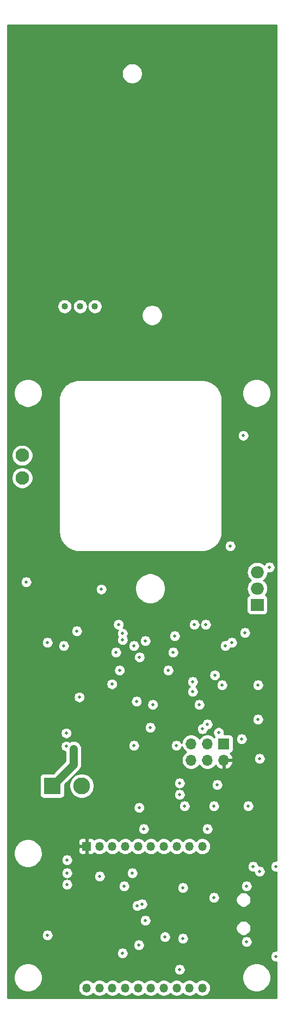
<source format=gbr>
G04 #@! TF.GenerationSoftware,KiCad,Pcbnew,(5.1.7)-1*
G04 #@! TF.CreationDate,2021-11-09T10:37:56-06:00*
G04 #@! TF.ProjectId,cutdown,63757464-6f77-46e2-9e6b-696361645f70,3.1*
G04 #@! TF.SameCoordinates,Original*
G04 #@! TF.FileFunction,Copper,L2,Inr*
G04 #@! TF.FilePolarity,Positive*
%FSLAX46Y46*%
G04 Gerber Fmt 4.6, Leading zero omitted, Abs format (unit mm)*
G04 Created by KiCad (PCBNEW (5.1.7)-1) date 2021-11-09 10:37:56*
%MOMM*%
%LPD*%
G01*
G04 APERTURE LIST*
G04 #@! TA.AperFunction,ComponentPad*
%ADD10R,1.700000X1.700000*%
G04 #@! TD*
G04 #@! TA.AperFunction,ComponentPad*
%ADD11O,1.700000X1.700000*%
G04 #@! TD*
G04 #@! TA.AperFunction,ComponentPad*
%ADD12C,2.100000*%
G04 #@! TD*
G04 #@! TA.AperFunction,ComponentPad*
%ADD13R,2.625000X2.625000*%
G04 #@! TD*
G04 #@! TA.AperFunction,ComponentPad*
%ADD14C,2.625000*%
G04 #@! TD*
G04 #@! TA.AperFunction,ComponentPad*
%ADD15R,1.350000X1.350000*%
G04 #@! TD*
G04 #@! TA.AperFunction,ComponentPad*
%ADD16O,1.350000X1.350000*%
G04 #@! TD*
G04 #@! TA.AperFunction,ComponentPad*
%ADD17R,2.000000X1.905000*%
G04 #@! TD*
G04 #@! TA.AperFunction,ComponentPad*
%ADD18O,2.000000X1.905000*%
G04 #@! TD*
G04 #@! TA.AperFunction,ViaPad*
%ADD19C,0.508000*%
G04 #@! TD*
G04 #@! TA.AperFunction,ViaPad*
%ADD20C,1.016000*%
G04 #@! TD*
G04 #@! TA.AperFunction,Conductor*
%ADD21C,1.270000*%
G04 #@! TD*
G04 #@! TA.AperFunction,Conductor*
%ADD22C,0.254000*%
G04 #@! TD*
G04 #@! TA.AperFunction,Conductor*
%ADD23C,0.100000*%
G04 #@! TD*
G04 APERTURE END LIST*
D10*
X136398000Y-137414000D03*
D11*
X136398000Y-139954000D03*
X133858000Y-137414000D03*
X133858000Y-139954000D03*
X131318000Y-137414000D03*
X131318000Y-139954000D03*
D12*
X105029000Y-96111000D03*
X105029000Y-92611000D03*
D13*
X109700000Y-143944000D03*
D14*
X114300000Y-143944000D03*
D15*
X115062000Y-153338000D03*
D16*
X115062000Y-175338000D03*
X117062000Y-153338000D03*
X117062000Y-175338000D03*
X119062000Y-153338000D03*
X119062000Y-175338000D03*
X121062000Y-153338000D03*
X121062000Y-175338000D03*
X123062000Y-153338000D03*
X123062000Y-175338000D03*
X125062000Y-153338000D03*
X125062000Y-175338000D03*
X127062000Y-153338000D03*
X127062000Y-175338000D03*
X129062000Y-153338000D03*
X129062000Y-175338000D03*
X131062000Y-153338000D03*
X131062000Y-175338000D03*
X133062000Y-153338000D03*
X133062000Y-175338000D03*
D17*
X141605000Y-115824000D03*
D18*
X141605000Y-113284000D03*
X141605000Y-110744000D03*
D19*
X105664000Y-112268000D03*
X136144000Y-128270000D03*
X131572000Y-127762000D03*
X131572000Y-129286000D03*
X141732000Y-128270000D03*
X111887000Y-135763000D03*
X113919000Y-130175000D03*
X139192000Y-136652000D03*
X134874000Y-147066000D03*
X135382000Y-143764000D03*
X129540000Y-145288000D03*
X129540000Y-143510000D03*
X140208000Y-147066000D03*
X130048000Y-167640000D03*
X130048000Y-159766000D03*
X122174000Y-157480000D03*
X123698000Y-162306000D03*
X124206000Y-164846000D03*
X120650000Y-169926000D03*
X112014000Y-155448000D03*
X112014000Y-157480000D03*
X112014000Y-159258000D03*
X124968000Y-134874000D03*
X111887000Y-137795000D03*
X118999000Y-128143000D03*
X139954000Y-159512000D03*
X139954000Y-168148000D03*
X134874000Y-161290000D03*
D20*
X114046000Y-69469000D03*
X116332000Y-69469000D03*
X111633000Y-69469000D03*
D19*
X117348000Y-113411000D03*
X139446000Y-89535000D03*
X125349000Y-131318000D03*
X137414000Y-106680000D03*
X136652000Y-120650000D03*
X126746000Y-131318000D03*
X126746000Y-127000000D03*
X139192000Y-135128000D03*
X134112000Y-144018000D03*
X133604000Y-145288000D03*
X133350000Y-147320000D03*
X140208000Y-148844000D03*
X140208000Y-145288000D03*
X140208000Y-143510000D03*
X125222000Y-156210000D03*
X122174000Y-159004000D03*
X112014000Y-168402000D03*
X112014000Y-162814000D03*
X135001000Y-169037000D03*
X135001000Y-171323000D03*
X116078000Y-159258000D03*
X116078000Y-157480000D03*
X116078000Y-155448000D03*
X120650000Y-168402000D03*
X140208000Y-132334000D03*
X115951000Y-135001000D03*
X115824000Y-119888000D03*
X131572000Y-149733000D03*
X124206000Y-121412000D03*
X139700000Y-120142000D03*
X123952000Y-150622000D03*
X133858000Y-150622000D03*
X123291640Y-123952050D03*
X137668000Y-121666000D03*
X130302000Y-147066000D03*
X123240800Y-147320000D03*
X133096000Y-135109200D03*
X141732000Y-133604000D03*
X143510000Y-109982000D03*
X136652000Y-122174000D03*
X133858000Y-134366000D03*
X129540000Y-172466000D03*
X140970000Y-156464000D03*
X144526000Y-156464000D03*
X144526000Y-170434000D03*
X117094000Y-157988000D03*
X141986000Y-157226000D03*
X141986000Y-139700000D03*
X133604000Y-118872000D03*
X135604000Y-135668000D03*
X131826000Y-118872000D03*
X120015000Y-118872000D03*
X123190000Y-168656000D03*
X120904000Y-159512000D03*
X128778000Y-120650000D03*
X120664132Y-121270868D03*
X122936000Y-162560000D03*
X127241618Y-167398382D03*
X132588000Y-131318000D03*
X122834430Y-130810000D03*
X120192800Y-125984000D03*
X127762000Y-125984000D03*
X119634000Y-123190000D03*
X128524000Y-123190000D03*
X120650000Y-120269000D03*
X108966000Y-121666000D03*
X113538000Y-119888000D03*
X135001000Y-126746000D03*
X122428000Y-137668000D03*
X129032000Y-137668000D03*
X122428000Y-122174000D03*
X111506000Y-122174000D03*
X108966000Y-167132000D03*
D21*
X113004599Y-140639401D02*
X113004599Y-138201401D01*
X109700000Y-143944000D02*
X113004599Y-140639401D01*
D22*
X144628001Y-155577873D02*
X144613559Y-155575000D01*
X144438441Y-155575000D01*
X144266688Y-155609164D01*
X144104901Y-155676179D01*
X143959296Y-155773469D01*
X143835469Y-155897296D01*
X143738179Y-156042901D01*
X143671164Y-156204688D01*
X143637000Y-156376441D01*
X143637000Y-156551559D01*
X143671164Y-156723312D01*
X143738179Y-156885099D01*
X143835469Y-157030704D01*
X143959296Y-157154531D01*
X144104901Y-157251821D01*
X144266688Y-157318836D01*
X144438441Y-157353000D01*
X144613559Y-157353000D01*
X144628001Y-157350127D01*
X144628001Y-169547873D01*
X144613559Y-169545000D01*
X144438441Y-169545000D01*
X144266688Y-169579164D01*
X144104901Y-169646179D01*
X143959296Y-169743469D01*
X143835469Y-169867296D01*
X143738179Y-170012901D01*
X143671164Y-170174688D01*
X143637000Y-170346441D01*
X143637000Y-170521559D01*
X143671164Y-170693312D01*
X143738179Y-170855099D01*
X143835469Y-171000704D01*
X143959296Y-171124531D01*
X144104901Y-171221821D01*
X144266688Y-171288836D01*
X144438441Y-171323000D01*
X144613559Y-171323000D01*
X144628001Y-171320127D01*
X144628001Y-176886000D01*
X102768000Y-176886000D01*
X102768000Y-173515872D01*
X103683000Y-173515872D01*
X103683000Y-173956128D01*
X103768890Y-174387925D01*
X103937369Y-174794669D01*
X104181962Y-175160729D01*
X104493271Y-175472038D01*
X104859331Y-175716631D01*
X105266075Y-175885110D01*
X105697872Y-175971000D01*
X106138128Y-175971000D01*
X106569925Y-175885110D01*
X106976669Y-175716631D01*
X107342729Y-175472038D01*
X107605791Y-175208976D01*
X113752000Y-175208976D01*
X113752000Y-175467024D01*
X113802342Y-175720113D01*
X113901093Y-175958518D01*
X114044456Y-176173077D01*
X114226923Y-176355544D01*
X114441482Y-176498907D01*
X114679887Y-176597658D01*
X114932976Y-176648000D01*
X115191024Y-176648000D01*
X115444113Y-176597658D01*
X115682518Y-176498907D01*
X115897077Y-176355544D01*
X116062000Y-176190621D01*
X116226923Y-176355544D01*
X116441482Y-176498907D01*
X116679887Y-176597658D01*
X116932976Y-176648000D01*
X117191024Y-176648000D01*
X117444113Y-176597658D01*
X117682518Y-176498907D01*
X117897077Y-176355544D01*
X118062000Y-176190621D01*
X118226923Y-176355544D01*
X118441482Y-176498907D01*
X118679887Y-176597658D01*
X118932976Y-176648000D01*
X119191024Y-176648000D01*
X119444113Y-176597658D01*
X119682518Y-176498907D01*
X119897077Y-176355544D01*
X120062000Y-176190621D01*
X120226923Y-176355544D01*
X120441482Y-176498907D01*
X120679887Y-176597658D01*
X120932976Y-176648000D01*
X121191024Y-176648000D01*
X121444113Y-176597658D01*
X121682518Y-176498907D01*
X121897077Y-176355544D01*
X122062000Y-176190621D01*
X122226923Y-176355544D01*
X122441482Y-176498907D01*
X122679887Y-176597658D01*
X122932976Y-176648000D01*
X123191024Y-176648000D01*
X123444113Y-176597658D01*
X123682518Y-176498907D01*
X123897077Y-176355544D01*
X124062000Y-176190621D01*
X124226923Y-176355544D01*
X124441482Y-176498907D01*
X124679887Y-176597658D01*
X124932976Y-176648000D01*
X125191024Y-176648000D01*
X125444113Y-176597658D01*
X125682518Y-176498907D01*
X125897077Y-176355544D01*
X126062000Y-176190621D01*
X126226923Y-176355544D01*
X126441482Y-176498907D01*
X126679887Y-176597658D01*
X126932976Y-176648000D01*
X127191024Y-176648000D01*
X127444113Y-176597658D01*
X127682518Y-176498907D01*
X127897077Y-176355544D01*
X128062000Y-176190621D01*
X128226923Y-176355544D01*
X128441482Y-176498907D01*
X128679887Y-176597658D01*
X128932976Y-176648000D01*
X129191024Y-176648000D01*
X129444113Y-176597658D01*
X129682518Y-176498907D01*
X129897077Y-176355544D01*
X130062000Y-176190621D01*
X130226923Y-176355544D01*
X130441482Y-176498907D01*
X130679887Y-176597658D01*
X130932976Y-176648000D01*
X131191024Y-176648000D01*
X131444113Y-176597658D01*
X131682518Y-176498907D01*
X131897077Y-176355544D01*
X132062000Y-176190621D01*
X132226923Y-176355544D01*
X132441482Y-176498907D01*
X132679887Y-176597658D01*
X132932976Y-176648000D01*
X133191024Y-176648000D01*
X133444113Y-176597658D01*
X133682518Y-176498907D01*
X133897077Y-176355544D01*
X134079544Y-176173077D01*
X134222907Y-175958518D01*
X134321658Y-175720113D01*
X134372000Y-175467024D01*
X134372000Y-175208976D01*
X134321658Y-174955887D01*
X134222907Y-174717482D01*
X134079544Y-174502923D01*
X133897077Y-174320456D01*
X133682518Y-174177093D01*
X133444113Y-174078342D01*
X133191024Y-174028000D01*
X132932976Y-174028000D01*
X132679887Y-174078342D01*
X132441482Y-174177093D01*
X132226923Y-174320456D01*
X132062000Y-174485379D01*
X131897077Y-174320456D01*
X131682518Y-174177093D01*
X131444113Y-174078342D01*
X131191024Y-174028000D01*
X130932976Y-174028000D01*
X130679887Y-174078342D01*
X130441482Y-174177093D01*
X130226923Y-174320456D01*
X130062000Y-174485379D01*
X129897077Y-174320456D01*
X129682518Y-174177093D01*
X129444113Y-174078342D01*
X129191024Y-174028000D01*
X128932976Y-174028000D01*
X128679887Y-174078342D01*
X128441482Y-174177093D01*
X128226923Y-174320456D01*
X128062000Y-174485379D01*
X127897077Y-174320456D01*
X127682518Y-174177093D01*
X127444113Y-174078342D01*
X127191024Y-174028000D01*
X126932976Y-174028000D01*
X126679887Y-174078342D01*
X126441482Y-174177093D01*
X126226923Y-174320456D01*
X126062000Y-174485379D01*
X125897077Y-174320456D01*
X125682518Y-174177093D01*
X125444113Y-174078342D01*
X125191024Y-174028000D01*
X124932976Y-174028000D01*
X124679887Y-174078342D01*
X124441482Y-174177093D01*
X124226923Y-174320456D01*
X124062000Y-174485379D01*
X123897077Y-174320456D01*
X123682518Y-174177093D01*
X123444113Y-174078342D01*
X123191024Y-174028000D01*
X122932976Y-174028000D01*
X122679887Y-174078342D01*
X122441482Y-174177093D01*
X122226923Y-174320456D01*
X122062000Y-174485379D01*
X121897077Y-174320456D01*
X121682518Y-174177093D01*
X121444113Y-174078342D01*
X121191024Y-174028000D01*
X120932976Y-174028000D01*
X120679887Y-174078342D01*
X120441482Y-174177093D01*
X120226923Y-174320456D01*
X120062000Y-174485379D01*
X119897077Y-174320456D01*
X119682518Y-174177093D01*
X119444113Y-174078342D01*
X119191024Y-174028000D01*
X118932976Y-174028000D01*
X118679887Y-174078342D01*
X118441482Y-174177093D01*
X118226923Y-174320456D01*
X118062000Y-174485379D01*
X117897077Y-174320456D01*
X117682518Y-174177093D01*
X117444113Y-174078342D01*
X117191024Y-174028000D01*
X116932976Y-174028000D01*
X116679887Y-174078342D01*
X116441482Y-174177093D01*
X116226923Y-174320456D01*
X116062000Y-174485379D01*
X115897077Y-174320456D01*
X115682518Y-174177093D01*
X115444113Y-174078342D01*
X115191024Y-174028000D01*
X114932976Y-174028000D01*
X114679887Y-174078342D01*
X114441482Y-174177093D01*
X114226923Y-174320456D01*
X114044456Y-174502923D01*
X113901093Y-174717482D01*
X113802342Y-174955887D01*
X113752000Y-175208976D01*
X107605791Y-175208976D01*
X107654038Y-175160729D01*
X107898631Y-174794669D01*
X108067110Y-174387925D01*
X108153000Y-173956128D01*
X108153000Y-173515872D01*
X139243000Y-173515872D01*
X139243000Y-173956128D01*
X139328890Y-174387925D01*
X139497369Y-174794669D01*
X139741962Y-175160729D01*
X140053271Y-175472038D01*
X140419331Y-175716631D01*
X140826075Y-175885110D01*
X141257872Y-175971000D01*
X141698128Y-175971000D01*
X142129925Y-175885110D01*
X142536669Y-175716631D01*
X142902729Y-175472038D01*
X143214038Y-175160729D01*
X143458631Y-174794669D01*
X143627110Y-174387925D01*
X143713000Y-173956128D01*
X143713000Y-173515872D01*
X143627110Y-173084075D01*
X143458631Y-172677331D01*
X143214038Y-172311271D01*
X142902729Y-171999962D01*
X142536669Y-171755369D01*
X142129925Y-171586890D01*
X141698128Y-171501000D01*
X141257872Y-171501000D01*
X140826075Y-171586890D01*
X140419331Y-171755369D01*
X140053271Y-171999962D01*
X139741962Y-172311271D01*
X139497369Y-172677331D01*
X139328890Y-173084075D01*
X139243000Y-173515872D01*
X108153000Y-173515872D01*
X108067110Y-173084075D01*
X107898631Y-172677331D01*
X107698920Y-172378441D01*
X128651000Y-172378441D01*
X128651000Y-172553559D01*
X128685164Y-172725312D01*
X128752179Y-172887099D01*
X128849469Y-173032704D01*
X128973296Y-173156531D01*
X129118901Y-173253821D01*
X129280688Y-173320836D01*
X129452441Y-173355000D01*
X129627559Y-173355000D01*
X129799312Y-173320836D01*
X129961099Y-173253821D01*
X130106704Y-173156531D01*
X130230531Y-173032704D01*
X130327821Y-172887099D01*
X130394836Y-172725312D01*
X130429000Y-172553559D01*
X130429000Y-172378441D01*
X130394836Y-172206688D01*
X130327821Y-172044901D01*
X130230531Y-171899296D01*
X130106704Y-171775469D01*
X129961099Y-171678179D01*
X129799312Y-171611164D01*
X129627559Y-171577000D01*
X129452441Y-171577000D01*
X129280688Y-171611164D01*
X129118901Y-171678179D01*
X128973296Y-171775469D01*
X128849469Y-171899296D01*
X128752179Y-172044901D01*
X128685164Y-172206688D01*
X128651000Y-172378441D01*
X107698920Y-172378441D01*
X107654038Y-172311271D01*
X107342729Y-171999962D01*
X106976669Y-171755369D01*
X106569925Y-171586890D01*
X106138128Y-171501000D01*
X105697872Y-171501000D01*
X105266075Y-171586890D01*
X104859331Y-171755369D01*
X104493271Y-171999962D01*
X104181962Y-172311271D01*
X103937369Y-172677331D01*
X103768890Y-173084075D01*
X103683000Y-173515872D01*
X102768000Y-173515872D01*
X102768000Y-169838441D01*
X119761000Y-169838441D01*
X119761000Y-170013559D01*
X119795164Y-170185312D01*
X119862179Y-170347099D01*
X119959469Y-170492704D01*
X120083296Y-170616531D01*
X120228901Y-170713821D01*
X120390688Y-170780836D01*
X120562441Y-170815000D01*
X120737559Y-170815000D01*
X120909312Y-170780836D01*
X121071099Y-170713821D01*
X121216704Y-170616531D01*
X121340531Y-170492704D01*
X121437821Y-170347099D01*
X121504836Y-170185312D01*
X121539000Y-170013559D01*
X121539000Y-169838441D01*
X121504836Y-169666688D01*
X121437821Y-169504901D01*
X121340531Y-169359296D01*
X121216704Y-169235469D01*
X121071099Y-169138179D01*
X120909312Y-169071164D01*
X120737559Y-169037000D01*
X120562441Y-169037000D01*
X120390688Y-169071164D01*
X120228901Y-169138179D01*
X120083296Y-169235469D01*
X119959469Y-169359296D01*
X119862179Y-169504901D01*
X119795164Y-169666688D01*
X119761000Y-169838441D01*
X102768000Y-169838441D01*
X102768000Y-168568441D01*
X122301000Y-168568441D01*
X122301000Y-168743559D01*
X122335164Y-168915312D01*
X122402179Y-169077099D01*
X122499469Y-169222704D01*
X122623296Y-169346531D01*
X122768901Y-169443821D01*
X122930688Y-169510836D01*
X123102441Y-169545000D01*
X123277559Y-169545000D01*
X123449312Y-169510836D01*
X123611099Y-169443821D01*
X123756704Y-169346531D01*
X123880531Y-169222704D01*
X123977821Y-169077099D01*
X124044836Y-168915312D01*
X124079000Y-168743559D01*
X124079000Y-168568441D01*
X124044836Y-168396688D01*
X123977821Y-168234901D01*
X123880531Y-168089296D01*
X123756704Y-167965469D01*
X123611099Y-167868179D01*
X123449312Y-167801164D01*
X123277559Y-167767000D01*
X123102441Y-167767000D01*
X122930688Y-167801164D01*
X122768901Y-167868179D01*
X122623296Y-167965469D01*
X122499469Y-168089296D01*
X122402179Y-168234901D01*
X122335164Y-168396688D01*
X122301000Y-168568441D01*
X102768000Y-168568441D01*
X102768000Y-167044441D01*
X108077000Y-167044441D01*
X108077000Y-167219559D01*
X108111164Y-167391312D01*
X108178179Y-167553099D01*
X108275469Y-167698704D01*
X108399296Y-167822531D01*
X108544901Y-167919821D01*
X108706688Y-167986836D01*
X108878441Y-168021000D01*
X109053559Y-168021000D01*
X109225312Y-167986836D01*
X109387099Y-167919821D01*
X109532704Y-167822531D01*
X109656531Y-167698704D01*
X109753821Y-167553099D01*
X109820836Y-167391312D01*
X109836846Y-167310823D01*
X126352618Y-167310823D01*
X126352618Y-167485941D01*
X126386782Y-167657694D01*
X126453797Y-167819481D01*
X126551087Y-167965086D01*
X126674914Y-168088913D01*
X126820519Y-168186203D01*
X126982306Y-168253218D01*
X127154059Y-168287382D01*
X127329177Y-168287382D01*
X127500930Y-168253218D01*
X127662717Y-168186203D01*
X127808322Y-168088913D01*
X127932149Y-167965086D01*
X128029439Y-167819481D01*
X128096454Y-167657694D01*
X128117390Y-167552441D01*
X129159000Y-167552441D01*
X129159000Y-167727559D01*
X129193164Y-167899312D01*
X129260179Y-168061099D01*
X129357469Y-168206704D01*
X129481296Y-168330531D01*
X129626901Y-168427821D01*
X129788688Y-168494836D01*
X129960441Y-168529000D01*
X130135559Y-168529000D01*
X130307312Y-168494836D01*
X130469099Y-168427821D01*
X130614704Y-168330531D01*
X130738531Y-168206704D01*
X130835821Y-168061099D01*
X130836093Y-168060441D01*
X139065000Y-168060441D01*
X139065000Y-168235559D01*
X139099164Y-168407312D01*
X139166179Y-168569099D01*
X139263469Y-168714704D01*
X139387296Y-168838531D01*
X139532901Y-168935821D01*
X139694688Y-169002836D01*
X139866441Y-169037000D01*
X140041559Y-169037000D01*
X140213312Y-169002836D01*
X140375099Y-168935821D01*
X140520704Y-168838531D01*
X140644531Y-168714704D01*
X140741821Y-168569099D01*
X140808836Y-168407312D01*
X140843000Y-168235559D01*
X140843000Y-168060441D01*
X140808836Y-167888688D01*
X140741821Y-167726901D01*
X140644531Y-167581296D01*
X140520704Y-167457469D01*
X140375099Y-167360179D01*
X140213312Y-167293164D01*
X140041559Y-167259000D01*
X139866441Y-167259000D01*
X139694688Y-167293164D01*
X139532901Y-167360179D01*
X139387296Y-167457469D01*
X139263469Y-167581296D01*
X139166179Y-167726901D01*
X139099164Y-167888688D01*
X139065000Y-168060441D01*
X130836093Y-168060441D01*
X130902836Y-167899312D01*
X130937000Y-167727559D01*
X130937000Y-167552441D01*
X130902836Y-167380688D01*
X130835821Y-167218901D01*
X130738531Y-167073296D01*
X130614704Y-166949469D01*
X130469099Y-166852179D01*
X130307312Y-166785164D01*
X130135559Y-166751000D01*
X129960441Y-166751000D01*
X129788688Y-166785164D01*
X129626901Y-166852179D01*
X129481296Y-166949469D01*
X129357469Y-167073296D01*
X129260179Y-167218901D01*
X129193164Y-167380688D01*
X129159000Y-167552441D01*
X128117390Y-167552441D01*
X128130618Y-167485941D01*
X128130618Y-167310823D01*
X128096454Y-167139070D01*
X128029439Y-166977283D01*
X127932149Y-166831678D01*
X127808322Y-166707851D01*
X127662717Y-166610561D01*
X127500930Y-166543546D01*
X127329177Y-166509382D01*
X127154059Y-166509382D01*
X126982306Y-166543546D01*
X126820519Y-166610561D01*
X126674914Y-166707851D01*
X126551087Y-166831678D01*
X126453797Y-166977283D01*
X126386782Y-167139070D01*
X126352618Y-167310823D01*
X109836846Y-167310823D01*
X109855000Y-167219559D01*
X109855000Y-167044441D01*
X109820836Y-166872688D01*
X109753821Y-166710901D01*
X109656531Y-166565296D01*
X109532704Y-166441469D01*
X109387099Y-166344179D01*
X109225312Y-166277164D01*
X109053559Y-166243000D01*
X108878441Y-166243000D01*
X108706688Y-166277164D01*
X108544901Y-166344179D01*
X108399296Y-166441469D01*
X108275469Y-166565296D01*
X108178179Y-166710901D01*
X108111164Y-166872688D01*
X108077000Y-167044441D01*
X102768000Y-167044441D01*
X102768000Y-165913288D01*
X138289000Y-165913288D01*
X138289000Y-166146712D01*
X138334539Y-166375652D01*
X138423866Y-166591308D01*
X138553550Y-166785394D01*
X138718606Y-166950450D01*
X138912692Y-167080134D01*
X139128348Y-167169461D01*
X139357288Y-167215000D01*
X139590712Y-167215000D01*
X139819652Y-167169461D01*
X140035308Y-167080134D01*
X140229394Y-166950450D01*
X140394450Y-166785394D01*
X140524134Y-166591308D01*
X140613461Y-166375652D01*
X140659000Y-166146712D01*
X140659000Y-165913288D01*
X140613461Y-165684348D01*
X140524134Y-165468692D01*
X140394450Y-165274606D01*
X140229394Y-165109550D01*
X140035308Y-164979866D01*
X139819652Y-164890539D01*
X139590712Y-164845000D01*
X139357288Y-164845000D01*
X139128348Y-164890539D01*
X138912692Y-164979866D01*
X138718606Y-165109550D01*
X138553550Y-165274606D01*
X138423866Y-165468692D01*
X138334539Y-165684348D01*
X138289000Y-165913288D01*
X102768000Y-165913288D01*
X102768000Y-164758441D01*
X123317000Y-164758441D01*
X123317000Y-164933559D01*
X123351164Y-165105312D01*
X123418179Y-165267099D01*
X123515469Y-165412704D01*
X123639296Y-165536531D01*
X123784901Y-165633821D01*
X123946688Y-165700836D01*
X124118441Y-165735000D01*
X124293559Y-165735000D01*
X124465312Y-165700836D01*
X124627099Y-165633821D01*
X124772704Y-165536531D01*
X124896531Y-165412704D01*
X124993821Y-165267099D01*
X125060836Y-165105312D01*
X125095000Y-164933559D01*
X125095000Y-164758441D01*
X125060836Y-164586688D01*
X124993821Y-164424901D01*
X124896531Y-164279296D01*
X124772704Y-164155469D01*
X124627099Y-164058179D01*
X124465312Y-163991164D01*
X124293559Y-163957000D01*
X124118441Y-163957000D01*
X123946688Y-163991164D01*
X123784901Y-164058179D01*
X123639296Y-164155469D01*
X123515469Y-164279296D01*
X123418179Y-164424901D01*
X123351164Y-164586688D01*
X123317000Y-164758441D01*
X102768000Y-164758441D01*
X102768000Y-162472441D01*
X122047000Y-162472441D01*
X122047000Y-162647559D01*
X122081164Y-162819312D01*
X122148179Y-162981099D01*
X122245469Y-163126704D01*
X122369296Y-163250531D01*
X122514901Y-163347821D01*
X122676688Y-163414836D01*
X122848441Y-163449000D01*
X123023559Y-163449000D01*
X123195312Y-163414836D01*
X123357099Y-163347821D01*
X123502704Y-163250531D01*
X123566897Y-163186338D01*
X123610441Y-163195000D01*
X123785559Y-163195000D01*
X123957312Y-163160836D01*
X124119099Y-163093821D01*
X124264704Y-162996531D01*
X124388531Y-162872704D01*
X124485821Y-162727099D01*
X124552836Y-162565312D01*
X124587000Y-162393559D01*
X124587000Y-162218441D01*
X124552836Y-162046688D01*
X124485821Y-161884901D01*
X124388531Y-161739296D01*
X124264704Y-161615469D01*
X124119099Y-161518179D01*
X123957312Y-161451164D01*
X123785559Y-161417000D01*
X123610441Y-161417000D01*
X123438688Y-161451164D01*
X123276901Y-161518179D01*
X123131296Y-161615469D01*
X123067103Y-161679662D01*
X123023559Y-161671000D01*
X122848441Y-161671000D01*
X122676688Y-161705164D01*
X122514901Y-161772179D01*
X122369296Y-161869469D01*
X122245469Y-161993296D01*
X122148179Y-162138901D01*
X122081164Y-162300688D01*
X122047000Y-162472441D01*
X102768000Y-162472441D01*
X102768000Y-161202441D01*
X133985000Y-161202441D01*
X133985000Y-161377559D01*
X134019164Y-161549312D01*
X134086179Y-161711099D01*
X134183469Y-161856704D01*
X134307296Y-161980531D01*
X134452901Y-162077821D01*
X134614688Y-162144836D01*
X134786441Y-162179000D01*
X134961559Y-162179000D01*
X135133312Y-162144836D01*
X135295099Y-162077821D01*
X135440704Y-161980531D01*
X135564531Y-161856704D01*
X135661821Y-161711099D01*
X135728836Y-161549312D01*
X135736001Y-161513288D01*
X138289000Y-161513288D01*
X138289000Y-161746712D01*
X138334539Y-161975652D01*
X138423866Y-162191308D01*
X138553550Y-162385394D01*
X138718606Y-162550450D01*
X138912692Y-162680134D01*
X139128348Y-162769461D01*
X139357288Y-162815000D01*
X139590712Y-162815000D01*
X139819652Y-162769461D01*
X140035308Y-162680134D01*
X140229394Y-162550450D01*
X140394450Y-162385394D01*
X140524134Y-162191308D01*
X140613461Y-161975652D01*
X140659000Y-161746712D01*
X140659000Y-161513288D01*
X140613461Y-161284348D01*
X140524134Y-161068692D01*
X140394450Y-160874606D01*
X140229394Y-160709550D01*
X140035308Y-160579866D01*
X139819652Y-160490539D01*
X139590712Y-160445000D01*
X139357288Y-160445000D01*
X139128348Y-160490539D01*
X138912692Y-160579866D01*
X138718606Y-160709550D01*
X138553550Y-160874606D01*
X138423866Y-161068692D01*
X138334539Y-161284348D01*
X138289000Y-161513288D01*
X135736001Y-161513288D01*
X135763000Y-161377559D01*
X135763000Y-161202441D01*
X135728836Y-161030688D01*
X135661821Y-160868901D01*
X135564531Y-160723296D01*
X135440704Y-160599469D01*
X135295099Y-160502179D01*
X135133312Y-160435164D01*
X134961559Y-160401000D01*
X134786441Y-160401000D01*
X134614688Y-160435164D01*
X134452901Y-160502179D01*
X134307296Y-160599469D01*
X134183469Y-160723296D01*
X134086179Y-160868901D01*
X134019164Y-161030688D01*
X133985000Y-161202441D01*
X102768000Y-161202441D01*
X102768000Y-157392441D01*
X111125000Y-157392441D01*
X111125000Y-157567559D01*
X111159164Y-157739312D01*
X111226179Y-157901099D01*
X111323469Y-158046704D01*
X111447296Y-158170531D01*
X111592901Y-158267821D01*
X111754688Y-158334836D01*
X111926441Y-158369000D01*
X111754688Y-158403164D01*
X111592901Y-158470179D01*
X111447296Y-158567469D01*
X111323469Y-158691296D01*
X111226179Y-158836901D01*
X111159164Y-158998688D01*
X111125000Y-159170441D01*
X111125000Y-159345559D01*
X111159164Y-159517312D01*
X111226179Y-159679099D01*
X111323469Y-159824704D01*
X111447296Y-159948531D01*
X111592901Y-160045821D01*
X111754688Y-160112836D01*
X111926441Y-160147000D01*
X112101559Y-160147000D01*
X112273312Y-160112836D01*
X112435099Y-160045821D01*
X112580704Y-159948531D01*
X112704531Y-159824704D01*
X112801821Y-159679099D01*
X112868836Y-159517312D01*
X112887309Y-159424441D01*
X120015000Y-159424441D01*
X120015000Y-159599559D01*
X120049164Y-159771312D01*
X120116179Y-159933099D01*
X120213469Y-160078704D01*
X120337296Y-160202531D01*
X120482901Y-160299821D01*
X120644688Y-160366836D01*
X120816441Y-160401000D01*
X120991559Y-160401000D01*
X121163312Y-160366836D01*
X121325099Y-160299821D01*
X121470704Y-160202531D01*
X121594531Y-160078704D01*
X121691821Y-159933099D01*
X121758836Y-159771312D01*
X121777309Y-159678441D01*
X129159000Y-159678441D01*
X129159000Y-159853559D01*
X129193164Y-160025312D01*
X129260179Y-160187099D01*
X129357469Y-160332704D01*
X129481296Y-160456531D01*
X129626901Y-160553821D01*
X129788688Y-160620836D01*
X129960441Y-160655000D01*
X130135559Y-160655000D01*
X130307312Y-160620836D01*
X130469099Y-160553821D01*
X130614704Y-160456531D01*
X130738531Y-160332704D01*
X130835821Y-160187099D01*
X130902836Y-160025312D01*
X130937000Y-159853559D01*
X130937000Y-159678441D01*
X130902836Y-159506688D01*
X130868768Y-159424441D01*
X139065000Y-159424441D01*
X139065000Y-159599559D01*
X139099164Y-159771312D01*
X139166179Y-159933099D01*
X139263469Y-160078704D01*
X139387296Y-160202531D01*
X139532901Y-160299821D01*
X139694688Y-160366836D01*
X139866441Y-160401000D01*
X140041559Y-160401000D01*
X140213312Y-160366836D01*
X140375099Y-160299821D01*
X140520704Y-160202531D01*
X140644531Y-160078704D01*
X140741821Y-159933099D01*
X140808836Y-159771312D01*
X140843000Y-159599559D01*
X140843000Y-159424441D01*
X140808836Y-159252688D01*
X140741821Y-159090901D01*
X140644531Y-158945296D01*
X140520704Y-158821469D01*
X140375099Y-158724179D01*
X140213312Y-158657164D01*
X140041559Y-158623000D01*
X139866441Y-158623000D01*
X139694688Y-158657164D01*
X139532901Y-158724179D01*
X139387296Y-158821469D01*
X139263469Y-158945296D01*
X139166179Y-159090901D01*
X139099164Y-159252688D01*
X139065000Y-159424441D01*
X130868768Y-159424441D01*
X130835821Y-159344901D01*
X130738531Y-159199296D01*
X130614704Y-159075469D01*
X130469099Y-158978179D01*
X130307312Y-158911164D01*
X130135559Y-158877000D01*
X129960441Y-158877000D01*
X129788688Y-158911164D01*
X129626901Y-158978179D01*
X129481296Y-159075469D01*
X129357469Y-159199296D01*
X129260179Y-159344901D01*
X129193164Y-159506688D01*
X129159000Y-159678441D01*
X121777309Y-159678441D01*
X121793000Y-159599559D01*
X121793000Y-159424441D01*
X121758836Y-159252688D01*
X121691821Y-159090901D01*
X121594531Y-158945296D01*
X121470704Y-158821469D01*
X121325099Y-158724179D01*
X121163312Y-158657164D01*
X120991559Y-158623000D01*
X120816441Y-158623000D01*
X120644688Y-158657164D01*
X120482901Y-158724179D01*
X120337296Y-158821469D01*
X120213469Y-158945296D01*
X120116179Y-159090901D01*
X120049164Y-159252688D01*
X120015000Y-159424441D01*
X112887309Y-159424441D01*
X112903000Y-159345559D01*
X112903000Y-159170441D01*
X112868836Y-158998688D01*
X112801821Y-158836901D01*
X112704531Y-158691296D01*
X112580704Y-158567469D01*
X112435099Y-158470179D01*
X112273312Y-158403164D01*
X112101559Y-158369000D01*
X112273312Y-158334836D01*
X112435099Y-158267821D01*
X112580704Y-158170531D01*
X112704531Y-158046704D01*
X112801821Y-157901099D01*
X112802093Y-157900441D01*
X116205000Y-157900441D01*
X116205000Y-158075559D01*
X116239164Y-158247312D01*
X116306179Y-158409099D01*
X116403469Y-158554704D01*
X116527296Y-158678531D01*
X116672901Y-158775821D01*
X116834688Y-158842836D01*
X117006441Y-158877000D01*
X117181559Y-158877000D01*
X117353312Y-158842836D01*
X117515099Y-158775821D01*
X117660704Y-158678531D01*
X117784531Y-158554704D01*
X117881821Y-158409099D01*
X117948836Y-158247312D01*
X117983000Y-158075559D01*
X117983000Y-157900441D01*
X117948836Y-157728688D01*
X117881821Y-157566901D01*
X117784531Y-157421296D01*
X117755676Y-157392441D01*
X121285000Y-157392441D01*
X121285000Y-157567559D01*
X121319164Y-157739312D01*
X121386179Y-157901099D01*
X121483469Y-158046704D01*
X121607296Y-158170531D01*
X121752901Y-158267821D01*
X121914688Y-158334836D01*
X122086441Y-158369000D01*
X122261559Y-158369000D01*
X122433312Y-158334836D01*
X122595099Y-158267821D01*
X122740704Y-158170531D01*
X122864531Y-158046704D01*
X122961821Y-157901099D01*
X123028836Y-157739312D01*
X123063000Y-157567559D01*
X123063000Y-157392441D01*
X123028836Y-157220688D01*
X122961821Y-157058901D01*
X122864531Y-156913296D01*
X122740704Y-156789469D01*
X122595099Y-156692179D01*
X122433312Y-156625164D01*
X122261559Y-156591000D01*
X122086441Y-156591000D01*
X121914688Y-156625164D01*
X121752901Y-156692179D01*
X121607296Y-156789469D01*
X121483469Y-156913296D01*
X121386179Y-157058901D01*
X121319164Y-157220688D01*
X121285000Y-157392441D01*
X117755676Y-157392441D01*
X117660704Y-157297469D01*
X117515099Y-157200179D01*
X117353312Y-157133164D01*
X117181559Y-157099000D01*
X117006441Y-157099000D01*
X116834688Y-157133164D01*
X116672901Y-157200179D01*
X116527296Y-157297469D01*
X116403469Y-157421296D01*
X116306179Y-157566901D01*
X116239164Y-157728688D01*
X116205000Y-157900441D01*
X112802093Y-157900441D01*
X112868836Y-157739312D01*
X112903000Y-157567559D01*
X112903000Y-157392441D01*
X112868836Y-157220688D01*
X112801821Y-157058901D01*
X112704531Y-156913296D01*
X112580704Y-156789469D01*
X112435099Y-156692179D01*
X112273312Y-156625164D01*
X112101559Y-156591000D01*
X111926441Y-156591000D01*
X111754688Y-156625164D01*
X111592901Y-156692179D01*
X111447296Y-156789469D01*
X111323469Y-156913296D01*
X111226179Y-157058901D01*
X111159164Y-157220688D01*
X111125000Y-157392441D01*
X102768000Y-157392441D01*
X102768000Y-154211872D01*
X103683000Y-154211872D01*
X103683000Y-154652128D01*
X103768890Y-155083925D01*
X103937369Y-155490669D01*
X104181962Y-155856729D01*
X104493271Y-156168038D01*
X104859331Y-156412631D01*
X105266075Y-156581110D01*
X105697872Y-156667000D01*
X106138128Y-156667000D01*
X106569925Y-156581110D01*
X106976669Y-156412631D01*
X107030831Y-156376441D01*
X140081000Y-156376441D01*
X140081000Y-156551559D01*
X140115164Y-156723312D01*
X140182179Y-156885099D01*
X140279469Y-157030704D01*
X140403296Y-157154531D01*
X140548901Y-157251821D01*
X140710688Y-157318836D01*
X140882441Y-157353000D01*
X141057559Y-157353000D01*
X141103046Y-157343952D01*
X141131164Y-157485312D01*
X141198179Y-157647099D01*
X141295469Y-157792704D01*
X141419296Y-157916531D01*
X141564901Y-158013821D01*
X141726688Y-158080836D01*
X141898441Y-158115000D01*
X142073559Y-158115000D01*
X142245312Y-158080836D01*
X142407099Y-158013821D01*
X142552704Y-157916531D01*
X142676531Y-157792704D01*
X142773821Y-157647099D01*
X142840836Y-157485312D01*
X142875000Y-157313559D01*
X142875000Y-157138441D01*
X142840836Y-156966688D01*
X142773821Y-156804901D01*
X142676531Y-156659296D01*
X142552704Y-156535469D01*
X142407099Y-156438179D01*
X142245312Y-156371164D01*
X142073559Y-156337000D01*
X141898441Y-156337000D01*
X141852954Y-156346048D01*
X141824836Y-156204688D01*
X141757821Y-156042901D01*
X141660531Y-155897296D01*
X141536704Y-155773469D01*
X141391099Y-155676179D01*
X141229312Y-155609164D01*
X141057559Y-155575000D01*
X140882441Y-155575000D01*
X140710688Y-155609164D01*
X140548901Y-155676179D01*
X140403296Y-155773469D01*
X140279469Y-155897296D01*
X140182179Y-156042901D01*
X140115164Y-156204688D01*
X140081000Y-156376441D01*
X107030831Y-156376441D01*
X107342729Y-156168038D01*
X107654038Y-155856729D01*
X107898631Y-155490669D01*
X107952573Y-155360441D01*
X111125000Y-155360441D01*
X111125000Y-155535559D01*
X111159164Y-155707312D01*
X111226179Y-155869099D01*
X111323469Y-156014704D01*
X111447296Y-156138531D01*
X111592901Y-156235821D01*
X111754688Y-156302836D01*
X111926441Y-156337000D01*
X112101559Y-156337000D01*
X112273312Y-156302836D01*
X112435099Y-156235821D01*
X112580704Y-156138531D01*
X112704531Y-156014704D01*
X112801821Y-155869099D01*
X112868836Y-155707312D01*
X112903000Y-155535559D01*
X112903000Y-155360441D01*
X112868836Y-155188688D01*
X112801821Y-155026901D01*
X112704531Y-154881296D01*
X112580704Y-154757469D01*
X112435099Y-154660179D01*
X112273312Y-154593164D01*
X112101559Y-154559000D01*
X111926441Y-154559000D01*
X111754688Y-154593164D01*
X111592901Y-154660179D01*
X111447296Y-154757469D01*
X111323469Y-154881296D01*
X111226179Y-155026901D01*
X111159164Y-155188688D01*
X111125000Y-155360441D01*
X107952573Y-155360441D01*
X108067110Y-155083925D01*
X108153000Y-154652128D01*
X108153000Y-154211872D01*
X108113442Y-154013000D01*
X113748928Y-154013000D01*
X113761188Y-154137482D01*
X113797498Y-154257180D01*
X113856463Y-154367494D01*
X113935815Y-154464185D01*
X114032506Y-154543537D01*
X114142820Y-154602502D01*
X114262518Y-154638812D01*
X114387000Y-154651072D01*
X114776250Y-154648000D01*
X114935000Y-154489250D01*
X114935000Y-153465000D01*
X113910750Y-153465000D01*
X113752000Y-153623750D01*
X113748928Y-154013000D01*
X108113442Y-154013000D01*
X108067110Y-153780075D01*
X107898631Y-153373331D01*
X107654038Y-153007271D01*
X107342729Y-152695962D01*
X107293398Y-152663000D01*
X113748928Y-152663000D01*
X113752000Y-153052250D01*
X113910750Y-153211000D01*
X114935000Y-153211000D01*
X114935000Y-152186750D01*
X115189000Y-152186750D01*
X115189000Y-153211000D01*
X115209000Y-153211000D01*
X115209000Y-153465000D01*
X115189000Y-153465000D01*
X115189000Y-154489250D01*
X115347750Y-154648000D01*
X115737000Y-154651072D01*
X115861482Y-154638812D01*
X115981180Y-154602502D01*
X116091494Y-154543537D01*
X116188185Y-154464185D01*
X116259487Y-154377303D01*
X116441482Y-154498907D01*
X116679887Y-154597658D01*
X116932976Y-154648000D01*
X117191024Y-154648000D01*
X117444113Y-154597658D01*
X117682518Y-154498907D01*
X117897077Y-154355544D01*
X118062000Y-154190621D01*
X118226923Y-154355544D01*
X118441482Y-154498907D01*
X118679887Y-154597658D01*
X118932976Y-154648000D01*
X119191024Y-154648000D01*
X119444113Y-154597658D01*
X119682518Y-154498907D01*
X119897077Y-154355544D01*
X120062000Y-154190621D01*
X120226923Y-154355544D01*
X120441482Y-154498907D01*
X120679887Y-154597658D01*
X120932976Y-154648000D01*
X121191024Y-154648000D01*
X121444113Y-154597658D01*
X121682518Y-154498907D01*
X121897077Y-154355544D01*
X122062000Y-154190621D01*
X122226923Y-154355544D01*
X122441482Y-154498907D01*
X122679887Y-154597658D01*
X122932976Y-154648000D01*
X123191024Y-154648000D01*
X123444113Y-154597658D01*
X123682518Y-154498907D01*
X123897077Y-154355544D01*
X124062000Y-154190621D01*
X124226923Y-154355544D01*
X124441482Y-154498907D01*
X124679887Y-154597658D01*
X124932976Y-154648000D01*
X125191024Y-154648000D01*
X125444113Y-154597658D01*
X125682518Y-154498907D01*
X125897077Y-154355544D01*
X126062000Y-154190621D01*
X126226923Y-154355544D01*
X126441482Y-154498907D01*
X126679887Y-154597658D01*
X126932976Y-154648000D01*
X127191024Y-154648000D01*
X127444113Y-154597658D01*
X127682518Y-154498907D01*
X127897077Y-154355544D01*
X128062000Y-154190621D01*
X128226923Y-154355544D01*
X128441482Y-154498907D01*
X128679887Y-154597658D01*
X128932976Y-154648000D01*
X129191024Y-154648000D01*
X129444113Y-154597658D01*
X129682518Y-154498907D01*
X129897077Y-154355544D01*
X130062000Y-154190621D01*
X130226923Y-154355544D01*
X130441482Y-154498907D01*
X130679887Y-154597658D01*
X130932976Y-154648000D01*
X131191024Y-154648000D01*
X131444113Y-154597658D01*
X131682518Y-154498907D01*
X131897077Y-154355544D01*
X132062000Y-154190621D01*
X132226923Y-154355544D01*
X132441482Y-154498907D01*
X132679887Y-154597658D01*
X132932976Y-154648000D01*
X133191024Y-154648000D01*
X133444113Y-154597658D01*
X133682518Y-154498907D01*
X133897077Y-154355544D01*
X134079544Y-154173077D01*
X134222907Y-153958518D01*
X134321658Y-153720113D01*
X134372000Y-153467024D01*
X134372000Y-153208976D01*
X134321658Y-152955887D01*
X134222907Y-152717482D01*
X134079544Y-152502923D01*
X133897077Y-152320456D01*
X133682518Y-152177093D01*
X133444113Y-152078342D01*
X133191024Y-152028000D01*
X132932976Y-152028000D01*
X132679887Y-152078342D01*
X132441482Y-152177093D01*
X132226923Y-152320456D01*
X132062000Y-152485379D01*
X131897077Y-152320456D01*
X131682518Y-152177093D01*
X131444113Y-152078342D01*
X131191024Y-152028000D01*
X130932976Y-152028000D01*
X130679887Y-152078342D01*
X130441482Y-152177093D01*
X130226923Y-152320456D01*
X130062000Y-152485379D01*
X129897077Y-152320456D01*
X129682518Y-152177093D01*
X129444113Y-152078342D01*
X129191024Y-152028000D01*
X128932976Y-152028000D01*
X128679887Y-152078342D01*
X128441482Y-152177093D01*
X128226923Y-152320456D01*
X128062000Y-152485379D01*
X127897077Y-152320456D01*
X127682518Y-152177093D01*
X127444113Y-152078342D01*
X127191024Y-152028000D01*
X126932976Y-152028000D01*
X126679887Y-152078342D01*
X126441482Y-152177093D01*
X126226923Y-152320456D01*
X126062000Y-152485379D01*
X125897077Y-152320456D01*
X125682518Y-152177093D01*
X125444113Y-152078342D01*
X125191024Y-152028000D01*
X124932976Y-152028000D01*
X124679887Y-152078342D01*
X124441482Y-152177093D01*
X124226923Y-152320456D01*
X124062000Y-152485379D01*
X123897077Y-152320456D01*
X123682518Y-152177093D01*
X123444113Y-152078342D01*
X123191024Y-152028000D01*
X122932976Y-152028000D01*
X122679887Y-152078342D01*
X122441482Y-152177093D01*
X122226923Y-152320456D01*
X122062000Y-152485379D01*
X121897077Y-152320456D01*
X121682518Y-152177093D01*
X121444113Y-152078342D01*
X121191024Y-152028000D01*
X120932976Y-152028000D01*
X120679887Y-152078342D01*
X120441482Y-152177093D01*
X120226923Y-152320456D01*
X120062000Y-152485379D01*
X119897077Y-152320456D01*
X119682518Y-152177093D01*
X119444113Y-152078342D01*
X119191024Y-152028000D01*
X118932976Y-152028000D01*
X118679887Y-152078342D01*
X118441482Y-152177093D01*
X118226923Y-152320456D01*
X118062000Y-152485379D01*
X117897077Y-152320456D01*
X117682518Y-152177093D01*
X117444113Y-152078342D01*
X117191024Y-152028000D01*
X116932976Y-152028000D01*
X116679887Y-152078342D01*
X116441482Y-152177093D01*
X116259487Y-152298697D01*
X116188185Y-152211815D01*
X116091494Y-152132463D01*
X115981180Y-152073498D01*
X115861482Y-152037188D01*
X115737000Y-152024928D01*
X115347750Y-152028000D01*
X115189000Y-152186750D01*
X114935000Y-152186750D01*
X114776250Y-152028000D01*
X114387000Y-152024928D01*
X114262518Y-152037188D01*
X114142820Y-152073498D01*
X114032506Y-152132463D01*
X113935815Y-152211815D01*
X113856463Y-152308506D01*
X113797498Y-152418820D01*
X113761188Y-152538518D01*
X113748928Y-152663000D01*
X107293398Y-152663000D01*
X106976669Y-152451369D01*
X106569925Y-152282890D01*
X106138128Y-152197000D01*
X105697872Y-152197000D01*
X105266075Y-152282890D01*
X104859331Y-152451369D01*
X104493271Y-152695962D01*
X104181962Y-153007271D01*
X103937369Y-153373331D01*
X103768890Y-153780075D01*
X103683000Y-154211872D01*
X102768000Y-154211872D01*
X102768000Y-150534441D01*
X123063000Y-150534441D01*
X123063000Y-150709559D01*
X123097164Y-150881312D01*
X123164179Y-151043099D01*
X123261469Y-151188704D01*
X123385296Y-151312531D01*
X123530901Y-151409821D01*
X123692688Y-151476836D01*
X123864441Y-151511000D01*
X124039559Y-151511000D01*
X124211312Y-151476836D01*
X124373099Y-151409821D01*
X124518704Y-151312531D01*
X124642531Y-151188704D01*
X124739821Y-151043099D01*
X124806836Y-150881312D01*
X124841000Y-150709559D01*
X124841000Y-150534441D01*
X132969000Y-150534441D01*
X132969000Y-150709559D01*
X133003164Y-150881312D01*
X133070179Y-151043099D01*
X133167469Y-151188704D01*
X133291296Y-151312531D01*
X133436901Y-151409821D01*
X133598688Y-151476836D01*
X133770441Y-151511000D01*
X133945559Y-151511000D01*
X134117312Y-151476836D01*
X134279099Y-151409821D01*
X134424704Y-151312531D01*
X134548531Y-151188704D01*
X134645821Y-151043099D01*
X134712836Y-150881312D01*
X134747000Y-150709559D01*
X134747000Y-150534441D01*
X134712836Y-150362688D01*
X134645821Y-150200901D01*
X134548531Y-150055296D01*
X134424704Y-149931469D01*
X134279099Y-149834179D01*
X134117312Y-149767164D01*
X133945559Y-149733000D01*
X133770441Y-149733000D01*
X133598688Y-149767164D01*
X133436901Y-149834179D01*
X133291296Y-149931469D01*
X133167469Y-150055296D01*
X133070179Y-150200901D01*
X133003164Y-150362688D01*
X132969000Y-150534441D01*
X124841000Y-150534441D01*
X124806836Y-150362688D01*
X124739821Y-150200901D01*
X124642531Y-150055296D01*
X124518704Y-149931469D01*
X124373099Y-149834179D01*
X124211312Y-149767164D01*
X124039559Y-149733000D01*
X123864441Y-149733000D01*
X123692688Y-149767164D01*
X123530901Y-149834179D01*
X123385296Y-149931469D01*
X123261469Y-150055296D01*
X123164179Y-150200901D01*
X123097164Y-150362688D01*
X123063000Y-150534441D01*
X102768000Y-150534441D01*
X102768000Y-147232441D01*
X122351800Y-147232441D01*
X122351800Y-147407559D01*
X122385964Y-147579312D01*
X122452979Y-147741099D01*
X122550269Y-147886704D01*
X122674096Y-148010531D01*
X122819701Y-148107821D01*
X122981488Y-148174836D01*
X123153241Y-148209000D01*
X123328359Y-148209000D01*
X123500112Y-148174836D01*
X123661899Y-148107821D01*
X123807504Y-148010531D01*
X123931331Y-147886704D01*
X124028621Y-147741099D01*
X124095636Y-147579312D01*
X124129800Y-147407559D01*
X124129800Y-147232441D01*
X124095636Y-147060688D01*
X124061568Y-146978441D01*
X129413000Y-146978441D01*
X129413000Y-147153559D01*
X129447164Y-147325312D01*
X129514179Y-147487099D01*
X129611469Y-147632704D01*
X129735296Y-147756531D01*
X129880901Y-147853821D01*
X130042688Y-147920836D01*
X130214441Y-147955000D01*
X130389559Y-147955000D01*
X130561312Y-147920836D01*
X130723099Y-147853821D01*
X130868704Y-147756531D01*
X130992531Y-147632704D01*
X131089821Y-147487099D01*
X131156836Y-147325312D01*
X131191000Y-147153559D01*
X131191000Y-146978441D01*
X133985000Y-146978441D01*
X133985000Y-147153559D01*
X134019164Y-147325312D01*
X134086179Y-147487099D01*
X134183469Y-147632704D01*
X134307296Y-147756531D01*
X134452901Y-147853821D01*
X134614688Y-147920836D01*
X134786441Y-147955000D01*
X134961559Y-147955000D01*
X135133312Y-147920836D01*
X135295099Y-147853821D01*
X135440704Y-147756531D01*
X135564531Y-147632704D01*
X135661821Y-147487099D01*
X135728836Y-147325312D01*
X135763000Y-147153559D01*
X135763000Y-146978441D01*
X139319000Y-146978441D01*
X139319000Y-147153559D01*
X139353164Y-147325312D01*
X139420179Y-147487099D01*
X139517469Y-147632704D01*
X139641296Y-147756531D01*
X139786901Y-147853821D01*
X139948688Y-147920836D01*
X140120441Y-147955000D01*
X140295559Y-147955000D01*
X140467312Y-147920836D01*
X140629099Y-147853821D01*
X140774704Y-147756531D01*
X140898531Y-147632704D01*
X140995821Y-147487099D01*
X141062836Y-147325312D01*
X141097000Y-147153559D01*
X141097000Y-146978441D01*
X141062836Y-146806688D01*
X140995821Y-146644901D01*
X140898531Y-146499296D01*
X140774704Y-146375469D01*
X140629099Y-146278179D01*
X140467312Y-146211164D01*
X140295559Y-146177000D01*
X140120441Y-146177000D01*
X139948688Y-146211164D01*
X139786901Y-146278179D01*
X139641296Y-146375469D01*
X139517469Y-146499296D01*
X139420179Y-146644901D01*
X139353164Y-146806688D01*
X139319000Y-146978441D01*
X135763000Y-146978441D01*
X135728836Y-146806688D01*
X135661821Y-146644901D01*
X135564531Y-146499296D01*
X135440704Y-146375469D01*
X135295099Y-146278179D01*
X135133312Y-146211164D01*
X134961559Y-146177000D01*
X134786441Y-146177000D01*
X134614688Y-146211164D01*
X134452901Y-146278179D01*
X134307296Y-146375469D01*
X134183469Y-146499296D01*
X134086179Y-146644901D01*
X134019164Y-146806688D01*
X133985000Y-146978441D01*
X131191000Y-146978441D01*
X131156836Y-146806688D01*
X131089821Y-146644901D01*
X130992531Y-146499296D01*
X130868704Y-146375469D01*
X130723099Y-146278179D01*
X130561312Y-146211164D01*
X130389559Y-146177000D01*
X130214441Y-146177000D01*
X130042688Y-146211164D01*
X129880901Y-146278179D01*
X129735296Y-146375469D01*
X129611469Y-146499296D01*
X129514179Y-146644901D01*
X129447164Y-146806688D01*
X129413000Y-146978441D01*
X124061568Y-146978441D01*
X124028621Y-146898901D01*
X123931331Y-146753296D01*
X123807504Y-146629469D01*
X123661899Y-146532179D01*
X123500112Y-146465164D01*
X123328359Y-146431000D01*
X123153241Y-146431000D01*
X122981488Y-146465164D01*
X122819701Y-146532179D01*
X122674096Y-146629469D01*
X122550269Y-146753296D01*
X122452979Y-146898901D01*
X122385964Y-147060688D01*
X122351800Y-147232441D01*
X102768000Y-147232441D01*
X102768000Y-142631500D01*
X107749428Y-142631500D01*
X107749428Y-145256500D01*
X107761688Y-145380982D01*
X107797998Y-145500680D01*
X107856963Y-145610994D01*
X107936315Y-145707685D01*
X108033006Y-145787037D01*
X108143320Y-145846002D01*
X108263018Y-145882312D01*
X108387500Y-145894572D01*
X111012500Y-145894572D01*
X111136982Y-145882312D01*
X111256680Y-145846002D01*
X111366994Y-145787037D01*
X111463685Y-145707685D01*
X111543037Y-145610994D01*
X111602002Y-145500680D01*
X111638312Y-145380982D01*
X111650572Y-145256500D01*
X111650572Y-143789479D01*
X111687863Y-143752188D01*
X112352500Y-143752188D01*
X112352500Y-144135812D01*
X112427341Y-144512065D01*
X112574148Y-144866487D01*
X112787278Y-145185459D01*
X113058541Y-145456722D01*
X113377513Y-145669852D01*
X113731935Y-145816659D01*
X114108188Y-145891500D01*
X114491812Y-145891500D01*
X114868065Y-145816659D01*
X115222487Y-145669852D01*
X115541459Y-145456722D01*
X115812722Y-145185459D01*
X116025852Y-144866487D01*
X116172659Y-144512065D01*
X116247500Y-144135812D01*
X116247500Y-143752188D01*
X116181910Y-143422441D01*
X128651000Y-143422441D01*
X128651000Y-143597559D01*
X128685164Y-143769312D01*
X128752179Y-143931099D01*
X128849469Y-144076704D01*
X128973296Y-144200531D01*
X129118901Y-144297821D01*
X129280688Y-144364836D01*
X129452441Y-144399000D01*
X129280688Y-144433164D01*
X129118901Y-144500179D01*
X128973296Y-144597469D01*
X128849469Y-144721296D01*
X128752179Y-144866901D01*
X128685164Y-145028688D01*
X128651000Y-145200441D01*
X128651000Y-145375559D01*
X128685164Y-145547312D01*
X128752179Y-145709099D01*
X128849469Y-145854704D01*
X128973296Y-145978531D01*
X129118901Y-146075821D01*
X129280688Y-146142836D01*
X129452441Y-146177000D01*
X129627559Y-146177000D01*
X129799312Y-146142836D01*
X129961099Y-146075821D01*
X130106704Y-145978531D01*
X130230531Y-145854704D01*
X130327821Y-145709099D01*
X130394836Y-145547312D01*
X130429000Y-145375559D01*
X130429000Y-145200441D01*
X130394836Y-145028688D01*
X130327821Y-144866901D01*
X130230531Y-144721296D01*
X130106704Y-144597469D01*
X129961099Y-144500179D01*
X129799312Y-144433164D01*
X129627559Y-144399000D01*
X129799312Y-144364836D01*
X129961099Y-144297821D01*
X130106704Y-144200531D01*
X130230531Y-144076704D01*
X130327821Y-143931099D01*
X130394836Y-143769312D01*
X130413309Y-143676441D01*
X134493000Y-143676441D01*
X134493000Y-143851559D01*
X134527164Y-144023312D01*
X134594179Y-144185099D01*
X134691469Y-144330704D01*
X134815296Y-144454531D01*
X134960901Y-144551821D01*
X135122688Y-144618836D01*
X135294441Y-144653000D01*
X135469559Y-144653000D01*
X135641312Y-144618836D01*
X135803099Y-144551821D01*
X135948704Y-144454531D01*
X136072531Y-144330704D01*
X136169821Y-144185099D01*
X136236836Y-144023312D01*
X136271000Y-143851559D01*
X136271000Y-143676441D01*
X136236836Y-143504688D01*
X136169821Y-143342901D01*
X136072531Y-143197296D01*
X135948704Y-143073469D01*
X135803099Y-142976179D01*
X135641312Y-142909164D01*
X135469559Y-142875000D01*
X135294441Y-142875000D01*
X135122688Y-142909164D01*
X134960901Y-142976179D01*
X134815296Y-143073469D01*
X134691469Y-143197296D01*
X134594179Y-143342901D01*
X134527164Y-143504688D01*
X134493000Y-143676441D01*
X130413309Y-143676441D01*
X130429000Y-143597559D01*
X130429000Y-143422441D01*
X130394836Y-143250688D01*
X130327821Y-143088901D01*
X130230531Y-142943296D01*
X130106704Y-142819469D01*
X129961099Y-142722179D01*
X129799312Y-142655164D01*
X129627559Y-142621000D01*
X129452441Y-142621000D01*
X129280688Y-142655164D01*
X129118901Y-142722179D01*
X128973296Y-142819469D01*
X128849469Y-142943296D01*
X128752179Y-143088901D01*
X128685164Y-143250688D01*
X128651000Y-143422441D01*
X116181910Y-143422441D01*
X116172659Y-143375935D01*
X116025852Y-143021513D01*
X115812722Y-142702541D01*
X115541459Y-142431278D01*
X115222487Y-142218148D01*
X114868065Y-142071341D01*
X114491812Y-141996500D01*
X114108188Y-141996500D01*
X113731935Y-142071341D01*
X113377513Y-142218148D01*
X113058541Y-142431278D01*
X112787278Y-142702541D01*
X112574148Y-143021513D01*
X112427341Y-143375935D01*
X112352500Y-143752188D01*
X111687863Y-143752188D01*
X113858520Y-141581532D01*
X113906969Y-141541771D01*
X113946731Y-141493321D01*
X113946734Y-141493318D01*
X113991311Y-141439000D01*
X114065674Y-141348389D01*
X114183602Y-141127760D01*
X114256222Y-140888364D01*
X114274599Y-140701781D01*
X114274599Y-140701780D01*
X114280743Y-140639401D01*
X114274599Y-140577021D01*
X114274599Y-138139021D01*
X114256222Y-137952438D01*
X114183602Y-137713042D01*
X114112726Y-137580441D01*
X121539000Y-137580441D01*
X121539000Y-137755559D01*
X121573164Y-137927312D01*
X121640179Y-138089099D01*
X121737469Y-138234704D01*
X121861296Y-138358531D01*
X122006901Y-138455821D01*
X122168688Y-138522836D01*
X122340441Y-138557000D01*
X122515559Y-138557000D01*
X122687312Y-138522836D01*
X122849099Y-138455821D01*
X122994704Y-138358531D01*
X123118531Y-138234704D01*
X123215821Y-138089099D01*
X123282836Y-137927312D01*
X123317000Y-137755559D01*
X123317000Y-137580441D01*
X128143000Y-137580441D01*
X128143000Y-137755559D01*
X128177164Y-137927312D01*
X128244179Y-138089099D01*
X128341469Y-138234704D01*
X128465296Y-138358531D01*
X128610901Y-138455821D01*
X128772688Y-138522836D01*
X128944441Y-138557000D01*
X129119559Y-138557000D01*
X129291312Y-138522836D01*
X129453099Y-138455821D01*
X129598704Y-138358531D01*
X129722531Y-138234704D01*
X129819821Y-138089099D01*
X129886836Y-137927312D01*
X129898656Y-137867891D01*
X130002010Y-138117411D01*
X130164525Y-138360632D01*
X130371368Y-138567475D01*
X130545760Y-138684000D01*
X130371368Y-138800525D01*
X130164525Y-139007368D01*
X130002010Y-139250589D01*
X129890068Y-139520842D01*
X129833000Y-139807740D01*
X129833000Y-140100260D01*
X129890068Y-140387158D01*
X130002010Y-140657411D01*
X130164525Y-140900632D01*
X130371368Y-141107475D01*
X130614589Y-141269990D01*
X130884842Y-141381932D01*
X131171740Y-141439000D01*
X131464260Y-141439000D01*
X131751158Y-141381932D01*
X132021411Y-141269990D01*
X132264632Y-141107475D01*
X132471475Y-140900632D01*
X132588000Y-140726240D01*
X132704525Y-140900632D01*
X132911368Y-141107475D01*
X133154589Y-141269990D01*
X133424842Y-141381932D01*
X133711740Y-141439000D01*
X134004260Y-141439000D01*
X134291158Y-141381932D01*
X134561411Y-141269990D01*
X134804632Y-141107475D01*
X135011475Y-140900632D01*
X135133195Y-140718466D01*
X135202822Y-140835355D01*
X135397731Y-141051588D01*
X135631080Y-141225641D01*
X135893901Y-141350825D01*
X136041110Y-141395476D01*
X136271000Y-141274155D01*
X136271000Y-140081000D01*
X136525000Y-140081000D01*
X136525000Y-141274155D01*
X136754890Y-141395476D01*
X136902099Y-141350825D01*
X137164920Y-141225641D01*
X137398269Y-141051588D01*
X137593178Y-140835355D01*
X137742157Y-140585252D01*
X137839481Y-140310891D01*
X137718814Y-140081000D01*
X136525000Y-140081000D01*
X136271000Y-140081000D01*
X136251000Y-140081000D01*
X136251000Y-139827000D01*
X136271000Y-139827000D01*
X136271000Y-139807000D01*
X136525000Y-139807000D01*
X136525000Y-139827000D01*
X137718814Y-139827000D01*
X137831433Y-139612441D01*
X141097000Y-139612441D01*
X141097000Y-139787559D01*
X141131164Y-139959312D01*
X141198179Y-140121099D01*
X141295469Y-140266704D01*
X141419296Y-140390531D01*
X141564901Y-140487821D01*
X141726688Y-140554836D01*
X141898441Y-140589000D01*
X142073559Y-140589000D01*
X142245312Y-140554836D01*
X142407099Y-140487821D01*
X142552704Y-140390531D01*
X142676531Y-140266704D01*
X142773821Y-140121099D01*
X142840836Y-139959312D01*
X142875000Y-139787559D01*
X142875000Y-139612441D01*
X142840836Y-139440688D01*
X142773821Y-139278901D01*
X142676531Y-139133296D01*
X142552704Y-139009469D01*
X142407099Y-138912179D01*
X142245312Y-138845164D01*
X142073559Y-138811000D01*
X141898441Y-138811000D01*
X141726688Y-138845164D01*
X141564901Y-138912179D01*
X141419296Y-139009469D01*
X141295469Y-139133296D01*
X141198179Y-139278901D01*
X141131164Y-139440688D01*
X141097000Y-139612441D01*
X137831433Y-139612441D01*
X137839481Y-139597109D01*
X137742157Y-139322748D01*
X137593178Y-139072645D01*
X137416374Y-138876498D01*
X137492180Y-138853502D01*
X137602494Y-138794537D01*
X137699185Y-138715185D01*
X137778537Y-138618494D01*
X137837502Y-138508180D01*
X137873812Y-138388482D01*
X137886072Y-138264000D01*
X137886072Y-136564441D01*
X138303000Y-136564441D01*
X138303000Y-136739559D01*
X138337164Y-136911312D01*
X138404179Y-137073099D01*
X138501469Y-137218704D01*
X138625296Y-137342531D01*
X138770901Y-137439821D01*
X138932688Y-137506836D01*
X139104441Y-137541000D01*
X139279559Y-137541000D01*
X139451312Y-137506836D01*
X139613099Y-137439821D01*
X139758704Y-137342531D01*
X139882531Y-137218704D01*
X139979821Y-137073099D01*
X140046836Y-136911312D01*
X140081000Y-136739559D01*
X140081000Y-136564441D01*
X140046836Y-136392688D01*
X139979821Y-136230901D01*
X139882531Y-136085296D01*
X139758704Y-135961469D01*
X139613099Y-135864179D01*
X139451312Y-135797164D01*
X139279559Y-135763000D01*
X139104441Y-135763000D01*
X138932688Y-135797164D01*
X138770901Y-135864179D01*
X138625296Y-135961469D01*
X138501469Y-136085296D01*
X138404179Y-136230901D01*
X138337164Y-136392688D01*
X138303000Y-136564441D01*
X137886072Y-136564441D01*
X137886072Y-136564000D01*
X137873812Y-136439518D01*
X137837502Y-136319820D01*
X137778537Y-136209506D01*
X137699185Y-136112815D01*
X137602494Y-136033463D01*
X137492180Y-135974498D01*
X137372482Y-135938188D01*
X137248000Y-135925928D01*
X136459111Y-135925928D01*
X136493000Y-135755559D01*
X136493000Y-135580441D01*
X136458836Y-135408688D01*
X136391821Y-135246901D01*
X136294531Y-135101296D01*
X136170704Y-134977469D01*
X136025099Y-134880179D01*
X135863312Y-134813164D01*
X135691559Y-134779000D01*
X135516441Y-134779000D01*
X135344688Y-134813164D01*
X135182901Y-134880179D01*
X135037296Y-134977469D01*
X134913469Y-135101296D01*
X134816179Y-135246901D01*
X134749164Y-135408688D01*
X134715000Y-135580441D01*
X134715000Y-135755559D01*
X134749164Y-135927312D01*
X134816179Y-136089099D01*
X134913469Y-136234704D01*
X134972462Y-136293697D01*
X134958498Y-136319820D01*
X134936487Y-136392380D01*
X134804632Y-136260525D01*
X134561411Y-136098010D01*
X134291158Y-135986068D01*
X134004260Y-135929000D01*
X133711740Y-135929000D01*
X133424842Y-135986068D01*
X133154589Y-136098010D01*
X132911368Y-136260525D01*
X132704525Y-136467368D01*
X132588000Y-136641760D01*
X132471475Y-136467368D01*
X132264632Y-136260525D01*
X132021411Y-136098010D01*
X131751158Y-135986068D01*
X131464260Y-135929000D01*
X131171740Y-135929000D01*
X130884842Y-135986068D01*
X130614589Y-136098010D01*
X130371368Y-136260525D01*
X130164525Y-136467368D01*
X130002010Y-136710589D01*
X129890068Y-136980842D01*
X129833000Y-137267740D01*
X129833000Y-137278718D01*
X129819821Y-137246901D01*
X129722531Y-137101296D01*
X129598704Y-136977469D01*
X129453099Y-136880179D01*
X129291312Y-136813164D01*
X129119559Y-136779000D01*
X128944441Y-136779000D01*
X128772688Y-136813164D01*
X128610901Y-136880179D01*
X128465296Y-136977469D01*
X128341469Y-137101296D01*
X128244179Y-137246901D01*
X128177164Y-137408688D01*
X128143000Y-137580441D01*
X123317000Y-137580441D01*
X123282836Y-137408688D01*
X123215821Y-137246901D01*
X123118531Y-137101296D01*
X122994704Y-136977469D01*
X122849099Y-136880179D01*
X122687312Y-136813164D01*
X122515559Y-136779000D01*
X122340441Y-136779000D01*
X122168688Y-136813164D01*
X122006901Y-136880179D01*
X121861296Y-136977469D01*
X121737469Y-137101296D01*
X121640179Y-137246901D01*
X121573164Y-137408688D01*
X121539000Y-137580441D01*
X114112726Y-137580441D01*
X114065674Y-137492413D01*
X113906969Y-137299031D01*
X113713587Y-137140326D01*
X113492958Y-137022398D01*
X113253562Y-136949778D01*
X113004599Y-136925257D01*
X112755637Y-136949778D01*
X112516241Y-137022398D01*
X112413257Y-137077444D01*
X112308099Y-137007179D01*
X112146312Y-136940164D01*
X111974559Y-136906000D01*
X111799441Y-136906000D01*
X111627688Y-136940164D01*
X111465901Y-137007179D01*
X111320296Y-137104469D01*
X111196469Y-137228296D01*
X111099179Y-137373901D01*
X111032164Y-137535688D01*
X110998000Y-137707441D01*
X110998000Y-137882559D01*
X111032164Y-138054312D01*
X111099179Y-138216099D01*
X111196469Y-138361704D01*
X111320296Y-138485531D01*
X111465901Y-138582821D01*
X111627688Y-138649836D01*
X111734600Y-138671102D01*
X111734599Y-140113349D01*
X109854521Y-141993428D01*
X108387500Y-141993428D01*
X108263018Y-142005688D01*
X108143320Y-142041998D01*
X108033006Y-142100963D01*
X107936315Y-142180315D01*
X107856963Y-142277006D01*
X107797998Y-142387320D01*
X107761688Y-142507018D01*
X107749428Y-142631500D01*
X102768000Y-142631500D01*
X102768000Y-135675441D01*
X110998000Y-135675441D01*
X110998000Y-135850559D01*
X111032164Y-136022312D01*
X111099179Y-136184099D01*
X111196469Y-136329704D01*
X111320296Y-136453531D01*
X111465901Y-136550821D01*
X111627688Y-136617836D01*
X111799441Y-136652000D01*
X111974559Y-136652000D01*
X112146312Y-136617836D01*
X112308099Y-136550821D01*
X112453704Y-136453531D01*
X112577531Y-136329704D01*
X112674821Y-136184099D01*
X112741836Y-136022312D01*
X112776000Y-135850559D01*
X112776000Y-135675441D01*
X112741836Y-135503688D01*
X112674821Y-135341901D01*
X112577531Y-135196296D01*
X112453704Y-135072469D01*
X112308099Y-134975179D01*
X112146312Y-134908164D01*
X111974559Y-134874000D01*
X111799441Y-134874000D01*
X111627688Y-134908164D01*
X111465901Y-134975179D01*
X111320296Y-135072469D01*
X111196469Y-135196296D01*
X111099179Y-135341901D01*
X111032164Y-135503688D01*
X110998000Y-135675441D01*
X102768000Y-135675441D01*
X102768000Y-134786441D01*
X124079000Y-134786441D01*
X124079000Y-134961559D01*
X124113164Y-135133312D01*
X124180179Y-135295099D01*
X124277469Y-135440704D01*
X124401296Y-135564531D01*
X124546901Y-135661821D01*
X124708688Y-135728836D01*
X124880441Y-135763000D01*
X125055559Y-135763000D01*
X125227312Y-135728836D01*
X125389099Y-135661821D01*
X125534704Y-135564531D01*
X125658531Y-135440704D01*
X125755821Y-135295099D01*
X125822836Y-135133312D01*
X125845048Y-135021641D01*
X132207000Y-135021641D01*
X132207000Y-135196759D01*
X132241164Y-135368512D01*
X132308179Y-135530299D01*
X132405469Y-135675904D01*
X132529296Y-135799731D01*
X132674901Y-135897021D01*
X132836688Y-135964036D01*
X133008441Y-135998200D01*
X133183559Y-135998200D01*
X133355312Y-135964036D01*
X133517099Y-135897021D01*
X133662704Y-135799731D01*
X133786531Y-135675904D01*
X133883821Y-135530299D01*
X133950836Y-135368512D01*
X133974563Y-135249231D01*
X134117312Y-135220836D01*
X134279099Y-135153821D01*
X134424704Y-135056531D01*
X134548531Y-134932704D01*
X134645821Y-134787099D01*
X134712836Y-134625312D01*
X134747000Y-134453559D01*
X134747000Y-134278441D01*
X134712836Y-134106688D01*
X134645821Y-133944901D01*
X134548531Y-133799296D01*
X134424704Y-133675469D01*
X134279099Y-133578179D01*
X134130052Y-133516441D01*
X140843000Y-133516441D01*
X140843000Y-133691559D01*
X140877164Y-133863312D01*
X140944179Y-134025099D01*
X141041469Y-134170704D01*
X141165296Y-134294531D01*
X141310901Y-134391821D01*
X141472688Y-134458836D01*
X141644441Y-134493000D01*
X141819559Y-134493000D01*
X141991312Y-134458836D01*
X142153099Y-134391821D01*
X142298704Y-134294531D01*
X142422531Y-134170704D01*
X142519821Y-134025099D01*
X142586836Y-133863312D01*
X142621000Y-133691559D01*
X142621000Y-133516441D01*
X142586836Y-133344688D01*
X142519821Y-133182901D01*
X142422531Y-133037296D01*
X142298704Y-132913469D01*
X142153099Y-132816179D01*
X141991312Y-132749164D01*
X141819559Y-132715000D01*
X141644441Y-132715000D01*
X141472688Y-132749164D01*
X141310901Y-132816179D01*
X141165296Y-132913469D01*
X141041469Y-133037296D01*
X140944179Y-133182901D01*
X140877164Y-133344688D01*
X140843000Y-133516441D01*
X134130052Y-133516441D01*
X134117312Y-133511164D01*
X133945559Y-133477000D01*
X133770441Y-133477000D01*
X133598688Y-133511164D01*
X133436901Y-133578179D01*
X133291296Y-133675469D01*
X133167469Y-133799296D01*
X133070179Y-133944901D01*
X133003164Y-134106688D01*
X132979437Y-134225969D01*
X132836688Y-134254364D01*
X132674901Y-134321379D01*
X132529296Y-134418669D01*
X132405469Y-134542496D01*
X132308179Y-134688101D01*
X132241164Y-134849888D01*
X132207000Y-135021641D01*
X125845048Y-135021641D01*
X125857000Y-134961559D01*
X125857000Y-134786441D01*
X125822836Y-134614688D01*
X125755821Y-134452901D01*
X125658531Y-134307296D01*
X125534704Y-134183469D01*
X125389099Y-134086179D01*
X125227312Y-134019164D01*
X125055559Y-133985000D01*
X124880441Y-133985000D01*
X124708688Y-134019164D01*
X124546901Y-134086179D01*
X124401296Y-134183469D01*
X124277469Y-134307296D01*
X124180179Y-134452901D01*
X124113164Y-134614688D01*
X124079000Y-134786441D01*
X102768000Y-134786441D01*
X102768000Y-130087441D01*
X113030000Y-130087441D01*
X113030000Y-130262559D01*
X113064164Y-130434312D01*
X113131179Y-130596099D01*
X113228469Y-130741704D01*
X113352296Y-130865531D01*
X113497901Y-130962821D01*
X113659688Y-131029836D01*
X113831441Y-131064000D01*
X114006559Y-131064000D01*
X114178312Y-131029836D01*
X114340099Y-130962821D01*
X114485704Y-130865531D01*
X114609531Y-130741704D01*
X114622402Y-130722441D01*
X121945430Y-130722441D01*
X121945430Y-130897559D01*
X121979594Y-131069312D01*
X122046609Y-131231099D01*
X122143899Y-131376704D01*
X122267726Y-131500531D01*
X122413331Y-131597821D01*
X122575118Y-131664836D01*
X122746871Y-131699000D01*
X122921989Y-131699000D01*
X123093742Y-131664836D01*
X123255529Y-131597821D01*
X123401134Y-131500531D01*
X123524961Y-131376704D01*
X123622251Y-131231099D01*
X123622523Y-131230441D01*
X124460000Y-131230441D01*
X124460000Y-131405559D01*
X124494164Y-131577312D01*
X124561179Y-131739099D01*
X124658469Y-131884704D01*
X124782296Y-132008531D01*
X124927901Y-132105821D01*
X125089688Y-132172836D01*
X125261441Y-132207000D01*
X125436559Y-132207000D01*
X125608312Y-132172836D01*
X125770099Y-132105821D01*
X125915704Y-132008531D01*
X126039531Y-131884704D01*
X126136821Y-131739099D01*
X126203836Y-131577312D01*
X126238000Y-131405559D01*
X126238000Y-131230441D01*
X131699000Y-131230441D01*
X131699000Y-131405559D01*
X131733164Y-131577312D01*
X131800179Y-131739099D01*
X131897469Y-131884704D01*
X132021296Y-132008531D01*
X132166901Y-132105821D01*
X132328688Y-132172836D01*
X132500441Y-132207000D01*
X132675559Y-132207000D01*
X132847312Y-132172836D01*
X133009099Y-132105821D01*
X133154704Y-132008531D01*
X133278531Y-131884704D01*
X133375821Y-131739099D01*
X133442836Y-131577312D01*
X133477000Y-131405559D01*
X133477000Y-131230441D01*
X133442836Y-131058688D01*
X133375821Y-130896901D01*
X133278531Y-130751296D01*
X133154704Y-130627469D01*
X133009099Y-130530179D01*
X132847312Y-130463164D01*
X132675559Y-130429000D01*
X132500441Y-130429000D01*
X132328688Y-130463164D01*
X132166901Y-130530179D01*
X132021296Y-130627469D01*
X131897469Y-130751296D01*
X131800179Y-130896901D01*
X131733164Y-131058688D01*
X131699000Y-131230441D01*
X126238000Y-131230441D01*
X126203836Y-131058688D01*
X126136821Y-130896901D01*
X126039531Y-130751296D01*
X125915704Y-130627469D01*
X125770099Y-130530179D01*
X125608312Y-130463164D01*
X125436559Y-130429000D01*
X125261441Y-130429000D01*
X125089688Y-130463164D01*
X124927901Y-130530179D01*
X124782296Y-130627469D01*
X124658469Y-130751296D01*
X124561179Y-130896901D01*
X124494164Y-131058688D01*
X124460000Y-131230441D01*
X123622523Y-131230441D01*
X123689266Y-131069312D01*
X123723430Y-130897559D01*
X123723430Y-130722441D01*
X123689266Y-130550688D01*
X123622251Y-130388901D01*
X123524961Y-130243296D01*
X123401134Y-130119469D01*
X123255529Y-130022179D01*
X123093742Y-129955164D01*
X122921989Y-129921000D01*
X122746871Y-129921000D01*
X122575118Y-129955164D01*
X122413331Y-130022179D01*
X122267726Y-130119469D01*
X122143899Y-130243296D01*
X122046609Y-130388901D01*
X121979594Y-130550688D01*
X121945430Y-130722441D01*
X114622402Y-130722441D01*
X114706821Y-130596099D01*
X114773836Y-130434312D01*
X114808000Y-130262559D01*
X114808000Y-130087441D01*
X114773836Y-129915688D01*
X114706821Y-129753901D01*
X114609531Y-129608296D01*
X114485704Y-129484469D01*
X114340099Y-129387179D01*
X114178312Y-129320164D01*
X114006559Y-129286000D01*
X113831441Y-129286000D01*
X113659688Y-129320164D01*
X113497901Y-129387179D01*
X113352296Y-129484469D01*
X113228469Y-129608296D01*
X113131179Y-129753901D01*
X113064164Y-129915688D01*
X113030000Y-130087441D01*
X102768000Y-130087441D01*
X102768000Y-128055441D01*
X118110000Y-128055441D01*
X118110000Y-128230559D01*
X118144164Y-128402312D01*
X118211179Y-128564099D01*
X118308469Y-128709704D01*
X118432296Y-128833531D01*
X118577901Y-128930821D01*
X118739688Y-128997836D01*
X118911441Y-129032000D01*
X119086559Y-129032000D01*
X119258312Y-128997836D01*
X119420099Y-128930821D01*
X119565704Y-128833531D01*
X119689531Y-128709704D01*
X119786821Y-128564099D01*
X119853836Y-128402312D01*
X119888000Y-128230559D01*
X119888000Y-128055441D01*
X119853836Y-127883688D01*
X119786821Y-127721901D01*
X119755110Y-127674441D01*
X130683000Y-127674441D01*
X130683000Y-127849559D01*
X130717164Y-128021312D01*
X130784179Y-128183099D01*
X130881469Y-128328704D01*
X131005296Y-128452531D01*
X131112257Y-128524000D01*
X131005296Y-128595469D01*
X130881469Y-128719296D01*
X130784179Y-128864901D01*
X130717164Y-129026688D01*
X130683000Y-129198441D01*
X130683000Y-129373559D01*
X130717164Y-129545312D01*
X130784179Y-129707099D01*
X130881469Y-129852704D01*
X131005296Y-129976531D01*
X131150901Y-130073821D01*
X131312688Y-130140836D01*
X131484441Y-130175000D01*
X131659559Y-130175000D01*
X131831312Y-130140836D01*
X131993099Y-130073821D01*
X132138704Y-129976531D01*
X132262531Y-129852704D01*
X132359821Y-129707099D01*
X132426836Y-129545312D01*
X132461000Y-129373559D01*
X132461000Y-129198441D01*
X132426836Y-129026688D01*
X132359821Y-128864901D01*
X132262531Y-128719296D01*
X132138704Y-128595469D01*
X132031743Y-128524000D01*
X132138704Y-128452531D01*
X132262531Y-128328704D01*
X132359821Y-128183099D01*
X132360093Y-128182441D01*
X135255000Y-128182441D01*
X135255000Y-128357559D01*
X135289164Y-128529312D01*
X135356179Y-128691099D01*
X135453469Y-128836704D01*
X135577296Y-128960531D01*
X135722901Y-129057821D01*
X135884688Y-129124836D01*
X136056441Y-129159000D01*
X136231559Y-129159000D01*
X136403312Y-129124836D01*
X136565099Y-129057821D01*
X136710704Y-128960531D01*
X136834531Y-128836704D01*
X136931821Y-128691099D01*
X136998836Y-128529312D01*
X137033000Y-128357559D01*
X137033000Y-128182441D01*
X140843000Y-128182441D01*
X140843000Y-128357559D01*
X140877164Y-128529312D01*
X140944179Y-128691099D01*
X141041469Y-128836704D01*
X141165296Y-128960531D01*
X141310901Y-129057821D01*
X141472688Y-129124836D01*
X141644441Y-129159000D01*
X141819559Y-129159000D01*
X141991312Y-129124836D01*
X142153099Y-129057821D01*
X142298704Y-128960531D01*
X142422531Y-128836704D01*
X142519821Y-128691099D01*
X142586836Y-128529312D01*
X142621000Y-128357559D01*
X142621000Y-128182441D01*
X142586836Y-128010688D01*
X142519821Y-127848901D01*
X142422531Y-127703296D01*
X142298704Y-127579469D01*
X142153099Y-127482179D01*
X141991312Y-127415164D01*
X141819559Y-127381000D01*
X141644441Y-127381000D01*
X141472688Y-127415164D01*
X141310901Y-127482179D01*
X141165296Y-127579469D01*
X141041469Y-127703296D01*
X140944179Y-127848901D01*
X140877164Y-128010688D01*
X140843000Y-128182441D01*
X137033000Y-128182441D01*
X136998836Y-128010688D01*
X136931821Y-127848901D01*
X136834531Y-127703296D01*
X136710704Y-127579469D01*
X136565099Y-127482179D01*
X136403312Y-127415164D01*
X136231559Y-127381000D01*
X136056441Y-127381000D01*
X135884688Y-127415164D01*
X135722901Y-127482179D01*
X135577296Y-127579469D01*
X135453469Y-127703296D01*
X135356179Y-127848901D01*
X135289164Y-128010688D01*
X135255000Y-128182441D01*
X132360093Y-128182441D01*
X132426836Y-128021312D01*
X132461000Y-127849559D01*
X132461000Y-127674441D01*
X132426836Y-127502688D01*
X132359821Y-127340901D01*
X132262531Y-127195296D01*
X132138704Y-127071469D01*
X131993099Y-126974179D01*
X131831312Y-126907164D01*
X131659559Y-126873000D01*
X131484441Y-126873000D01*
X131312688Y-126907164D01*
X131150901Y-126974179D01*
X131005296Y-127071469D01*
X130881469Y-127195296D01*
X130784179Y-127340901D01*
X130717164Y-127502688D01*
X130683000Y-127674441D01*
X119755110Y-127674441D01*
X119689531Y-127576296D01*
X119565704Y-127452469D01*
X119420099Y-127355179D01*
X119258312Y-127288164D01*
X119086559Y-127254000D01*
X118911441Y-127254000D01*
X118739688Y-127288164D01*
X118577901Y-127355179D01*
X118432296Y-127452469D01*
X118308469Y-127576296D01*
X118211179Y-127721901D01*
X118144164Y-127883688D01*
X118110000Y-128055441D01*
X102768000Y-128055441D01*
X102768000Y-125896441D01*
X119303800Y-125896441D01*
X119303800Y-126071559D01*
X119337964Y-126243312D01*
X119404979Y-126405099D01*
X119502269Y-126550704D01*
X119626096Y-126674531D01*
X119771701Y-126771821D01*
X119933488Y-126838836D01*
X120105241Y-126873000D01*
X120280359Y-126873000D01*
X120452112Y-126838836D01*
X120613899Y-126771821D01*
X120759504Y-126674531D01*
X120883331Y-126550704D01*
X120980621Y-126405099D01*
X121047636Y-126243312D01*
X121081800Y-126071559D01*
X121081800Y-125896441D01*
X126873000Y-125896441D01*
X126873000Y-126071559D01*
X126907164Y-126243312D01*
X126974179Y-126405099D01*
X127071469Y-126550704D01*
X127195296Y-126674531D01*
X127340901Y-126771821D01*
X127502688Y-126838836D01*
X127674441Y-126873000D01*
X127849559Y-126873000D01*
X128021312Y-126838836D01*
X128183099Y-126771821D01*
X128328704Y-126674531D01*
X128344794Y-126658441D01*
X134112000Y-126658441D01*
X134112000Y-126833559D01*
X134146164Y-127005312D01*
X134213179Y-127167099D01*
X134310469Y-127312704D01*
X134434296Y-127436531D01*
X134579901Y-127533821D01*
X134741688Y-127600836D01*
X134913441Y-127635000D01*
X135088559Y-127635000D01*
X135260312Y-127600836D01*
X135422099Y-127533821D01*
X135567704Y-127436531D01*
X135691531Y-127312704D01*
X135788821Y-127167099D01*
X135855836Y-127005312D01*
X135890000Y-126833559D01*
X135890000Y-126658441D01*
X135855836Y-126486688D01*
X135788821Y-126324901D01*
X135691531Y-126179296D01*
X135567704Y-126055469D01*
X135422099Y-125958179D01*
X135260312Y-125891164D01*
X135088559Y-125857000D01*
X134913441Y-125857000D01*
X134741688Y-125891164D01*
X134579901Y-125958179D01*
X134434296Y-126055469D01*
X134310469Y-126179296D01*
X134213179Y-126324901D01*
X134146164Y-126486688D01*
X134112000Y-126658441D01*
X128344794Y-126658441D01*
X128452531Y-126550704D01*
X128549821Y-126405099D01*
X128616836Y-126243312D01*
X128651000Y-126071559D01*
X128651000Y-125896441D01*
X128616836Y-125724688D01*
X128549821Y-125562901D01*
X128452531Y-125417296D01*
X128328704Y-125293469D01*
X128183099Y-125196179D01*
X128021312Y-125129164D01*
X127849559Y-125095000D01*
X127674441Y-125095000D01*
X127502688Y-125129164D01*
X127340901Y-125196179D01*
X127195296Y-125293469D01*
X127071469Y-125417296D01*
X126974179Y-125562901D01*
X126907164Y-125724688D01*
X126873000Y-125896441D01*
X121081800Y-125896441D01*
X121047636Y-125724688D01*
X120980621Y-125562901D01*
X120883331Y-125417296D01*
X120759504Y-125293469D01*
X120613899Y-125196179D01*
X120452112Y-125129164D01*
X120280359Y-125095000D01*
X120105241Y-125095000D01*
X119933488Y-125129164D01*
X119771701Y-125196179D01*
X119626096Y-125293469D01*
X119502269Y-125417296D01*
X119404979Y-125562901D01*
X119337964Y-125724688D01*
X119303800Y-125896441D01*
X102768000Y-125896441D01*
X102768000Y-123102441D01*
X118745000Y-123102441D01*
X118745000Y-123277559D01*
X118779164Y-123449312D01*
X118846179Y-123611099D01*
X118943469Y-123756704D01*
X119067296Y-123880531D01*
X119212901Y-123977821D01*
X119374688Y-124044836D01*
X119546441Y-124079000D01*
X119721559Y-124079000D01*
X119893312Y-124044836D01*
X120055099Y-123977821D01*
X120200704Y-123880531D01*
X120216744Y-123864491D01*
X122402640Y-123864491D01*
X122402640Y-124039609D01*
X122436804Y-124211362D01*
X122503819Y-124373149D01*
X122601109Y-124518754D01*
X122724936Y-124642581D01*
X122870541Y-124739871D01*
X123032328Y-124806886D01*
X123204081Y-124841050D01*
X123379199Y-124841050D01*
X123550952Y-124806886D01*
X123712739Y-124739871D01*
X123858344Y-124642581D01*
X123982171Y-124518754D01*
X124079461Y-124373149D01*
X124146476Y-124211362D01*
X124180640Y-124039609D01*
X124180640Y-123864491D01*
X124146476Y-123692738D01*
X124079461Y-123530951D01*
X123982171Y-123385346D01*
X123858344Y-123261519D01*
X123712739Y-123164229D01*
X123563571Y-123102441D01*
X127635000Y-123102441D01*
X127635000Y-123277559D01*
X127669164Y-123449312D01*
X127736179Y-123611099D01*
X127833469Y-123756704D01*
X127957296Y-123880531D01*
X128102901Y-123977821D01*
X128264688Y-124044836D01*
X128436441Y-124079000D01*
X128611559Y-124079000D01*
X128783312Y-124044836D01*
X128945099Y-123977821D01*
X129090704Y-123880531D01*
X129214531Y-123756704D01*
X129311821Y-123611099D01*
X129378836Y-123449312D01*
X129413000Y-123277559D01*
X129413000Y-123102441D01*
X129378836Y-122930688D01*
X129311821Y-122768901D01*
X129214531Y-122623296D01*
X129090704Y-122499469D01*
X128945099Y-122402179D01*
X128783312Y-122335164D01*
X128611559Y-122301000D01*
X128436441Y-122301000D01*
X128264688Y-122335164D01*
X128102901Y-122402179D01*
X127957296Y-122499469D01*
X127833469Y-122623296D01*
X127736179Y-122768901D01*
X127669164Y-122930688D01*
X127635000Y-123102441D01*
X123563571Y-123102441D01*
X123550952Y-123097214D01*
X123379199Y-123063050D01*
X123204081Y-123063050D01*
X123032328Y-123097214D01*
X122870541Y-123164229D01*
X122724936Y-123261519D01*
X122601109Y-123385346D01*
X122503819Y-123530951D01*
X122436804Y-123692738D01*
X122402640Y-123864491D01*
X120216744Y-123864491D01*
X120324531Y-123756704D01*
X120421821Y-123611099D01*
X120488836Y-123449312D01*
X120523000Y-123277559D01*
X120523000Y-123102441D01*
X120488836Y-122930688D01*
X120421821Y-122768901D01*
X120324531Y-122623296D01*
X120200704Y-122499469D01*
X120055099Y-122402179D01*
X119893312Y-122335164D01*
X119721559Y-122301000D01*
X119546441Y-122301000D01*
X119374688Y-122335164D01*
X119212901Y-122402179D01*
X119067296Y-122499469D01*
X118943469Y-122623296D01*
X118846179Y-122768901D01*
X118779164Y-122930688D01*
X118745000Y-123102441D01*
X102768000Y-123102441D01*
X102768000Y-121578441D01*
X108077000Y-121578441D01*
X108077000Y-121753559D01*
X108111164Y-121925312D01*
X108178179Y-122087099D01*
X108275469Y-122232704D01*
X108399296Y-122356531D01*
X108544901Y-122453821D01*
X108706688Y-122520836D01*
X108878441Y-122555000D01*
X109053559Y-122555000D01*
X109225312Y-122520836D01*
X109387099Y-122453821D01*
X109532704Y-122356531D01*
X109656531Y-122232704D01*
X109753821Y-122087099D01*
X109754093Y-122086441D01*
X110617000Y-122086441D01*
X110617000Y-122261559D01*
X110651164Y-122433312D01*
X110718179Y-122595099D01*
X110815469Y-122740704D01*
X110939296Y-122864531D01*
X111084901Y-122961821D01*
X111246688Y-123028836D01*
X111418441Y-123063000D01*
X111593559Y-123063000D01*
X111765312Y-123028836D01*
X111927099Y-122961821D01*
X112072704Y-122864531D01*
X112196531Y-122740704D01*
X112293821Y-122595099D01*
X112360836Y-122433312D01*
X112395000Y-122261559D01*
X112395000Y-122086441D01*
X112360836Y-121914688D01*
X112293821Y-121752901D01*
X112196531Y-121607296D01*
X112072704Y-121483469D01*
X111927099Y-121386179D01*
X111765312Y-121319164D01*
X111593559Y-121285000D01*
X111418441Y-121285000D01*
X111246688Y-121319164D01*
X111084901Y-121386179D01*
X110939296Y-121483469D01*
X110815469Y-121607296D01*
X110718179Y-121752901D01*
X110651164Y-121914688D01*
X110617000Y-122086441D01*
X109754093Y-122086441D01*
X109820836Y-121925312D01*
X109855000Y-121753559D01*
X109855000Y-121578441D01*
X109820836Y-121406688D01*
X109753821Y-121244901D01*
X109656531Y-121099296D01*
X109532704Y-120975469D01*
X109387099Y-120878179D01*
X109225312Y-120811164D01*
X109053559Y-120777000D01*
X108878441Y-120777000D01*
X108706688Y-120811164D01*
X108544901Y-120878179D01*
X108399296Y-120975469D01*
X108275469Y-121099296D01*
X108178179Y-121244901D01*
X108111164Y-121406688D01*
X108077000Y-121578441D01*
X102768000Y-121578441D01*
X102768000Y-119800441D01*
X112649000Y-119800441D01*
X112649000Y-119975559D01*
X112683164Y-120147312D01*
X112750179Y-120309099D01*
X112847469Y-120454704D01*
X112971296Y-120578531D01*
X113116901Y-120675821D01*
X113278688Y-120742836D01*
X113450441Y-120777000D01*
X113625559Y-120777000D01*
X113797312Y-120742836D01*
X113959099Y-120675821D01*
X114104704Y-120578531D01*
X114228531Y-120454704D01*
X114325821Y-120309099D01*
X114392836Y-120147312D01*
X114427000Y-119975559D01*
X114427000Y-119800441D01*
X114392836Y-119628688D01*
X114325821Y-119466901D01*
X114228531Y-119321296D01*
X114104704Y-119197469D01*
X113959099Y-119100179D01*
X113797312Y-119033164D01*
X113625559Y-118999000D01*
X113450441Y-118999000D01*
X113278688Y-119033164D01*
X113116901Y-119100179D01*
X112971296Y-119197469D01*
X112847469Y-119321296D01*
X112750179Y-119466901D01*
X112683164Y-119628688D01*
X112649000Y-119800441D01*
X102768000Y-119800441D01*
X102768000Y-118784441D01*
X119126000Y-118784441D01*
X119126000Y-118959559D01*
X119160164Y-119131312D01*
X119227179Y-119293099D01*
X119324469Y-119438704D01*
X119448296Y-119562531D01*
X119593901Y-119659821D01*
X119755688Y-119726836D01*
X119921089Y-119759736D01*
X119862179Y-119847901D01*
X119795164Y-120009688D01*
X119761000Y-120181441D01*
X119761000Y-120356559D01*
X119795164Y-120528312D01*
X119862179Y-120690099D01*
X119922589Y-120780509D01*
X119876311Y-120849769D01*
X119809296Y-121011556D01*
X119775132Y-121183309D01*
X119775132Y-121358427D01*
X119809296Y-121530180D01*
X119876311Y-121691967D01*
X119973601Y-121837572D01*
X120097428Y-121961399D01*
X120243033Y-122058689D01*
X120404820Y-122125704D01*
X120576573Y-122159868D01*
X120751691Y-122159868D01*
X120923444Y-122125704D01*
X121018232Y-122086441D01*
X121539000Y-122086441D01*
X121539000Y-122261559D01*
X121573164Y-122433312D01*
X121640179Y-122595099D01*
X121737469Y-122740704D01*
X121861296Y-122864531D01*
X122006901Y-122961821D01*
X122168688Y-123028836D01*
X122340441Y-123063000D01*
X122515559Y-123063000D01*
X122687312Y-123028836D01*
X122849099Y-122961821D01*
X122994704Y-122864531D01*
X123118531Y-122740704D01*
X123215821Y-122595099D01*
X123282836Y-122433312D01*
X123317000Y-122261559D01*
X123317000Y-122086441D01*
X123282836Y-121914688D01*
X123215821Y-121752901D01*
X123118531Y-121607296D01*
X122994704Y-121483469D01*
X122849099Y-121386179D01*
X122700052Y-121324441D01*
X123317000Y-121324441D01*
X123317000Y-121499559D01*
X123351164Y-121671312D01*
X123418179Y-121833099D01*
X123515469Y-121978704D01*
X123639296Y-122102531D01*
X123784901Y-122199821D01*
X123946688Y-122266836D01*
X124118441Y-122301000D01*
X124293559Y-122301000D01*
X124465312Y-122266836D01*
X124627099Y-122199821D01*
X124772704Y-122102531D01*
X124788794Y-122086441D01*
X135763000Y-122086441D01*
X135763000Y-122261559D01*
X135797164Y-122433312D01*
X135864179Y-122595099D01*
X135961469Y-122740704D01*
X136085296Y-122864531D01*
X136230901Y-122961821D01*
X136392688Y-123028836D01*
X136564441Y-123063000D01*
X136739559Y-123063000D01*
X136911312Y-123028836D01*
X137073099Y-122961821D01*
X137218704Y-122864531D01*
X137342531Y-122740704D01*
X137439821Y-122595099D01*
X137465871Y-122532210D01*
X137580441Y-122555000D01*
X137755559Y-122555000D01*
X137927312Y-122520836D01*
X138089099Y-122453821D01*
X138234704Y-122356531D01*
X138358531Y-122232704D01*
X138455821Y-122087099D01*
X138522836Y-121925312D01*
X138557000Y-121753559D01*
X138557000Y-121578441D01*
X138522836Y-121406688D01*
X138455821Y-121244901D01*
X138358531Y-121099296D01*
X138234704Y-120975469D01*
X138089099Y-120878179D01*
X137927312Y-120811164D01*
X137755559Y-120777000D01*
X137580441Y-120777000D01*
X137408688Y-120811164D01*
X137246901Y-120878179D01*
X137101296Y-120975469D01*
X136977469Y-121099296D01*
X136880179Y-121244901D01*
X136854129Y-121307790D01*
X136739559Y-121285000D01*
X136564441Y-121285000D01*
X136392688Y-121319164D01*
X136230901Y-121386179D01*
X136085296Y-121483469D01*
X135961469Y-121607296D01*
X135864179Y-121752901D01*
X135797164Y-121914688D01*
X135763000Y-122086441D01*
X124788794Y-122086441D01*
X124896531Y-121978704D01*
X124993821Y-121833099D01*
X125060836Y-121671312D01*
X125095000Y-121499559D01*
X125095000Y-121324441D01*
X125060836Y-121152688D01*
X124993821Y-120990901D01*
X124896531Y-120845296D01*
X124772704Y-120721469D01*
X124627099Y-120624179D01*
X124478052Y-120562441D01*
X127889000Y-120562441D01*
X127889000Y-120737559D01*
X127923164Y-120909312D01*
X127990179Y-121071099D01*
X128087469Y-121216704D01*
X128211296Y-121340531D01*
X128356901Y-121437821D01*
X128518688Y-121504836D01*
X128690441Y-121539000D01*
X128865559Y-121539000D01*
X129037312Y-121504836D01*
X129199099Y-121437821D01*
X129344704Y-121340531D01*
X129468531Y-121216704D01*
X129565821Y-121071099D01*
X129632836Y-120909312D01*
X129667000Y-120737559D01*
X129667000Y-120562441D01*
X129632836Y-120390688D01*
X129565821Y-120228901D01*
X129468531Y-120083296D01*
X129439676Y-120054441D01*
X138811000Y-120054441D01*
X138811000Y-120229559D01*
X138845164Y-120401312D01*
X138912179Y-120563099D01*
X139009469Y-120708704D01*
X139133296Y-120832531D01*
X139278901Y-120929821D01*
X139440688Y-120996836D01*
X139612441Y-121031000D01*
X139787559Y-121031000D01*
X139959312Y-120996836D01*
X140121099Y-120929821D01*
X140266704Y-120832531D01*
X140390531Y-120708704D01*
X140487821Y-120563099D01*
X140554836Y-120401312D01*
X140589000Y-120229559D01*
X140589000Y-120054441D01*
X140554836Y-119882688D01*
X140487821Y-119720901D01*
X140390531Y-119575296D01*
X140266704Y-119451469D01*
X140121099Y-119354179D01*
X139959312Y-119287164D01*
X139787559Y-119253000D01*
X139612441Y-119253000D01*
X139440688Y-119287164D01*
X139278901Y-119354179D01*
X139133296Y-119451469D01*
X139009469Y-119575296D01*
X138912179Y-119720901D01*
X138845164Y-119882688D01*
X138811000Y-120054441D01*
X129439676Y-120054441D01*
X129344704Y-119959469D01*
X129199099Y-119862179D01*
X129037312Y-119795164D01*
X128865559Y-119761000D01*
X128690441Y-119761000D01*
X128518688Y-119795164D01*
X128356901Y-119862179D01*
X128211296Y-119959469D01*
X128087469Y-120083296D01*
X127990179Y-120228901D01*
X127923164Y-120390688D01*
X127889000Y-120562441D01*
X124478052Y-120562441D01*
X124465312Y-120557164D01*
X124293559Y-120523000D01*
X124118441Y-120523000D01*
X123946688Y-120557164D01*
X123784901Y-120624179D01*
X123639296Y-120721469D01*
X123515469Y-120845296D01*
X123418179Y-120990901D01*
X123351164Y-121152688D01*
X123317000Y-121324441D01*
X122700052Y-121324441D01*
X122687312Y-121319164D01*
X122515559Y-121285000D01*
X122340441Y-121285000D01*
X122168688Y-121319164D01*
X122006901Y-121386179D01*
X121861296Y-121483469D01*
X121737469Y-121607296D01*
X121640179Y-121752901D01*
X121573164Y-121914688D01*
X121539000Y-122086441D01*
X121018232Y-122086441D01*
X121085231Y-122058689D01*
X121230836Y-121961399D01*
X121354663Y-121837572D01*
X121451953Y-121691967D01*
X121518968Y-121530180D01*
X121553132Y-121358427D01*
X121553132Y-121183309D01*
X121518968Y-121011556D01*
X121451953Y-120849769D01*
X121391543Y-120759359D01*
X121437821Y-120690099D01*
X121504836Y-120528312D01*
X121539000Y-120356559D01*
X121539000Y-120181441D01*
X121504836Y-120009688D01*
X121437821Y-119847901D01*
X121340531Y-119702296D01*
X121216704Y-119578469D01*
X121071099Y-119481179D01*
X120909312Y-119414164D01*
X120743911Y-119381264D01*
X120802821Y-119293099D01*
X120869836Y-119131312D01*
X120904000Y-118959559D01*
X120904000Y-118784441D01*
X130937000Y-118784441D01*
X130937000Y-118959559D01*
X130971164Y-119131312D01*
X131038179Y-119293099D01*
X131135469Y-119438704D01*
X131259296Y-119562531D01*
X131404901Y-119659821D01*
X131566688Y-119726836D01*
X131738441Y-119761000D01*
X131913559Y-119761000D01*
X132085312Y-119726836D01*
X132247099Y-119659821D01*
X132392704Y-119562531D01*
X132516531Y-119438704D01*
X132613821Y-119293099D01*
X132680836Y-119131312D01*
X132715000Y-118959559D01*
X132749164Y-119131312D01*
X132816179Y-119293099D01*
X132913469Y-119438704D01*
X133037296Y-119562531D01*
X133182901Y-119659821D01*
X133344688Y-119726836D01*
X133516441Y-119761000D01*
X133691559Y-119761000D01*
X133863312Y-119726836D01*
X134025099Y-119659821D01*
X134170704Y-119562531D01*
X134294531Y-119438704D01*
X134391821Y-119293099D01*
X134458836Y-119131312D01*
X134493000Y-118959559D01*
X134493000Y-118784441D01*
X134458836Y-118612688D01*
X134391821Y-118450901D01*
X134294531Y-118305296D01*
X134170704Y-118181469D01*
X134025099Y-118084179D01*
X133863312Y-118017164D01*
X133691559Y-117983000D01*
X133516441Y-117983000D01*
X133344688Y-118017164D01*
X133182901Y-118084179D01*
X133037296Y-118181469D01*
X132913469Y-118305296D01*
X132816179Y-118450901D01*
X132749164Y-118612688D01*
X132715000Y-118784441D01*
X132680836Y-118612688D01*
X132613821Y-118450901D01*
X132516531Y-118305296D01*
X132392704Y-118181469D01*
X132247099Y-118084179D01*
X132085312Y-118017164D01*
X131913559Y-117983000D01*
X131738441Y-117983000D01*
X131566688Y-118017164D01*
X131404901Y-118084179D01*
X131259296Y-118181469D01*
X131135469Y-118305296D01*
X131038179Y-118450901D01*
X130971164Y-118612688D01*
X130937000Y-118784441D01*
X120904000Y-118784441D01*
X120869836Y-118612688D01*
X120802821Y-118450901D01*
X120705531Y-118305296D01*
X120581704Y-118181469D01*
X120436099Y-118084179D01*
X120274312Y-118017164D01*
X120102559Y-117983000D01*
X119927441Y-117983000D01*
X119755688Y-118017164D01*
X119593901Y-118084179D01*
X119448296Y-118181469D01*
X119324469Y-118305296D01*
X119227179Y-118450901D01*
X119160164Y-118612688D01*
X119126000Y-118784441D01*
X102768000Y-118784441D01*
X102768000Y-113323441D01*
X116459000Y-113323441D01*
X116459000Y-113498559D01*
X116493164Y-113670312D01*
X116560179Y-113832099D01*
X116657469Y-113977704D01*
X116781296Y-114101531D01*
X116926901Y-114198821D01*
X117088688Y-114265836D01*
X117260441Y-114300000D01*
X117435559Y-114300000D01*
X117607312Y-114265836D01*
X117769099Y-114198821D01*
X117914704Y-114101531D01*
X118038531Y-113977704D01*
X118135821Y-113832099D01*
X118202836Y-113670312D01*
X118237000Y-113498559D01*
X118237000Y-113323441D01*
X118202836Y-113151688D01*
X118160342Y-113049098D01*
X122560000Y-113049098D01*
X122560000Y-113518902D01*
X122651654Y-113979679D01*
X122831440Y-114413721D01*
X123092450Y-114804349D01*
X123424651Y-115136550D01*
X123815279Y-115397560D01*
X124249321Y-115577346D01*
X124710098Y-115669000D01*
X125179902Y-115669000D01*
X125640679Y-115577346D01*
X126074721Y-115397560D01*
X126465349Y-115136550D01*
X126797550Y-114804349D01*
X127058560Y-114413721D01*
X127238346Y-113979679D01*
X127330000Y-113518902D01*
X127330000Y-113049098D01*
X127238346Y-112588321D01*
X127058560Y-112154279D01*
X126797550Y-111763651D01*
X126465349Y-111431450D01*
X126074721Y-111170440D01*
X125640679Y-110990654D01*
X125179902Y-110899000D01*
X124710098Y-110899000D01*
X124249321Y-110990654D01*
X123815279Y-111170440D01*
X123424651Y-111431450D01*
X123092450Y-111763651D01*
X122831440Y-112154279D01*
X122651654Y-112588321D01*
X122560000Y-113049098D01*
X118160342Y-113049098D01*
X118135821Y-112989901D01*
X118038531Y-112844296D01*
X117914704Y-112720469D01*
X117769099Y-112623179D01*
X117607312Y-112556164D01*
X117435559Y-112522000D01*
X117260441Y-112522000D01*
X117088688Y-112556164D01*
X116926901Y-112623179D01*
X116781296Y-112720469D01*
X116657469Y-112844296D01*
X116560179Y-112989901D01*
X116493164Y-113151688D01*
X116459000Y-113323441D01*
X102768000Y-113323441D01*
X102768000Y-112180441D01*
X104775000Y-112180441D01*
X104775000Y-112355559D01*
X104809164Y-112527312D01*
X104876179Y-112689099D01*
X104973469Y-112834704D01*
X105097296Y-112958531D01*
X105242901Y-113055821D01*
X105404688Y-113122836D01*
X105576441Y-113157000D01*
X105751559Y-113157000D01*
X105923312Y-113122836D01*
X106085099Y-113055821D01*
X106230704Y-112958531D01*
X106354531Y-112834704D01*
X106451821Y-112689099D01*
X106518836Y-112527312D01*
X106553000Y-112355559D01*
X106553000Y-112180441D01*
X106518836Y-112008688D01*
X106451821Y-111846901D01*
X106354531Y-111701296D01*
X106230704Y-111577469D01*
X106085099Y-111480179D01*
X105923312Y-111413164D01*
X105751559Y-111379000D01*
X105576441Y-111379000D01*
X105404688Y-111413164D01*
X105242901Y-111480179D01*
X105097296Y-111577469D01*
X104973469Y-111701296D01*
X104876179Y-111846901D01*
X104809164Y-112008688D01*
X104775000Y-112180441D01*
X102768000Y-112180441D01*
X102768000Y-110744000D01*
X139962319Y-110744000D01*
X139992970Y-111055204D01*
X140083745Y-111354449D01*
X140231155Y-111630235D01*
X140429537Y-111871963D01*
X140602609Y-112014000D01*
X140429537Y-112156037D01*
X140231155Y-112397765D01*
X140083745Y-112673551D01*
X139992970Y-112972796D01*
X139962319Y-113284000D01*
X139992970Y-113595204D01*
X140083745Y-113894449D01*
X140231155Y-114170235D01*
X140334446Y-114296095D01*
X140250506Y-114340963D01*
X140153815Y-114420315D01*
X140074463Y-114517006D01*
X140015498Y-114627320D01*
X139979188Y-114747018D01*
X139966928Y-114871500D01*
X139966928Y-116776500D01*
X139979188Y-116900982D01*
X140015498Y-117020680D01*
X140074463Y-117130994D01*
X140153815Y-117227685D01*
X140250506Y-117307037D01*
X140360820Y-117366002D01*
X140480518Y-117402312D01*
X140605000Y-117414572D01*
X142605000Y-117414572D01*
X142729482Y-117402312D01*
X142849180Y-117366002D01*
X142959494Y-117307037D01*
X143056185Y-117227685D01*
X143135537Y-117130994D01*
X143194502Y-117020680D01*
X143230812Y-116900982D01*
X143243072Y-116776500D01*
X143243072Y-114871500D01*
X143230812Y-114747018D01*
X143194502Y-114627320D01*
X143135537Y-114517006D01*
X143056185Y-114420315D01*
X142959494Y-114340963D01*
X142875554Y-114296095D01*
X142978845Y-114170235D01*
X143126255Y-113894449D01*
X143217030Y-113595204D01*
X143247681Y-113284000D01*
X143217030Y-112972796D01*
X143126255Y-112673551D01*
X142978845Y-112397765D01*
X142780463Y-112156037D01*
X142607391Y-112014000D01*
X142780463Y-111871963D01*
X142978845Y-111630235D01*
X143126255Y-111354449D01*
X143217030Y-111055204D01*
X143239014Y-110832000D01*
X143250688Y-110836836D01*
X143422441Y-110871000D01*
X143597559Y-110871000D01*
X143769312Y-110836836D01*
X143931099Y-110769821D01*
X144076704Y-110672531D01*
X144200531Y-110548704D01*
X144297821Y-110403099D01*
X144364836Y-110241312D01*
X144399000Y-110069559D01*
X144399000Y-109894441D01*
X144364836Y-109722688D01*
X144297821Y-109560901D01*
X144200531Y-109415296D01*
X144076704Y-109291469D01*
X143931099Y-109194179D01*
X143769312Y-109127164D01*
X143597559Y-109093000D01*
X143422441Y-109093000D01*
X143250688Y-109127164D01*
X143088901Y-109194179D01*
X142943296Y-109291469D01*
X142819469Y-109415296D01*
X142722179Y-109560901D01*
X142719921Y-109566351D01*
X142538735Y-109417655D01*
X142262949Y-109270245D01*
X141963704Y-109179470D01*
X141730486Y-109156500D01*
X141479514Y-109156500D01*
X141246296Y-109179470D01*
X140947051Y-109270245D01*
X140671265Y-109417655D01*
X140429537Y-109616037D01*
X140231155Y-109857765D01*
X140083745Y-110133551D01*
X139992970Y-110432796D01*
X139962319Y-110744000D01*
X102768000Y-110744000D01*
X102768000Y-104426418D01*
X110719000Y-104426418D01*
X110721888Y-104455745D01*
X110721778Y-104471550D01*
X110722678Y-104480721D01*
X110774495Y-104973727D01*
X110786522Y-105032320D01*
X110797732Y-105091084D01*
X110800395Y-105099906D01*
X110946984Y-105573458D01*
X110970158Y-105628584D01*
X110992573Y-105684066D01*
X110996900Y-105692202D01*
X111232677Y-106128262D01*
X111266110Y-106177829D01*
X111298881Y-106227908D01*
X111304706Y-106235049D01*
X111620690Y-106617009D01*
X111663107Y-106659131D01*
X111704989Y-106701900D01*
X111712090Y-106707773D01*
X112096246Y-107021084D01*
X112146073Y-107054188D01*
X112195428Y-107087983D01*
X112203531Y-107092364D01*
X112203539Y-107092368D01*
X112641230Y-107325092D01*
X112696536Y-107347888D01*
X112751517Y-107371453D01*
X112760320Y-107374178D01*
X113234885Y-107517457D01*
X113293558Y-107529074D01*
X113352075Y-107541513D01*
X113361240Y-107542476D01*
X113854595Y-107590850D01*
X113854598Y-107590850D01*
X113886581Y-107594000D01*
X133001419Y-107594000D01*
X133030746Y-107591112D01*
X133046550Y-107591222D01*
X133055721Y-107590322D01*
X133548727Y-107538505D01*
X133607320Y-107526478D01*
X133666084Y-107515268D01*
X133674906Y-107512605D01*
X134148458Y-107366016D01*
X134203584Y-107342842D01*
X134259066Y-107320427D01*
X134267202Y-107316100D01*
X134703262Y-107080323D01*
X134752829Y-107046890D01*
X134802908Y-107014119D01*
X134810049Y-107008294D01*
X135192009Y-106692310D01*
X135234131Y-106649893D01*
X135276900Y-106608011D01*
X135282773Y-106600910D01*
X135289680Y-106592441D01*
X136525000Y-106592441D01*
X136525000Y-106767559D01*
X136559164Y-106939312D01*
X136626179Y-107101099D01*
X136723469Y-107246704D01*
X136847296Y-107370531D01*
X136992901Y-107467821D01*
X137154688Y-107534836D01*
X137326441Y-107569000D01*
X137501559Y-107569000D01*
X137673312Y-107534836D01*
X137835099Y-107467821D01*
X137980704Y-107370531D01*
X138104531Y-107246704D01*
X138201821Y-107101099D01*
X138268836Y-106939312D01*
X138303000Y-106767559D01*
X138303000Y-106592441D01*
X138268836Y-106420688D01*
X138201821Y-106258901D01*
X138104531Y-106113296D01*
X137980704Y-105989469D01*
X137835099Y-105892179D01*
X137673312Y-105825164D01*
X137501559Y-105791000D01*
X137326441Y-105791000D01*
X137154688Y-105825164D01*
X136992901Y-105892179D01*
X136847296Y-105989469D01*
X136723469Y-106113296D01*
X136626179Y-106258901D01*
X136559164Y-106420688D01*
X136525000Y-106592441D01*
X135289680Y-106592441D01*
X135596084Y-106216754D01*
X135629188Y-106166927D01*
X135662983Y-106117572D01*
X135667364Y-106109469D01*
X135667368Y-106109461D01*
X135900092Y-105671770D01*
X135922888Y-105616464D01*
X135946453Y-105561483D01*
X135949178Y-105552680D01*
X136092457Y-105078115D01*
X136104074Y-105019442D01*
X136116513Y-104960925D01*
X136117476Y-104951760D01*
X136165850Y-104458405D01*
X136165850Y-104458402D01*
X136169000Y-104426419D01*
X136169000Y-89447441D01*
X138557000Y-89447441D01*
X138557000Y-89622559D01*
X138591164Y-89794312D01*
X138658179Y-89956099D01*
X138755469Y-90101704D01*
X138879296Y-90225531D01*
X139024901Y-90322821D01*
X139186688Y-90389836D01*
X139358441Y-90424000D01*
X139533559Y-90424000D01*
X139705312Y-90389836D01*
X139867099Y-90322821D01*
X140012704Y-90225531D01*
X140136531Y-90101704D01*
X140233821Y-89956099D01*
X140300836Y-89794312D01*
X140335000Y-89622559D01*
X140335000Y-89447441D01*
X140300836Y-89275688D01*
X140233821Y-89113901D01*
X140136531Y-88968296D01*
X140012704Y-88844469D01*
X139867099Y-88747179D01*
X139705312Y-88680164D01*
X139533559Y-88646000D01*
X139358441Y-88646000D01*
X139186688Y-88680164D01*
X139024901Y-88747179D01*
X138879296Y-88844469D01*
X138755469Y-88968296D01*
X138658179Y-89113901D01*
X138591164Y-89275688D01*
X138557000Y-89447441D01*
X136169000Y-89447441D01*
X136169000Y-84041581D01*
X136166112Y-84012254D01*
X136166222Y-83996451D01*
X136165322Y-83987280D01*
X136113505Y-83494273D01*
X136101490Y-83435742D01*
X136090269Y-83376917D01*
X136087605Y-83368095D01*
X135941016Y-82894542D01*
X135917847Y-82839427D01*
X135895427Y-82783934D01*
X135891100Y-82775798D01*
X135855995Y-82710872D01*
X139243000Y-82710872D01*
X139243000Y-83151128D01*
X139328890Y-83582925D01*
X139497369Y-83989669D01*
X139741962Y-84355729D01*
X140053271Y-84667038D01*
X140419331Y-84911631D01*
X140826075Y-85080110D01*
X141257872Y-85166000D01*
X141698128Y-85166000D01*
X142129925Y-85080110D01*
X142536669Y-84911631D01*
X142902729Y-84667038D01*
X143214038Y-84355729D01*
X143458631Y-83989669D01*
X143627110Y-83582925D01*
X143713000Y-83151128D01*
X143713000Y-82710872D01*
X143627110Y-82279075D01*
X143458631Y-81872331D01*
X143214038Y-81506271D01*
X142902729Y-81194962D01*
X142536669Y-80950369D01*
X142129925Y-80781890D01*
X141698128Y-80696000D01*
X141257872Y-80696000D01*
X140826075Y-80781890D01*
X140419331Y-80950369D01*
X140053271Y-81194962D01*
X139741962Y-81506271D01*
X139497369Y-81872331D01*
X139328890Y-82279075D01*
X139243000Y-82710872D01*
X135855995Y-82710872D01*
X135655323Y-82339738D01*
X135621890Y-82290171D01*
X135589119Y-82240092D01*
X135583294Y-82232951D01*
X135267310Y-81850991D01*
X135224874Y-81808850D01*
X135183011Y-81766101D01*
X135175911Y-81760227D01*
X134791754Y-81446917D01*
X134741946Y-81413824D01*
X134692572Y-81380017D01*
X134684466Y-81375634D01*
X134246770Y-81142908D01*
X134191488Y-81120122D01*
X134136483Y-81096547D01*
X134127680Y-81093822D01*
X133653116Y-80950543D01*
X133594428Y-80938923D01*
X133535925Y-80926487D01*
X133526760Y-80925524D01*
X133033405Y-80877150D01*
X133033402Y-80877150D01*
X133001419Y-80874000D01*
X113886581Y-80874000D01*
X113857254Y-80876888D01*
X113841451Y-80876778D01*
X113832280Y-80877678D01*
X113339273Y-80929495D01*
X113280742Y-80941510D01*
X113221917Y-80952731D01*
X113213095Y-80955395D01*
X112739542Y-81101984D01*
X112684427Y-81125153D01*
X112628934Y-81147573D01*
X112620798Y-81151900D01*
X112184738Y-81387677D01*
X112135171Y-81421110D01*
X112085092Y-81453881D01*
X112077951Y-81459706D01*
X111695991Y-81775690D01*
X111653850Y-81818126D01*
X111611101Y-81859989D01*
X111605227Y-81867089D01*
X111291917Y-82251246D01*
X111258824Y-82301054D01*
X111225017Y-82350428D01*
X111220634Y-82358534D01*
X110987908Y-82796230D01*
X110965122Y-82851512D01*
X110941547Y-82906517D01*
X110938822Y-82915320D01*
X110795543Y-83389884D01*
X110783923Y-83448572D01*
X110771487Y-83507075D01*
X110770524Y-83516240D01*
X110722150Y-84009595D01*
X110722150Y-84009608D01*
X110719001Y-84041581D01*
X110719000Y-104426418D01*
X102768000Y-104426418D01*
X102768000Y-95945042D01*
X103344000Y-95945042D01*
X103344000Y-96276958D01*
X103408754Y-96602496D01*
X103535772Y-96909147D01*
X103720175Y-97185125D01*
X103954875Y-97419825D01*
X104230853Y-97604228D01*
X104537504Y-97731246D01*
X104863042Y-97796000D01*
X105194958Y-97796000D01*
X105520496Y-97731246D01*
X105827147Y-97604228D01*
X106103125Y-97419825D01*
X106337825Y-97185125D01*
X106522228Y-96909147D01*
X106649246Y-96602496D01*
X106714000Y-96276958D01*
X106714000Y-95945042D01*
X106649246Y-95619504D01*
X106522228Y-95312853D01*
X106337825Y-95036875D01*
X106103125Y-94802175D01*
X105827147Y-94617772D01*
X105520496Y-94490754D01*
X105194958Y-94426000D01*
X104863042Y-94426000D01*
X104537504Y-94490754D01*
X104230853Y-94617772D01*
X103954875Y-94802175D01*
X103720175Y-95036875D01*
X103535772Y-95312853D01*
X103408754Y-95619504D01*
X103344000Y-95945042D01*
X102768000Y-95945042D01*
X102768000Y-92445042D01*
X103344000Y-92445042D01*
X103344000Y-92776958D01*
X103408754Y-93102496D01*
X103535772Y-93409147D01*
X103720175Y-93685125D01*
X103954875Y-93919825D01*
X104230853Y-94104228D01*
X104537504Y-94231246D01*
X104863042Y-94296000D01*
X105194958Y-94296000D01*
X105520496Y-94231246D01*
X105827147Y-94104228D01*
X106103125Y-93919825D01*
X106337825Y-93685125D01*
X106522228Y-93409147D01*
X106649246Y-93102496D01*
X106714000Y-92776958D01*
X106714000Y-92445042D01*
X106649246Y-92119504D01*
X106522228Y-91812853D01*
X106337825Y-91536875D01*
X106103125Y-91302175D01*
X105827147Y-91117772D01*
X105520496Y-90990754D01*
X105194958Y-90926000D01*
X104863042Y-90926000D01*
X104537504Y-90990754D01*
X104230853Y-91117772D01*
X103954875Y-91302175D01*
X103720175Y-91536875D01*
X103535772Y-91812853D01*
X103408754Y-92119504D01*
X103344000Y-92445042D01*
X102768000Y-92445042D01*
X102768000Y-82710872D01*
X103683000Y-82710872D01*
X103683000Y-83151128D01*
X103768890Y-83582925D01*
X103937369Y-83989669D01*
X104181962Y-84355729D01*
X104493271Y-84667038D01*
X104859331Y-84911631D01*
X105266075Y-85080110D01*
X105697872Y-85166000D01*
X106138128Y-85166000D01*
X106569925Y-85080110D01*
X106976669Y-84911631D01*
X107342729Y-84667038D01*
X107654038Y-84355729D01*
X107898631Y-83989669D01*
X108067110Y-83582925D01*
X108153000Y-83151128D01*
X108153000Y-82710872D01*
X108067110Y-82279075D01*
X107898631Y-81872331D01*
X107654038Y-81506271D01*
X107342729Y-81194962D01*
X106976669Y-80950369D01*
X106569925Y-80781890D01*
X106138128Y-80696000D01*
X105697872Y-80696000D01*
X105266075Y-80781890D01*
X104859331Y-80950369D01*
X104493271Y-81194962D01*
X104181962Y-81506271D01*
X103937369Y-81872331D01*
X103768890Y-82279075D01*
X103683000Y-82710872D01*
X102768000Y-82710872D01*
X102768000Y-70680492D01*
X123621800Y-70680492D01*
X123621800Y-71000708D01*
X123684270Y-71314770D01*
X123806812Y-71610611D01*
X123984714Y-71876860D01*
X124211140Y-72103286D01*
X124477389Y-72281188D01*
X124773230Y-72403730D01*
X125087292Y-72466200D01*
X125407508Y-72466200D01*
X125721570Y-72403730D01*
X126017411Y-72281188D01*
X126283660Y-72103286D01*
X126510086Y-71876860D01*
X126687988Y-71610611D01*
X126810530Y-71314770D01*
X126873000Y-71000708D01*
X126873000Y-70680492D01*
X126810530Y-70366430D01*
X126687988Y-70070589D01*
X126510086Y-69804340D01*
X126283660Y-69577914D01*
X126017411Y-69400012D01*
X125721570Y-69277470D01*
X125407508Y-69215000D01*
X125087292Y-69215000D01*
X124773230Y-69277470D01*
X124477389Y-69400012D01*
X124211140Y-69577914D01*
X123984714Y-69804340D01*
X123806812Y-70070589D01*
X123684270Y-70366430D01*
X123621800Y-70680492D01*
X102768000Y-70680492D01*
X102768000Y-69356424D01*
X110490000Y-69356424D01*
X110490000Y-69581576D01*
X110533925Y-69802401D01*
X110620087Y-70010413D01*
X110745174Y-70197620D01*
X110904380Y-70356826D01*
X111091587Y-70481913D01*
X111299599Y-70568075D01*
X111520424Y-70612000D01*
X111745576Y-70612000D01*
X111966401Y-70568075D01*
X112174413Y-70481913D01*
X112361620Y-70356826D01*
X112520826Y-70197620D01*
X112645913Y-70010413D01*
X112732075Y-69802401D01*
X112776000Y-69581576D01*
X112776000Y-69356424D01*
X112903000Y-69356424D01*
X112903000Y-69581576D01*
X112946925Y-69802401D01*
X113033087Y-70010413D01*
X113158174Y-70197620D01*
X113317380Y-70356826D01*
X113504587Y-70481913D01*
X113712599Y-70568075D01*
X113933424Y-70612000D01*
X114158576Y-70612000D01*
X114379401Y-70568075D01*
X114587413Y-70481913D01*
X114774620Y-70356826D01*
X114933826Y-70197620D01*
X115058913Y-70010413D01*
X115145075Y-69802401D01*
X115189000Y-69581576D01*
X115232925Y-69802401D01*
X115319087Y-70010413D01*
X115444174Y-70197620D01*
X115603380Y-70356826D01*
X115790587Y-70481913D01*
X115998599Y-70568075D01*
X116219424Y-70612000D01*
X116444576Y-70612000D01*
X116665401Y-70568075D01*
X116873413Y-70481913D01*
X117060620Y-70356826D01*
X117219826Y-70197620D01*
X117344913Y-70010413D01*
X117431075Y-69802401D01*
X117475000Y-69581576D01*
X117475000Y-69356424D01*
X117431075Y-69135599D01*
X117344913Y-68927587D01*
X117219826Y-68740380D01*
X117060620Y-68581174D01*
X116873413Y-68456087D01*
X116665401Y-68369925D01*
X116444576Y-68326000D01*
X116219424Y-68326000D01*
X115998599Y-68369925D01*
X115790587Y-68456087D01*
X115603380Y-68581174D01*
X115444174Y-68740380D01*
X115319087Y-68927587D01*
X115232925Y-69135599D01*
X115189000Y-69356424D01*
X115145075Y-69135599D01*
X115058913Y-68927587D01*
X114933826Y-68740380D01*
X114774620Y-68581174D01*
X114587413Y-68456087D01*
X114379401Y-68369925D01*
X114158576Y-68326000D01*
X113933424Y-68326000D01*
X113712599Y-68369925D01*
X113504587Y-68456087D01*
X113317380Y-68581174D01*
X113158174Y-68740380D01*
X113033087Y-68927587D01*
X112946925Y-69135599D01*
X112903000Y-69356424D01*
X112776000Y-69356424D01*
X112732075Y-69135599D01*
X112645913Y-68927587D01*
X112520826Y-68740380D01*
X112361620Y-68581174D01*
X112174413Y-68456087D01*
X111966401Y-68369925D01*
X111745576Y-68326000D01*
X111520424Y-68326000D01*
X111299599Y-68369925D01*
X111091587Y-68456087D01*
X110904380Y-68581174D01*
X110745174Y-68740380D01*
X110620087Y-68927587D01*
X110533925Y-69135599D01*
X110490000Y-69356424D01*
X102768000Y-69356424D01*
X102768000Y-33139292D01*
X120523000Y-33139292D01*
X120523000Y-33459508D01*
X120585470Y-33773570D01*
X120708012Y-34069411D01*
X120885914Y-34335660D01*
X121112340Y-34562086D01*
X121378589Y-34739988D01*
X121674430Y-34862530D01*
X121988492Y-34925000D01*
X122308708Y-34925000D01*
X122622770Y-34862530D01*
X122918611Y-34739988D01*
X123184860Y-34562086D01*
X123411286Y-34335660D01*
X123589188Y-34069411D01*
X123711730Y-33773570D01*
X123774200Y-33459508D01*
X123774200Y-33139292D01*
X123711730Y-32825230D01*
X123589188Y-32529389D01*
X123411286Y-32263140D01*
X123184860Y-32036714D01*
X122918611Y-31858812D01*
X122622770Y-31736270D01*
X122308708Y-31673800D01*
X121988492Y-31673800D01*
X121674430Y-31736270D01*
X121378589Y-31858812D01*
X121112340Y-32036714D01*
X120885914Y-32263140D01*
X120708012Y-32529389D01*
X120585470Y-32825230D01*
X120523000Y-33139292D01*
X102768000Y-33139292D01*
X102768000Y-25806000D01*
X144628000Y-25806000D01*
X144628001Y-155577873D01*
G04 #@! TA.AperFunction,Conductor*
D23*
G36*
X144628001Y-155577873D02*
G01*
X144613559Y-155575000D01*
X144438441Y-155575000D01*
X144266688Y-155609164D01*
X144104901Y-155676179D01*
X143959296Y-155773469D01*
X143835469Y-155897296D01*
X143738179Y-156042901D01*
X143671164Y-156204688D01*
X143637000Y-156376441D01*
X143637000Y-156551559D01*
X143671164Y-156723312D01*
X143738179Y-156885099D01*
X143835469Y-157030704D01*
X143959296Y-157154531D01*
X144104901Y-157251821D01*
X144266688Y-157318836D01*
X144438441Y-157353000D01*
X144613559Y-157353000D01*
X144628001Y-157350127D01*
X144628001Y-169547873D01*
X144613559Y-169545000D01*
X144438441Y-169545000D01*
X144266688Y-169579164D01*
X144104901Y-169646179D01*
X143959296Y-169743469D01*
X143835469Y-169867296D01*
X143738179Y-170012901D01*
X143671164Y-170174688D01*
X143637000Y-170346441D01*
X143637000Y-170521559D01*
X143671164Y-170693312D01*
X143738179Y-170855099D01*
X143835469Y-171000704D01*
X143959296Y-171124531D01*
X144104901Y-171221821D01*
X144266688Y-171288836D01*
X144438441Y-171323000D01*
X144613559Y-171323000D01*
X144628001Y-171320127D01*
X144628001Y-176886000D01*
X102768000Y-176886000D01*
X102768000Y-173515872D01*
X103683000Y-173515872D01*
X103683000Y-173956128D01*
X103768890Y-174387925D01*
X103937369Y-174794669D01*
X104181962Y-175160729D01*
X104493271Y-175472038D01*
X104859331Y-175716631D01*
X105266075Y-175885110D01*
X105697872Y-175971000D01*
X106138128Y-175971000D01*
X106569925Y-175885110D01*
X106976669Y-175716631D01*
X107342729Y-175472038D01*
X107605791Y-175208976D01*
X113752000Y-175208976D01*
X113752000Y-175467024D01*
X113802342Y-175720113D01*
X113901093Y-175958518D01*
X114044456Y-176173077D01*
X114226923Y-176355544D01*
X114441482Y-176498907D01*
X114679887Y-176597658D01*
X114932976Y-176648000D01*
X115191024Y-176648000D01*
X115444113Y-176597658D01*
X115682518Y-176498907D01*
X115897077Y-176355544D01*
X116062000Y-176190621D01*
X116226923Y-176355544D01*
X116441482Y-176498907D01*
X116679887Y-176597658D01*
X116932976Y-176648000D01*
X117191024Y-176648000D01*
X117444113Y-176597658D01*
X117682518Y-176498907D01*
X117897077Y-176355544D01*
X118062000Y-176190621D01*
X118226923Y-176355544D01*
X118441482Y-176498907D01*
X118679887Y-176597658D01*
X118932976Y-176648000D01*
X119191024Y-176648000D01*
X119444113Y-176597658D01*
X119682518Y-176498907D01*
X119897077Y-176355544D01*
X120062000Y-176190621D01*
X120226923Y-176355544D01*
X120441482Y-176498907D01*
X120679887Y-176597658D01*
X120932976Y-176648000D01*
X121191024Y-176648000D01*
X121444113Y-176597658D01*
X121682518Y-176498907D01*
X121897077Y-176355544D01*
X122062000Y-176190621D01*
X122226923Y-176355544D01*
X122441482Y-176498907D01*
X122679887Y-176597658D01*
X122932976Y-176648000D01*
X123191024Y-176648000D01*
X123444113Y-176597658D01*
X123682518Y-176498907D01*
X123897077Y-176355544D01*
X124062000Y-176190621D01*
X124226923Y-176355544D01*
X124441482Y-176498907D01*
X124679887Y-176597658D01*
X124932976Y-176648000D01*
X125191024Y-176648000D01*
X125444113Y-176597658D01*
X125682518Y-176498907D01*
X125897077Y-176355544D01*
X126062000Y-176190621D01*
X126226923Y-176355544D01*
X126441482Y-176498907D01*
X126679887Y-176597658D01*
X126932976Y-176648000D01*
X127191024Y-176648000D01*
X127444113Y-176597658D01*
X127682518Y-176498907D01*
X127897077Y-176355544D01*
X128062000Y-176190621D01*
X128226923Y-176355544D01*
X128441482Y-176498907D01*
X128679887Y-176597658D01*
X128932976Y-176648000D01*
X129191024Y-176648000D01*
X129444113Y-176597658D01*
X129682518Y-176498907D01*
X129897077Y-176355544D01*
X130062000Y-176190621D01*
X130226923Y-176355544D01*
X130441482Y-176498907D01*
X130679887Y-176597658D01*
X130932976Y-176648000D01*
X131191024Y-176648000D01*
X131444113Y-176597658D01*
X131682518Y-176498907D01*
X131897077Y-176355544D01*
X132062000Y-176190621D01*
X132226923Y-176355544D01*
X132441482Y-176498907D01*
X132679887Y-176597658D01*
X132932976Y-176648000D01*
X133191024Y-176648000D01*
X133444113Y-176597658D01*
X133682518Y-176498907D01*
X133897077Y-176355544D01*
X134079544Y-176173077D01*
X134222907Y-175958518D01*
X134321658Y-175720113D01*
X134372000Y-175467024D01*
X134372000Y-175208976D01*
X134321658Y-174955887D01*
X134222907Y-174717482D01*
X134079544Y-174502923D01*
X133897077Y-174320456D01*
X133682518Y-174177093D01*
X133444113Y-174078342D01*
X133191024Y-174028000D01*
X132932976Y-174028000D01*
X132679887Y-174078342D01*
X132441482Y-174177093D01*
X132226923Y-174320456D01*
X132062000Y-174485379D01*
X131897077Y-174320456D01*
X131682518Y-174177093D01*
X131444113Y-174078342D01*
X131191024Y-174028000D01*
X130932976Y-174028000D01*
X130679887Y-174078342D01*
X130441482Y-174177093D01*
X130226923Y-174320456D01*
X130062000Y-174485379D01*
X129897077Y-174320456D01*
X129682518Y-174177093D01*
X129444113Y-174078342D01*
X129191024Y-174028000D01*
X128932976Y-174028000D01*
X128679887Y-174078342D01*
X128441482Y-174177093D01*
X128226923Y-174320456D01*
X128062000Y-174485379D01*
X127897077Y-174320456D01*
X127682518Y-174177093D01*
X127444113Y-174078342D01*
X127191024Y-174028000D01*
X126932976Y-174028000D01*
X126679887Y-174078342D01*
X126441482Y-174177093D01*
X126226923Y-174320456D01*
X126062000Y-174485379D01*
X125897077Y-174320456D01*
X125682518Y-174177093D01*
X125444113Y-174078342D01*
X125191024Y-174028000D01*
X124932976Y-174028000D01*
X124679887Y-174078342D01*
X124441482Y-174177093D01*
X124226923Y-174320456D01*
X124062000Y-174485379D01*
X123897077Y-174320456D01*
X123682518Y-174177093D01*
X123444113Y-174078342D01*
X123191024Y-174028000D01*
X122932976Y-174028000D01*
X122679887Y-174078342D01*
X122441482Y-174177093D01*
X122226923Y-174320456D01*
X122062000Y-174485379D01*
X121897077Y-174320456D01*
X121682518Y-174177093D01*
X121444113Y-174078342D01*
X121191024Y-174028000D01*
X120932976Y-174028000D01*
X120679887Y-174078342D01*
X120441482Y-174177093D01*
X120226923Y-174320456D01*
X120062000Y-174485379D01*
X119897077Y-174320456D01*
X119682518Y-174177093D01*
X119444113Y-174078342D01*
X119191024Y-174028000D01*
X118932976Y-174028000D01*
X118679887Y-174078342D01*
X118441482Y-174177093D01*
X118226923Y-174320456D01*
X118062000Y-174485379D01*
X117897077Y-174320456D01*
X117682518Y-174177093D01*
X117444113Y-174078342D01*
X117191024Y-174028000D01*
X116932976Y-174028000D01*
X116679887Y-174078342D01*
X116441482Y-174177093D01*
X116226923Y-174320456D01*
X116062000Y-174485379D01*
X115897077Y-174320456D01*
X115682518Y-174177093D01*
X115444113Y-174078342D01*
X115191024Y-174028000D01*
X114932976Y-174028000D01*
X114679887Y-174078342D01*
X114441482Y-174177093D01*
X114226923Y-174320456D01*
X114044456Y-174502923D01*
X113901093Y-174717482D01*
X113802342Y-174955887D01*
X113752000Y-175208976D01*
X107605791Y-175208976D01*
X107654038Y-175160729D01*
X107898631Y-174794669D01*
X108067110Y-174387925D01*
X108153000Y-173956128D01*
X108153000Y-173515872D01*
X139243000Y-173515872D01*
X139243000Y-173956128D01*
X139328890Y-174387925D01*
X139497369Y-174794669D01*
X139741962Y-175160729D01*
X140053271Y-175472038D01*
X140419331Y-175716631D01*
X140826075Y-175885110D01*
X141257872Y-175971000D01*
X141698128Y-175971000D01*
X142129925Y-175885110D01*
X142536669Y-175716631D01*
X142902729Y-175472038D01*
X143214038Y-175160729D01*
X143458631Y-174794669D01*
X143627110Y-174387925D01*
X143713000Y-173956128D01*
X143713000Y-173515872D01*
X143627110Y-173084075D01*
X143458631Y-172677331D01*
X143214038Y-172311271D01*
X142902729Y-171999962D01*
X142536669Y-171755369D01*
X142129925Y-171586890D01*
X141698128Y-171501000D01*
X141257872Y-171501000D01*
X140826075Y-171586890D01*
X140419331Y-171755369D01*
X140053271Y-171999962D01*
X139741962Y-172311271D01*
X139497369Y-172677331D01*
X139328890Y-173084075D01*
X139243000Y-173515872D01*
X108153000Y-173515872D01*
X108067110Y-173084075D01*
X107898631Y-172677331D01*
X107698920Y-172378441D01*
X128651000Y-172378441D01*
X128651000Y-172553559D01*
X128685164Y-172725312D01*
X128752179Y-172887099D01*
X128849469Y-173032704D01*
X128973296Y-173156531D01*
X129118901Y-173253821D01*
X129280688Y-173320836D01*
X129452441Y-173355000D01*
X129627559Y-173355000D01*
X129799312Y-173320836D01*
X129961099Y-173253821D01*
X130106704Y-173156531D01*
X130230531Y-173032704D01*
X130327821Y-172887099D01*
X130394836Y-172725312D01*
X130429000Y-172553559D01*
X130429000Y-172378441D01*
X130394836Y-172206688D01*
X130327821Y-172044901D01*
X130230531Y-171899296D01*
X130106704Y-171775469D01*
X129961099Y-171678179D01*
X129799312Y-171611164D01*
X129627559Y-171577000D01*
X129452441Y-171577000D01*
X129280688Y-171611164D01*
X129118901Y-171678179D01*
X128973296Y-171775469D01*
X128849469Y-171899296D01*
X128752179Y-172044901D01*
X128685164Y-172206688D01*
X128651000Y-172378441D01*
X107698920Y-172378441D01*
X107654038Y-172311271D01*
X107342729Y-171999962D01*
X106976669Y-171755369D01*
X106569925Y-171586890D01*
X106138128Y-171501000D01*
X105697872Y-171501000D01*
X105266075Y-171586890D01*
X104859331Y-171755369D01*
X104493271Y-171999962D01*
X104181962Y-172311271D01*
X103937369Y-172677331D01*
X103768890Y-173084075D01*
X103683000Y-173515872D01*
X102768000Y-173515872D01*
X102768000Y-169838441D01*
X119761000Y-169838441D01*
X119761000Y-170013559D01*
X119795164Y-170185312D01*
X119862179Y-170347099D01*
X119959469Y-170492704D01*
X120083296Y-170616531D01*
X120228901Y-170713821D01*
X120390688Y-170780836D01*
X120562441Y-170815000D01*
X120737559Y-170815000D01*
X120909312Y-170780836D01*
X121071099Y-170713821D01*
X121216704Y-170616531D01*
X121340531Y-170492704D01*
X121437821Y-170347099D01*
X121504836Y-170185312D01*
X121539000Y-170013559D01*
X121539000Y-169838441D01*
X121504836Y-169666688D01*
X121437821Y-169504901D01*
X121340531Y-169359296D01*
X121216704Y-169235469D01*
X121071099Y-169138179D01*
X120909312Y-169071164D01*
X120737559Y-169037000D01*
X120562441Y-169037000D01*
X120390688Y-169071164D01*
X120228901Y-169138179D01*
X120083296Y-169235469D01*
X119959469Y-169359296D01*
X119862179Y-169504901D01*
X119795164Y-169666688D01*
X119761000Y-169838441D01*
X102768000Y-169838441D01*
X102768000Y-168568441D01*
X122301000Y-168568441D01*
X122301000Y-168743559D01*
X122335164Y-168915312D01*
X122402179Y-169077099D01*
X122499469Y-169222704D01*
X122623296Y-169346531D01*
X122768901Y-169443821D01*
X122930688Y-169510836D01*
X123102441Y-169545000D01*
X123277559Y-169545000D01*
X123449312Y-169510836D01*
X123611099Y-169443821D01*
X123756704Y-169346531D01*
X123880531Y-169222704D01*
X123977821Y-169077099D01*
X124044836Y-168915312D01*
X124079000Y-168743559D01*
X124079000Y-168568441D01*
X124044836Y-168396688D01*
X123977821Y-168234901D01*
X123880531Y-168089296D01*
X123756704Y-167965469D01*
X123611099Y-167868179D01*
X123449312Y-167801164D01*
X123277559Y-167767000D01*
X123102441Y-167767000D01*
X122930688Y-167801164D01*
X122768901Y-167868179D01*
X122623296Y-167965469D01*
X122499469Y-168089296D01*
X122402179Y-168234901D01*
X122335164Y-168396688D01*
X122301000Y-168568441D01*
X102768000Y-168568441D01*
X102768000Y-167044441D01*
X108077000Y-167044441D01*
X108077000Y-167219559D01*
X108111164Y-167391312D01*
X108178179Y-167553099D01*
X108275469Y-167698704D01*
X108399296Y-167822531D01*
X108544901Y-167919821D01*
X108706688Y-167986836D01*
X108878441Y-168021000D01*
X109053559Y-168021000D01*
X109225312Y-167986836D01*
X109387099Y-167919821D01*
X109532704Y-167822531D01*
X109656531Y-167698704D01*
X109753821Y-167553099D01*
X109820836Y-167391312D01*
X109836846Y-167310823D01*
X126352618Y-167310823D01*
X126352618Y-167485941D01*
X126386782Y-167657694D01*
X126453797Y-167819481D01*
X126551087Y-167965086D01*
X126674914Y-168088913D01*
X126820519Y-168186203D01*
X126982306Y-168253218D01*
X127154059Y-168287382D01*
X127329177Y-168287382D01*
X127500930Y-168253218D01*
X127662717Y-168186203D01*
X127808322Y-168088913D01*
X127932149Y-167965086D01*
X128029439Y-167819481D01*
X128096454Y-167657694D01*
X128117390Y-167552441D01*
X129159000Y-167552441D01*
X129159000Y-167727559D01*
X129193164Y-167899312D01*
X129260179Y-168061099D01*
X129357469Y-168206704D01*
X129481296Y-168330531D01*
X129626901Y-168427821D01*
X129788688Y-168494836D01*
X129960441Y-168529000D01*
X130135559Y-168529000D01*
X130307312Y-168494836D01*
X130469099Y-168427821D01*
X130614704Y-168330531D01*
X130738531Y-168206704D01*
X130835821Y-168061099D01*
X130836093Y-168060441D01*
X139065000Y-168060441D01*
X139065000Y-168235559D01*
X139099164Y-168407312D01*
X139166179Y-168569099D01*
X139263469Y-168714704D01*
X139387296Y-168838531D01*
X139532901Y-168935821D01*
X139694688Y-169002836D01*
X139866441Y-169037000D01*
X140041559Y-169037000D01*
X140213312Y-169002836D01*
X140375099Y-168935821D01*
X140520704Y-168838531D01*
X140644531Y-168714704D01*
X140741821Y-168569099D01*
X140808836Y-168407312D01*
X140843000Y-168235559D01*
X140843000Y-168060441D01*
X140808836Y-167888688D01*
X140741821Y-167726901D01*
X140644531Y-167581296D01*
X140520704Y-167457469D01*
X140375099Y-167360179D01*
X140213312Y-167293164D01*
X140041559Y-167259000D01*
X139866441Y-167259000D01*
X139694688Y-167293164D01*
X139532901Y-167360179D01*
X139387296Y-167457469D01*
X139263469Y-167581296D01*
X139166179Y-167726901D01*
X139099164Y-167888688D01*
X139065000Y-168060441D01*
X130836093Y-168060441D01*
X130902836Y-167899312D01*
X130937000Y-167727559D01*
X130937000Y-167552441D01*
X130902836Y-167380688D01*
X130835821Y-167218901D01*
X130738531Y-167073296D01*
X130614704Y-166949469D01*
X130469099Y-166852179D01*
X130307312Y-166785164D01*
X130135559Y-166751000D01*
X129960441Y-166751000D01*
X129788688Y-166785164D01*
X129626901Y-166852179D01*
X129481296Y-166949469D01*
X129357469Y-167073296D01*
X129260179Y-167218901D01*
X129193164Y-167380688D01*
X129159000Y-167552441D01*
X128117390Y-167552441D01*
X128130618Y-167485941D01*
X128130618Y-167310823D01*
X128096454Y-167139070D01*
X128029439Y-166977283D01*
X127932149Y-166831678D01*
X127808322Y-166707851D01*
X127662717Y-166610561D01*
X127500930Y-166543546D01*
X127329177Y-166509382D01*
X127154059Y-166509382D01*
X126982306Y-166543546D01*
X126820519Y-166610561D01*
X126674914Y-166707851D01*
X126551087Y-166831678D01*
X126453797Y-166977283D01*
X126386782Y-167139070D01*
X126352618Y-167310823D01*
X109836846Y-167310823D01*
X109855000Y-167219559D01*
X109855000Y-167044441D01*
X109820836Y-166872688D01*
X109753821Y-166710901D01*
X109656531Y-166565296D01*
X109532704Y-166441469D01*
X109387099Y-166344179D01*
X109225312Y-166277164D01*
X109053559Y-166243000D01*
X108878441Y-166243000D01*
X108706688Y-166277164D01*
X108544901Y-166344179D01*
X108399296Y-166441469D01*
X108275469Y-166565296D01*
X108178179Y-166710901D01*
X108111164Y-166872688D01*
X108077000Y-167044441D01*
X102768000Y-167044441D01*
X102768000Y-165913288D01*
X138289000Y-165913288D01*
X138289000Y-166146712D01*
X138334539Y-166375652D01*
X138423866Y-166591308D01*
X138553550Y-166785394D01*
X138718606Y-166950450D01*
X138912692Y-167080134D01*
X139128348Y-167169461D01*
X139357288Y-167215000D01*
X139590712Y-167215000D01*
X139819652Y-167169461D01*
X140035308Y-167080134D01*
X140229394Y-166950450D01*
X140394450Y-166785394D01*
X140524134Y-166591308D01*
X140613461Y-166375652D01*
X140659000Y-166146712D01*
X140659000Y-165913288D01*
X140613461Y-165684348D01*
X140524134Y-165468692D01*
X140394450Y-165274606D01*
X140229394Y-165109550D01*
X140035308Y-164979866D01*
X139819652Y-164890539D01*
X139590712Y-164845000D01*
X139357288Y-164845000D01*
X139128348Y-164890539D01*
X138912692Y-164979866D01*
X138718606Y-165109550D01*
X138553550Y-165274606D01*
X138423866Y-165468692D01*
X138334539Y-165684348D01*
X138289000Y-165913288D01*
X102768000Y-165913288D01*
X102768000Y-164758441D01*
X123317000Y-164758441D01*
X123317000Y-164933559D01*
X123351164Y-165105312D01*
X123418179Y-165267099D01*
X123515469Y-165412704D01*
X123639296Y-165536531D01*
X123784901Y-165633821D01*
X123946688Y-165700836D01*
X124118441Y-165735000D01*
X124293559Y-165735000D01*
X124465312Y-165700836D01*
X124627099Y-165633821D01*
X124772704Y-165536531D01*
X124896531Y-165412704D01*
X124993821Y-165267099D01*
X125060836Y-165105312D01*
X125095000Y-164933559D01*
X125095000Y-164758441D01*
X125060836Y-164586688D01*
X124993821Y-164424901D01*
X124896531Y-164279296D01*
X124772704Y-164155469D01*
X124627099Y-164058179D01*
X124465312Y-163991164D01*
X124293559Y-163957000D01*
X124118441Y-163957000D01*
X123946688Y-163991164D01*
X123784901Y-164058179D01*
X123639296Y-164155469D01*
X123515469Y-164279296D01*
X123418179Y-164424901D01*
X123351164Y-164586688D01*
X123317000Y-164758441D01*
X102768000Y-164758441D01*
X102768000Y-162472441D01*
X122047000Y-162472441D01*
X122047000Y-162647559D01*
X122081164Y-162819312D01*
X122148179Y-162981099D01*
X122245469Y-163126704D01*
X122369296Y-163250531D01*
X122514901Y-163347821D01*
X122676688Y-163414836D01*
X122848441Y-163449000D01*
X123023559Y-163449000D01*
X123195312Y-163414836D01*
X123357099Y-163347821D01*
X123502704Y-163250531D01*
X123566897Y-163186338D01*
X123610441Y-163195000D01*
X123785559Y-163195000D01*
X123957312Y-163160836D01*
X124119099Y-163093821D01*
X124264704Y-162996531D01*
X124388531Y-162872704D01*
X124485821Y-162727099D01*
X124552836Y-162565312D01*
X124587000Y-162393559D01*
X124587000Y-162218441D01*
X124552836Y-162046688D01*
X124485821Y-161884901D01*
X124388531Y-161739296D01*
X124264704Y-161615469D01*
X124119099Y-161518179D01*
X123957312Y-161451164D01*
X123785559Y-161417000D01*
X123610441Y-161417000D01*
X123438688Y-161451164D01*
X123276901Y-161518179D01*
X123131296Y-161615469D01*
X123067103Y-161679662D01*
X123023559Y-161671000D01*
X122848441Y-161671000D01*
X122676688Y-161705164D01*
X122514901Y-161772179D01*
X122369296Y-161869469D01*
X122245469Y-161993296D01*
X122148179Y-162138901D01*
X122081164Y-162300688D01*
X122047000Y-162472441D01*
X102768000Y-162472441D01*
X102768000Y-161202441D01*
X133985000Y-161202441D01*
X133985000Y-161377559D01*
X134019164Y-161549312D01*
X134086179Y-161711099D01*
X134183469Y-161856704D01*
X134307296Y-161980531D01*
X134452901Y-162077821D01*
X134614688Y-162144836D01*
X134786441Y-162179000D01*
X134961559Y-162179000D01*
X135133312Y-162144836D01*
X135295099Y-162077821D01*
X135440704Y-161980531D01*
X135564531Y-161856704D01*
X135661821Y-161711099D01*
X135728836Y-161549312D01*
X135736001Y-161513288D01*
X138289000Y-161513288D01*
X138289000Y-161746712D01*
X138334539Y-161975652D01*
X138423866Y-162191308D01*
X138553550Y-162385394D01*
X138718606Y-162550450D01*
X138912692Y-162680134D01*
X139128348Y-162769461D01*
X139357288Y-162815000D01*
X139590712Y-162815000D01*
X139819652Y-162769461D01*
X140035308Y-162680134D01*
X140229394Y-162550450D01*
X140394450Y-162385394D01*
X140524134Y-162191308D01*
X140613461Y-161975652D01*
X140659000Y-161746712D01*
X140659000Y-161513288D01*
X140613461Y-161284348D01*
X140524134Y-161068692D01*
X140394450Y-160874606D01*
X140229394Y-160709550D01*
X140035308Y-160579866D01*
X139819652Y-160490539D01*
X139590712Y-160445000D01*
X139357288Y-160445000D01*
X139128348Y-160490539D01*
X138912692Y-160579866D01*
X138718606Y-160709550D01*
X138553550Y-160874606D01*
X138423866Y-161068692D01*
X138334539Y-161284348D01*
X138289000Y-161513288D01*
X135736001Y-161513288D01*
X135763000Y-161377559D01*
X135763000Y-161202441D01*
X135728836Y-161030688D01*
X135661821Y-160868901D01*
X135564531Y-160723296D01*
X135440704Y-160599469D01*
X135295099Y-160502179D01*
X135133312Y-160435164D01*
X134961559Y-160401000D01*
X134786441Y-160401000D01*
X134614688Y-160435164D01*
X134452901Y-160502179D01*
X134307296Y-160599469D01*
X134183469Y-160723296D01*
X134086179Y-160868901D01*
X134019164Y-161030688D01*
X133985000Y-161202441D01*
X102768000Y-161202441D01*
X102768000Y-157392441D01*
X111125000Y-157392441D01*
X111125000Y-157567559D01*
X111159164Y-157739312D01*
X111226179Y-157901099D01*
X111323469Y-158046704D01*
X111447296Y-158170531D01*
X111592901Y-158267821D01*
X111754688Y-158334836D01*
X111926441Y-158369000D01*
X111754688Y-158403164D01*
X111592901Y-158470179D01*
X111447296Y-158567469D01*
X111323469Y-158691296D01*
X111226179Y-158836901D01*
X111159164Y-158998688D01*
X111125000Y-159170441D01*
X111125000Y-159345559D01*
X111159164Y-159517312D01*
X111226179Y-159679099D01*
X111323469Y-159824704D01*
X111447296Y-159948531D01*
X111592901Y-160045821D01*
X111754688Y-160112836D01*
X111926441Y-160147000D01*
X112101559Y-160147000D01*
X112273312Y-160112836D01*
X112435099Y-160045821D01*
X112580704Y-159948531D01*
X112704531Y-159824704D01*
X112801821Y-159679099D01*
X112868836Y-159517312D01*
X112887309Y-159424441D01*
X120015000Y-159424441D01*
X120015000Y-159599559D01*
X120049164Y-159771312D01*
X120116179Y-159933099D01*
X120213469Y-160078704D01*
X120337296Y-160202531D01*
X120482901Y-160299821D01*
X120644688Y-160366836D01*
X120816441Y-160401000D01*
X120991559Y-160401000D01*
X121163312Y-160366836D01*
X121325099Y-160299821D01*
X121470704Y-160202531D01*
X121594531Y-160078704D01*
X121691821Y-159933099D01*
X121758836Y-159771312D01*
X121777309Y-159678441D01*
X129159000Y-159678441D01*
X129159000Y-159853559D01*
X129193164Y-160025312D01*
X129260179Y-160187099D01*
X129357469Y-160332704D01*
X129481296Y-160456531D01*
X129626901Y-160553821D01*
X129788688Y-160620836D01*
X129960441Y-160655000D01*
X130135559Y-160655000D01*
X130307312Y-160620836D01*
X130469099Y-160553821D01*
X130614704Y-160456531D01*
X130738531Y-160332704D01*
X130835821Y-160187099D01*
X130902836Y-160025312D01*
X130937000Y-159853559D01*
X130937000Y-159678441D01*
X130902836Y-159506688D01*
X130868768Y-159424441D01*
X139065000Y-159424441D01*
X139065000Y-159599559D01*
X139099164Y-159771312D01*
X139166179Y-159933099D01*
X139263469Y-160078704D01*
X139387296Y-160202531D01*
X139532901Y-160299821D01*
X139694688Y-160366836D01*
X139866441Y-160401000D01*
X140041559Y-160401000D01*
X140213312Y-160366836D01*
X140375099Y-160299821D01*
X140520704Y-160202531D01*
X140644531Y-160078704D01*
X140741821Y-159933099D01*
X140808836Y-159771312D01*
X140843000Y-159599559D01*
X140843000Y-159424441D01*
X140808836Y-159252688D01*
X140741821Y-159090901D01*
X140644531Y-158945296D01*
X140520704Y-158821469D01*
X140375099Y-158724179D01*
X140213312Y-158657164D01*
X140041559Y-158623000D01*
X139866441Y-158623000D01*
X139694688Y-158657164D01*
X139532901Y-158724179D01*
X139387296Y-158821469D01*
X139263469Y-158945296D01*
X139166179Y-159090901D01*
X139099164Y-159252688D01*
X139065000Y-159424441D01*
X130868768Y-159424441D01*
X130835821Y-159344901D01*
X130738531Y-159199296D01*
X130614704Y-159075469D01*
X130469099Y-158978179D01*
X130307312Y-158911164D01*
X130135559Y-158877000D01*
X129960441Y-158877000D01*
X129788688Y-158911164D01*
X129626901Y-158978179D01*
X129481296Y-159075469D01*
X129357469Y-159199296D01*
X129260179Y-159344901D01*
X129193164Y-159506688D01*
X129159000Y-159678441D01*
X121777309Y-159678441D01*
X121793000Y-159599559D01*
X121793000Y-159424441D01*
X121758836Y-159252688D01*
X121691821Y-159090901D01*
X121594531Y-158945296D01*
X121470704Y-158821469D01*
X121325099Y-158724179D01*
X121163312Y-158657164D01*
X120991559Y-158623000D01*
X120816441Y-158623000D01*
X120644688Y-158657164D01*
X120482901Y-158724179D01*
X120337296Y-158821469D01*
X120213469Y-158945296D01*
X120116179Y-159090901D01*
X120049164Y-159252688D01*
X120015000Y-159424441D01*
X112887309Y-159424441D01*
X112903000Y-159345559D01*
X112903000Y-159170441D01*
X112868836Y-158998688D01*
X112801821Y-158836901D01*
X112704531Y-158691296D01*
X112580704Y-158567469D01*
X112435099Y-158470179D01*
X112273312Y-158403164D01*
X112101559Y-158369000D01*
X112273312Y-158334836D01*
X112435099Y-158267821D01*
X112580704Y-158170531D01*
X112704531Y-158046704D01*
X112801821Y-157901099D01*
X112802093Y-157900441D01*
X116205000Y-157900441D01*
X116205000Y-158075559D01*
X116239164Y-158247312D01*
X116306179Y-158409099D01*
X116403469Y-158554704D01*
X116527296Y-158678531D01*
X116672901Y-158775821D01*
X116834688Y-158842836D01*
X117006441Y-158877000D01*
X117181559Y-158877000D01*
X117353312Y-158842836D01*
X117515099Y-158775821D01*
X117660704Y-158678531D01*
X117784531Y-158554704D01*
X117881821Y-158409099D01*
X117948836Y-158247312D01*
X117983000Y-158075559D01*
X117983000Y-157900441D01*
X117948836Y-157728688D01*
X117881821Y-157566901D01*
X117784531Y-157421296D01*
X117755676Y-157392441D01*
X121285000Y-157392441D01*
X121285000Y-157567559D01*
X121319164Y-157739312D01*
X121386179Y-157901099D01*
X121483469Y-158046704D01*
X121607296Y-158170531D01*
X121752901Y-158267821D01*
X121914688Y-158334836D01*
X122086441Y-158369000D01*
X122261559Y-158369000D01*
X122433312Y-158334836D01*
X122595099Y-158267821D01*
X122740704Y-158170531D01*
X122864531Y-158046704D01*
X122961821Y-157901099D01*
X123028836Y-157739312D01*
X123063000Y-157567559D01*
X123063000Y-157392441D01*
X123028836Y-157220688D01*
X122961821Y-157058901D01*
X122864531Y-156913296D01*
X122740704Y-156789469D01*
X122595099Y-156692179D01*
X122433312Y-156625164D01*
X122261559Y-156591000D01*
X122086441Y-156591000D01*
X121914688Y-156625164D01*
X121752901Y-156692179D01*
X121607296Y-156789469D01*
X121483469Y-156913296D01*
X121386179Y-157058901D01*
X121319164Y-157220688D01*
X121285000Y-157392441D01*
X117755676Y-157392441D01*
X117660704Y-157297469D01*
X117515099Y-157200179D01*
X117353312Y-157133164D01*
X117181559Y-157099000D01*
X117006441Y-157099000D01*
X116834688Y-157133164D01*
X116672901Y-157200179D01*
X116527296Y-157297469D01*
X116403469Y-157421296D01*
X116306179Y-157566901D01*
X116239164Y-157728688D01*
X116205000Y-157900441D01*
X112802093Y-157900441D01*
X112868836Y-157739312D01*
X112903000Y-157567559D01*
X112903000Y-157392441D01*
X112868836Y-157220688D01*
X112801821Y-157058901D01*
X112704531Y-156913296D01*
X112580704Y-156789469D01*
X112435099Y-156692179D01*
X112273312Y-156625164D01*
X112101559Y-156591000D01*
X111926441Y-156591000D01*
X111754688Y-156625164D01*
X111592901Y-156692179D01*
X111447296Y-156789469D01*
X111323469Y-156913296D01*
X111226179Y-157058901D01*
X111159164Y-157220688D01*
X111125000Y-157392441D01*
X102768000Y-157392441D01*
X102768000Y-154211872D01*
X103683000Y-154211872D01*
X103683000Y-154652128D01*
X103768890Y-155083925D01*
X103937369Y-155490669D01*
X104181962Y-155856729D01*
X104493271Y-156168038D01*
X104859331Y-156412631D01*
X105266075Y-156581110D01*
X105697872Y-156667000D01*
X106138128Y-156667000D01*
X106569925Y-156581110D01*
X106976669Y-156412631D01*
X107030831Y-156376441D01*
X140081000Y-156376441D01*
X140081000Y-156551559D01*
X140115164Y-156723312D01*
X140182179Y-156885099D01*
X140279469Y-157030704D01*
X140403296Y-157154531D01*
X140548901Y-157251821D01*
X140710688Y-157318836D01*
X140882441Y-157353000D01*
X141057559Y-157353000D01*
X141103046Y-157343952D01*
X141131164Y-157485312D01*
X141198179Y-157647099D01*
X141295469Y-157792704D01*
X141419296Y-157916531D01*
X141564901Y-158013821D01*
X141726688Y-158080836D01*
X141898441Y-158115000D01*
X142073559Y-158115000D01*
X142245312Y-158080836D01*
X142407099Y-158013821D01*
X142552704Y-157916531D01*
X142676531Y-157792704D01*
X142773821Y-157647099D01*
X142840836Y-157485312D01*
X142875000Y-157313559D01*
X142875000Y-157138441D01*
X142840836Y-156966688D01*
X142773821Y-156804901D01*
X142676531Y-156659296D01*
X142552704Y-156535469D01*
X142407099Y-156438179D01*
X142245312Y-156371164D01*
X142073559Y-156337000D01*
X141898441Y-156337000D01*
X141852954Y-156346048D01*
X141824836Y-156204688D01*
X141757821Y-156042901D01*
X141660531Y-155897296D01*
X141536704Y-155773469D01*
X141391099Y-155676179D01*
X141229312Y-155609164D01*
X141057559Y-155575000D01*
X140882441Y-155575000D01*
X140710688Y-155609164D01*
X140548901Y-155676179D01*
X140403296Y-155773469D01*
X140279469Y-155897296D01*
X140182179Y-156042901D01*
X140115164Y-156204688D01*
X140081000Y-156376441D01*
X107030831Y-156376441D01*
X107342729Y-156168038D01*
X107654038Y-155856729D01*
X107898631Y-155490669D01*
X107952573Y-155360441D01*
X111125000Y-155360441D01*
X111125000Y-155535559D01*
X111159164Y-155707312D01*
X111226179Y-155869099D01*
X111323469Y-156014704D01*
X111447296Y-156138531D01*
X111592901Y-156235821D01*
X111754688Y-156302836D01*
X111926441Y-156337000D01*
X112101559Y-156337000D01*
X112273312Y-156302836D01*
X112435099Y-156235821D01*
X112580704Y-156138531D01*
X112704531Y-156014704D01*
X112801821Y-155869099D01*
X112868836Y-155707312D01*
X112903000Y-155535559D01*
X112903000Y-155360441D01*
X112868836Y-155188688D01*
X112801821Y-155026901D01*
X112704531Y-154881296D01*
X112580704Y-154757469D01*
X112435099Y-154660179D01*
X112273312Y-154593164D01*
X112101559Y-154559000D01*
X111926441Y-154559000D01*
X111754688Y-154593164D01*
X111592901Y-154660179D01*
X111447296Y-154757469D01*
X111323469Y-154881296D01*
X111226179Y-155026901D01*
X111159164Y-155188688D01*
X111125000Y-155360441D01*
X107952573Y-155360441D01*
X108067110Y-155083925D01*
X108153000Y-154652128D01*
X108153000Y-154211872D01*
X108113442Y-154013000D01*
X113748928Y-154013000D01*
X113761188Y-154137482D01*
X113797498Y-154257180D01*
X113856463Y-154367494D01*
X113935815Y-154464185D01*
X114032506Y-154543537D01*
X114142820Y-154602502D01*
X114262518Y-154638812D01*
X114387000Y-154651072D01*
X114776250Y-154648000D01*
X114935000Y-154489250D01*
X114935000Y-153465000D01*
X113910750Y-153465000D01*
X113752000Y-153623750D01*
X113748928Y-154013000D01*
X108113442Y-154013000D01*
X108067110Y-153780075D01*
X107898631Y-153373331D01*
X107654038Y-153007271D01*
X107342729Y-152695962D01*
X107293398Y-152663000D01*
X113748928Y-152663000D01*
X113752000Y-153052250D01*
X113910750Y-153211000D01*
X114935000Y-153211000D01*
X114935000Y-152186750D01*
X115189000Y-152186750D01*
X115189000Y-153211000D01*
X115209000Y-153211000D01*
X115209000Y-153465000D01*
X115189000Y-153465000D01*
X115189000Y-154489250D01*
X115347750Y-154648000D01*
X115737000Y-154651072D01*
X115861482Y-154638812D01*
X115981180Y-154602502D01*
X116091494Y-154543537D01*
X116188185Y-154464185D01*
X116259487Y-154377303D01*
X116441482Y-154498907D01*
X116679887Y-154597658D01*
X116932976Y-154648000D01*
X117191024Y-154648000D01*
X117444113Y-154597658D01*
X117682518Y-154498907D01*
X117897077Y-154355544D01*
X118062000Y-154190621D01*
X118226923Y-154355544D01*
X118441482Y-154498907D01*
X118679887Y-154597658D01*
X118932976Y-154648000D01*
X119191024Y-154648000D01*
X119444113Y-154597658D01*
X119682518Y-154498907D01*
X119897077Y-154355544D01*
X120062000Y-154190621D01*
X120226923Y-154355544D01*
X120441482Y-154498907D01*
X120679887Y-154597658D01*
X120932976Y-154648000D01*
X121191024Y-154648000D01*
X121444113Y-154597658D01*
X121682518Y-154498907D01*
X121897077Y-154355544D01*
X122062000Y-154190621D01*
X122226923Y-154355544D01*
X122441482Y-154498907D01*
X122679887Y-154597658D01*
X122932976Y-154648000D01*
X123191024Y-154648000D01*
X123444113Y-154597658D01*
X123682518Y-154498907D01*
X123897077Y-154355544D01*
X124062000Y-154190621D01*
X124226923Y-154355544D01*
X124441482Y-154498907D01*
X124679887Y-154597658D01*
X124932976Y-154648000D01*
X125191024Y-154648000D01*
X125444113Y-154597658D01*
X125682518Y-154498907D01*
X125897077Y-154355544D01*
X126062000Y-154190621D01*
X126226923Y-154355544D01*
X126441482Y-154498907D01*
X126679887Y-154597658D01*
X126932976Y-154648000D01*
X127191024Y-154648000D01*
X127444113Y-154597658D01*
X127682518Y-154498907D01*
X127897077Y-154355544D01*
X128062000Y-154190621D01*
X128226923Y-154355544D01*
X128441482Y-154498907D01*
X128679887Y-154597658D01*
X128932976Y-154648000D01*
X129191024Y-154648000D01*
X129444113Y-154597658D01*
X129682518Y-154498907D01*
X129897077Y-154355544D01*
X130062000Y-154190621D01*
X130226923Y-154355544D01*
X130441482Y-154498907D01*
X130679887Y-154597658D01*
X130932976Y-154648000D01*
X131191024Y-154648000D01*
X131444113Y-154597658D01*
X131682518Y-154498907D01*
X131897077Y-154355544D01*
X132062000Y-154190621D01*
X132226923Y-154355544D01*
X132441482Y-154498907D01*
X132679887Y-154597658D01*
X132932976Y-154648000D01*
X133191024Y-154648000D01*
X133444113Y-154597658D01*
X133682518Y-154498907D01*
X133897077Y-154355544D01*
X134079544Y-154173077D01*
X134222907Y-153958518D01*
X134321658Y-153720113D01*
X134372000Y-153467024D01*
X134372000Y-153208976D01*
X134321658Y-152955887D01*
X134222907Y-152717482D01*
X134079544Y-152502923D01*
X133897077Y-152320456D01*
X133682518Y-152177093D01*
X133444113Y-152078342D01*
X133191024Y-152028000D01*
X132932976Y-152028000D01*
X132679887Y-152078342D01*
X132441482Y-152177093D01*
X132226923Y-152320456D01*
X132062000Y-152485379D01*
X131897077Y-152320456D01*
X131682518Y-152177093D01*
X131444113Y-152078342D01*
X131191024Y-152028000D01*
X130932976Y-152028000D01*
X130679887Y-152078342D01*
X130441482Y-152177093D01*
X130226923Y-152320456D01*
X130062000Y-152485379D01*
X129897077Y-152320456D01*
X129682518Y-152177093D01*
X129444113Y-152078342D01*
X129191024Y-152028000D01*
X128932976Y-152028000D01*
X128679887Y-152078342D01*
X128441482Y-152177093D01*
X128226923Y-152320456D01*
X128062000Y-152485379D01*
X127897077Y-152320456D01*
X127682518Y-152177093D01*
X127444113Y-152078342D01*
X127191024Y-152028000D01*
X126932976Y-152028000D01*
X126679887Y-152078342D01*
X126441482Y-152177093D01*
X126226923Y-152320456D01*
X126062000Y-152485379D01*
X125897077Y-152320456D01*
X125682518Y-152177093D01*
X125444113Y-152078342D01*
X125191024Y-152028000D01*
X124932976Y-152028000D01*
X124679887Y-152078342D01*
X124441482Y-152177093D01*
X124226923Y-152320456D01*
X124062000Y-152485379D01*
X123897077Y-152320456D01*
X123682518Y-152177093D01*
X123444113Y-152078342D01*
X123191024Y-152028000D01*
X122932976Y-152028000D01*
X122679887Y-152078342D01*
X122441482Y-152177093D01*
X122226923Y-152320456D01*
X122062000Y-152485379D01*
X121897077Y-152320456D01*
X121682518Y-152177093D01*
X121444113Y-152078342D01*
X121191024Y-152028000D01*
X120932976Y-152028000D01*
X120679887Y-152078342D01*
X120441482Y-152177093D01*
X120226923Y-152320456D01*
X120062000Y-152485379D01*
X119897077Y-152320456D01*
X119682518Y-152177093D01*
X119444113Y-152078342D01*
X119191024Y-152028000D01*
X118932976Y-152028000D01*
X118679887Y-152078342D01*
X118441482Y-152177093D01*
X118226923Y-152320456D01*
X118062000Y-152485379D01*
X117897077Y-152320456D01*
X117682518Y-152177093D01*
X117444113Y-152078342D01*
X117191024Y-152028000D01*
X116932976Y-152028000D01*
X116679887Y-152078342D01*
X116441482Y-152177093D01*
X116259487Y-152298697D01*
X116188185Y-152211815D01*
X116091494Y-152132463D01*
X115981180Y-152073498D01*
X115861482Y-152037188D01*
X115737000Y-152024928D01*
X115347750Y-152028000D01*
X115189000Y-152186750D01*
X114935000Y-152186750D01*
X114776250Y-152028000D01*
X114387000Y-152024928D01*
X114262518Y-152037188D01*
X114142820Y-152073498D01*
X114032506Y-152132463D01*
X113935815Y-152211815D01*
X113856463Y-152308506D01*
X113797498Y-152418820D01*
X113761188Y-152538518D01*
X113748928Y-152663000D01*
X107293398Y-152663000D01*
X106976669Y-152451369D01*
X106569925Y-152282890D01*
X106138128Y-152197000D01*
X105697872Y-152197000D01*
X105266075Y-152282890D01*
X104859331Y-152451369D01*
X104493271Y-152695962D01*
X104181962Y-153007271D01*
X103937369Y-153373331D01*
X103768890Y-153780075D01*
X103683000Y-154211872D01*
X102768000Y-154211872D01*
X102768000Y-150534441D01*
X123063000Y-150534441D01*
X123063000Y-150709559D01*
X123097164Y-150881312D01*
X123164179Y-151043099D01*
X123261469Y-151188704D01*
X123385296Y-151312531D01*
X123530901Y-151409821D01*
X123692688Y-151476836D01*
X123864441Y-151511000D01*
X124039559Y-151511000D01*
X124211312Y-151476836D01*
X124373099Y-151409821D01*
X124518704Y-151312531D01*
X124642531Y-151188704D01*
X124739821Y-151043099D01*
X124806836Y-150881312D01*
X124841000Y-150709559D01*
X124841000Y-150534441D01*
X132969000Y-150534441D01*
X132969000Y-150709559D01*
X133003164Y-150881312D01*
X133070179Y-151043099D01*
X133167469Y-151188704D01*
X133291296Y-151312531D01*
X133436901Y-151409821D01*
X133598688Y-151476836D01*
X133770441Y-151511000D01*
X133945559Y-151511000D01*
X134117312Y-151476836D01*
X134279099Y-151409821D01*
X134424704Y-151312531D01*
X134548531Y-151188704D01*
X134645821Y-151043099D01*
X134712836Y-150881312D01*
X134747000Y-150709559D01*
X134747000Y-150534441D01*
X134712836Y-150362688D01*
X134645821Y-150200901D01*
X134548531Y-150055296D01*
X134424704Y-149931469D01*
X134279099Y-149834179D01*
X134117312Y-149767164D01*
X133945559Y-149733000D01*
X133770441Y-149733000D01*
X133598688Y-149767164D01*
X133436901Y-149834179D01*
X133291296Y-149931469D01*
X133167469Y-150055296D01*
X133070179Y-150200901D01*
X133003164Y-150362688D01*
X132969000Y-150534441D01*
X124841000Y-150534441D01*
X124806836Y-150362688D01*
X124739821Y-150200901D01*
X124642531Y-150055296D01*
X124518704Y-149931469D01*
X124373099Y-149834179D01*
X124211312Y-149767164D01*
X124039559Y-149733000D01*
X123864441Y-149733000D01*
X123692688Y-149767164D01*
X123530901Y-149834179D01*
X123385296Y-149931469D01*
X123261469Y-150055296D01*
X123164179Y-150200901D01*
X123097164Y-150362688D01*
X123063000Y-150534441D01*
X102768000Y-150534441D01*
X102768000Y-147232441D01*
X122351800Y-147232441D01*
X122351800Y-147407559D01*
X122385964Y-147579312D01*
X122452979Y-147741099D01*
X122550269Y-147886704D01*
X122674096Y-148010531D01*
X122819701Y-148107821D01*
X122981488Y-148174836D01*
X123153241Y-148209000D01*
X123328359Y-148209000D01*
X123500112Y-148174836D01*
X123661899Y-148107821D01*
X123807504Y-148010531D01*
X123931331Y-147886704D01*
X124028621Y-147741099D01*
X124095636Y-147579312D01*
X124129800Y-147407559D01*
X124129800Y-147232441D01*
X124095636Y-147060688D01*
X124061568Y-146978441D01*
X129413000Y-146978441D01*
X129413000Y-147153559D01*
X129447164Y-147325312D01*
X129514179Y-147487099D01*
X129611469Y-147632704D01*
X129735296Y-147756531D01*
X129880901Y-147853821D01*
X130042688Y-147920836D01*
X130214441Y-147955000D01*
X130389559Y-147955000D01*
X130561312Y-147920836D01*
X130723099Y-147853821D01*
X130868704Y-147756531D01*
X130992531Y-147632704D01*
X131089821Y-147487099D01*
X131156836Y-147325312D01*
X131191000Y-147153559D01*
X131191000Y-146978441D01*
X133985000Y-146978441D01*
X133985000Y-147153559D01*
X134019164Y-147325312D01*
X134086179Y-147487099D01*
X134183469Y-147632704D01*
X134307296Y-147756531D01*
X134452901Y-147853821D01*
X134614688Y-147920836D01*
X134786441Y-147955000D01*
X134961559Y-147955000D01*
X135133312Y-147920836D01*
X135295099Y-147853821D01*
X135440704Y-147756531D01*
X135564531Y-147632704D01*
X135661821Y-147487099D01*
X135728836Y-147325312D01*
X135763000Y-147153559D01*
X135763000Y-146978441D01*
X139319000Y-146978441D01*
X139319000Y-147153559D01*
X139353164Y-147325312D01*
X139420179Y-147487099D01*
X139517469Y-147632704D01*
X139641296Y-147756531D01*
X139786901Y-147853821D01*
X139948688Y-147920836D01*
X140120441Y-147955000D01*
X140295559Y-147955000D01*
X140467312Y-147920836D01*
X140629099Y-147853821D01*
X140774704Y-147756531D01*
X140898531Y-147632704D01*
X140995821Y-147487099D01*
X141062836Y-147325312D01*
X141097000Y-147153559D01*
X141097000Y-146978441D01*
X141062836Y-146806688D01*
X140995821Y-146644901D01*
X140898531Y-146499296D01*
X140774704Y-146375469D01*
X140629099Y-146278179D01*
X140467312Y-146211164D01*
X140295559Y-146177000D01*
X140120441Y-146177000D01*
X139948688Y-146211164D01*
X139786901Y-146278179D01*
X139641296Y-146375469D01*
X139517469Y-146499296D01*
X139420179Y-146644901D01*
X139353164Y-146806688D01*
X139319000Y-146978441D01*
X135763000Y-146978441D01*
X135728836Y-146806688D01*
X135661821Y-146644901D01*
X135564531Y-146499296D01*
X135440704Y-146375469D01*
X135295099Y-146278179D01*
X135133312Y-146211164D01*
X134961559Y-146177000D01*
X134786441Y-146177000D01*
X134614688Y-146211164D01*
X134452901Y-146278179D01*
X134307296Y-146375469D01*
X134183469Y-146499296D01*
X134086179Y-146644901D01*
X134019164Y-146806688D01*
X133985000Y-146978441D01*
X131191000Y-146978441D01*
X131156836Y-146806688D01*
X131089821Y-146644901D01*
X130992531Y-146499296D01*
X130868704Y-146375469D01*
X130723099Y-146278179D01*
X130561312Y-146211164D01*
X130389559Y-146177000D01*
X130214441Y-146177000D01*
X130042688Y-146211164D01*
X129880901Y-146278179D01*
X129735296Y-146375469D01*
X129611469Y-146499296D01*
X129514179Y-146644901D01*
X129447164Y-146806688D01*
X129413000Y-146978441D01*
X124061568Y-146978441D01*
X124028621Y-146898901D01*
X123931331Y-146753296D01*
X123807504Y-146629469D01*
X123661899Y-146532179D01*
X123500112Y-146465164D01*
X123328359Y-146431000D01*
X123153241Y-146431000D01*
X122981488Y-146465164D01*
X122819701Y-146532179D01*
X122674096Y-146629469D01*
X122550269Y-146753296D01*
X122452979Y-146898901D01*
X122385964Y-147060688D01*
X122351800Y-147232441D01*
X102768000Y-147232441D01*
X102768000Y-142631500D01*
X107749428Y-142631500D01*
X107749428Y-145256500D01*
X107761688Y-145380982D01*
X107797998Y-145500680D01*
X107856963Y-145610994D01*
X107936315Y-145707685D01*
X108033006Y-145787037D01*
X108143320Y-145846002D01*
X108263018Y-145882312D01*
X108387500Y-145894572D01*
X111012500Y-145894572D01*
X111136982Y-145882312D01*
X111256680Y-145846002D01*
X111366994Y-145787037D01*
X111463685Y-145707685D01*
X111543037Y-145610994D01*
X111602002Y-145500680D01*
X111638312Y-145380982D01*
X111650572Y-145256500D01*
X111650572Y-143789479D01*
X111687863Y-143752188D01*
X112352500Y-143752188D01*
X112352500Y-144135812D01*
X112427341Y-144512065D01*
X112574148Y-144866487D01*
X112787278Y-145185459D01*
X113058541Y-145456722D01*
X113377513Y-145669852D01*
X113731935Y-145816659D01*
X114108188Y-145891500D01*
X114491812Y-145891500D01*
X114868065Y-145816659D01*
X115222487Y-145669852D01*
X115541459Y-145456722D01*
X115812722Y-145185459D01*
X116025852Y-144866487D01*
X116172659Y-144512065D01*
X116247500Y-144135812D01*
X116247500Y-143752188D01*
X116181910Y-143422441D01*
X128651000Y-143422441D01*
X128651000Y-143597559D01*
X128685164Y-143769312D01*
X128752179Y-143931099D01*
X128849469Y-144076704D01*
X128973296Y-144200531D01*
X129118901Y-144297821D01*
X129280688Y-144364836D01*
X129452441Y-144399000D01*
X129280688Y-144433164D01*
X129118901Y-144500179D01*
X128973296Y-144597469D01*
X128849469Y-144721296D01*
X128752179Y-144866901D01*
X128685164Y-145028688D01*
X128651000Y-145200441D01*
X128651000Y-145375559D01*
X128685164Y-145547312D01*
X128752179Y-145709099D01*
X128849469Y-145854704D01*
X128973296Y-145978531D01*
X129118901Y-146075821D01*
X129280688Y-146142836D01*
X129452441Y-146177000D01*
X129627559Y-146177000D01*
X129799312Y-146142836D01*
X129961099Y-146075821D01*
X130106704Y-145978531D01*
X130230531Y-145854704D01*
X130327821Y-145709099D01*
X130394836Y-145547312D01*
X130429000Y-145375559D01*
X130429000Y-145200441D01*
X130394836Y-145028688D01*
X130327821Y-144866901D01*
X130230531Y-144721296D01*
X130106704Y-144597469D01*
X129961099Y-144500179D01*
X129799312Y-144433164D01*
X129627559Y-144399000D01*
X129799312Y-144364836D01*
X129961099Y-144297821D01*
X130106704Y-144200531D01*
X130230531Y-144076704D01*
X130327821Y-143931099D01*
X130394836Y-143769312D01*
X130413309Y-143676441D01*
X134493000Y-143676441D01*
X134493000Y-143851559D01*
X134527164Y-144023312D01*
X134594179Y-144185099D01*
X134691469Y-144330704D01*
X134815296Y-144454531D01*
X134960901Y-144551821D01*
X135122688Y-144618836D01*
X135294441Y-144653000D01*
X135469559Y-144653000D01*
X135641312Y-144618836D01*
X135803099Y-144551821D01*
X135948704Y-144454531D01*
X136072531Y-144330704D01*
X136169821Y-144185099D01*
X136236836Y-144023312D01*
X136271000Y-143851559D01*
X136271000Y-143676441D01*
X136236836Y-143504688D01*
X136169821Y-143342901D01*
X136072531Y-143197296D01*
X135948704Y-143073469D01*
X135803099Y-142976179D01*
X135641312Y-142909164D01*
X135469559Y-142875000D01*
X135294441Y-142875000D01*
X135122688Y-142909164D01*
X134960901Y-142976179D01*
X134815296Y-143073469D01*
X134691469Y-143197296D01*
X134594179Y-143342901D01*
X134527164Y-143504688D01*
X134493000Y-143676441D01*
X130413309Y-143676441D01*
X130429000Y-143597559D01*
X130429000Y-143422441D01*
X130394836Y-143250688D01*
X130327821Y-143088901D01*
X130230531Y-142943296D01*
X130106704Y-142819469D01*
X129961099Y-142722179D01*
X129799312Y-142655164D01*
X129627559Y-142621000D01*
X129452441Y-142621000D01*
X129280688Y-142655164D01*
X129118901Y-142722179D01*
X128973296Y-142819469D01*
X128849469Y-142943296D01*
X128752179Y-143088901D01*
X128685164Y-143250688D01*
X128651000Y-143422441D01*
X116181910Y-143422441D01*
X116172659Y-143375935D01*
X116025852Y-143021513D01*
X115812722Y-142702541D01*
X115541459Y-142431278D01*
X115222487Y-142218148D01*
X114868065Y-142071341D01*
X114491812Y-141996500D01*
X114108188Y-141996500D01*
X113731935Y-142071341D01*
X113377513Y-142218148D01*
X113058541Y-142431278D01*
X112787278Y-142702541D01*
X112574148Y-143021513D01*
X112427341Y-143375935D01*
X112352500Y-143752188D01*
X111687863Y-143752188D01*
X113858520Y-141581532D01*
X113906969Y-141541771D01*
X113946731Y-141493321D01*
X113946734Y-141493318D01*
X113991311Y-141439000D01*
X114065674Y-141348389D01*
X114183602Y-141127760D01*
X114256222Y-140888364D01*
X114274599Y-140701781D01*
X114274599Y-140701780D01*
X114280743Y-140639401D01*
X114274599Y-140577021D01*
X114274599Y-138139021D01*
X114256222Y-137952438D01*
X114183602Y-137713042D01*
X114112726Y-137580441D01*
X121539000Y-137580441D01*
X121539000Y-137755559D01*
X121573164Y-137927312D01*
X121640179Y-138089099D01*
X121737469Y-138234704D01*
X121861296Y-138358531D01*
X122006901Y-138455821D01*
X122168688Y-138522836D01*
X122340441Y-138557000D01*
X122515559Y-138557000D01*
X122687312Y-138522836D01*
X122849099Y-138455821D01*
X122994704Y-138358531D01*
X123118531Y-138234704D01*
X123215821Y-138089099D01*
X123282836Y-137927312D01*
X123317000Y-137755559D01*
X123317000Y-137580441D01*
X128143000Y-137580441D01*
X128143000Y-137755559D01*
X128177164Y-137927312D01*
X128244179Y-138089099D01*
X128341469Y-138234704D01*
X128465296Y-138358531D01*
X128610901Y-138455821D01*
X128772688Y-138522836D01*
X128944441Y-138557000D01*
X129119559Y-138557000D01*
X129291312Y-138522836D01*
X129453099Y-138455821D01*
X129598704Y-138358531D01*
X129722531Y-138234704D01*
X129819821Y-138089099D01*
X129886836Y-137927312D01*
X129898656Y-137867891D01*
X130002010Y-138117411D01*
X130164525Y-138360632D01*
X130371368Y-138567475D01*
X130545760Y-138684000D01*
X130371368Y-138800525D01*
X130164525Y-139007368D01*
X130002010Y-139250589D01*
X129890068Y-139520842D01*
X129833000Y-139807740D01*
X129833000Y-140100260D01*
X129890068Y-140387158D01*
X130002010Y-140657411D01*
X130164525Y-140900632D01*
X130371368Y-141107475D01*
X130614589Y-141269990D01*
X130884842Y-141381932D01*
X131171740Y-141439000D01*
X131464260Y-141439000D01*
X131751158Y-141381932D01*
X132021411Y-141269990D01*
X132264632Y-141107475D01*
X132471475Y-140900632D01*
X132588000Y-140726240D01*
X132704525Y-140900632D01*
X132911368Y-141107475D01*
X133154589Y-141269990D01*
X133424842Y-141381932D01*
X133711740Y-141439000D01*
X134004260Y-141439000D01*
X134291158Y-141381932D01*
X134561411Y-141269990D01*
X134804632Y-141107475D01*
X135011475Y-140900632D01*
X135133195Y-140718466D01*
X135202822Y-140835355D01*
X135397731Y-141051588D01*
X135631080Y-141225641D01*
X135893901Y-141350825D01*
X136041110Y-141395476D01*
X136271000Y-141274155D01*
X136271000Y-140081000D01*
X136525000Y-140081000D01*
X136525000Y-141274155D01*
X136754890Y-141395476D01*
X136902099Y-141350825D01*
X137164920Y-141225641D01*
X137398269Y-141051588D01*
X137593178Y-140835355D01*
X137742157Y-140585252D01*
X137839481Y-140310891D01*
X137718814Y-140081000D01*
X136525000Y-140081000D01*
X136271000Y-140081000D01*
X136251000Y-140081000D01*
X136251000Y-139827000D01*
X136271000Y-139827000D01*
X136271000Y-139807000D01*
X136525000Y-139807000D01*
X136525000Y-139827000D01*
X137718814Y-139827000D01*
X137831433Y-139612441D01*
X141097000Y-139612441D01*
X141097000Y-139787559D01*
X141131164Y-139959312D01*
X141198179Y-140121099D01*
X141295469Y-140266704D01*
X141419296Y-140390531D01*
X141564901Y-140487821D01*
X141726688Y-140554836D01*
X141898441Y-140589000D01*
X142073559Y-140589000D01*
X142245312Y-140554836D01*
X142407099Y-140487821D01*
X142552704Y-140390531D01*
X142676531Y-140266704D01*
X142773821Y-140121099D01*
X142840836Y-139959312D01*
X142875000Y-139787559D01*
X142875000Y-139612441D01*
X142840836Y-139440688D01*
X142773821Y-139278901D01*
X142676531Y-139133296D01*
X142552704Y-139009469D01*
X142407099Y-138912179D01*
X142245312Y-138845164D01*
X142073559Y-138811000D01*
X141898441Y-138811000D01*
X141726688Y-138845164D01*
X141564901Y-138912179D01*
X141419296Y-139009469D01*
X141295469Y-139133296D01*
X141198179Y-139278901D01*
X141131164Y-139440688D01*
X141097000Y-139612441D01*
X137831433Y-139612441D01*
X137839481Y-139597109D01*
X137742157Y-139322748D01*
X137593178Y-139072645D01*
X137416374Y-138876498D01*
X137492180Y-138853502D01*
X137602494Y-138794537D01*
X137699185Y-138715185D01*
X137778537Y-138618494D01*
X137837502Y-138508180D01*
X137873812Y-138388482D01*
X137886072Y-138264000D01*
X137886072Y-136564441D01*
X138303000Y-136564441D01*
X138303000Y-136739559D01*
X138337164Y-136911312D01*
X138404179Y-137073099D01*
X138501469Y-137218704D01*
X138625296Y-137342531D01*
X138770901Y-137439821D01*
X138932688Y-137506836D01*
X139104441Y-137541000D01*
X139279559Y-137541000D01*
X139451312Y-137506836D01*
X139613099Y-137439821D01*
X139758704Y-137342531D01*
X139882531Y-137218704D01*
X139979821Y-137073099D01*
X140046836Y-136911312D01*
X140081000Y-136739559D01*
X140081000Y-136564441D01*
X140046836Y-136392688D01*
X139979821Y-136230901D01*
X139882531Y-136085296D01*
X139758704Y-135961469D01*
X139613099Y-135864179D01*
X139451312Y-135797164D01*
X139279559Y-135763000D01*
X139104441Y-135763000D01*
X138932688Y-135797164D01*
X138770901Y-135864179D01*
X138625296Y-135961469D01*
X138501469Y-136085296D01*
X138404179Y-136230901D01*
X138337164Y-136392688D01*
X138303000Y-136564441D01*
X137886072Y-136564441D01*
X137886072Y-136564000D01*
X137873812Y-136439518D01*
X137837502Y-136319820D01*
X137778537Y-136209506D01*
X137699185Y-136112815D01*
X137602494Y-136033463D01*
X137492180Y-135974498D01*
X137372482Y-135938188D01*
X137248000Y-135925928D01*
X136459111Y-135925928D01*
X136493000Y-135755559D01*
X136493000Y-135580441D01*
X136458836Y-135408688D01*
X136391821Y-135246901D01*
X136294531Y-135101296D01*
X136170704Y-134977469D01*
X136025099Y-134880179D01*
X135863312Y-134813164D01*
X135691559Y-134779000D01*
X135516441Y-134779000D01*
X135344688Y-134813164D01*
X135182901Y-134880179D01*
X135037296Y-134977469D01*
X134913469Y-135101296D01*
X134816179Y-135246901D01*
X134749164Y-135408688D01*
X134715000Y-135580441D01*
X134715000Y-135755559D01*
X134749164Y-135927312D01*
X134816179Y-136089099D01*
X134913469Y-136234704D01*
X134972462Y-136293697D01*
X134958498Y-136319820D01*
X134936487Y-136392380D01*
X134804632Y-136260525D01*
X134561411Y-136098010D01*
X134291158Y-135986068D01*
X134004260Y-135929000D01*
X133711740Y-135929000D01*
X133424842Y-135986068D01*
X133154589Y-136098010D01*
X132911368Y-136260525D01*
X132704525Y-136467368D01*
X132588000Y-136641760D01*
X132471475Y-136467368D01*
X132264632Y-136260525D01*
X132021411Y-136098010D01*
X131751158Y-135986068D01*
X131464260Y-135929000D01*
X131171740Y-135929000D01*
X130884842Y-135986068D01*
X130614589Y-136098010D01*
X130371368Y-136260525D01*
X130164525Y-136467368D01*
X130002010Y-136710589D01*
X129890068Y-136980842D01*
X129833000Y-137267740D01*
X129833000Y-137278718D01*
X129819821Y-137246901D01*
X129722531Y-137101296D01*
X129598704Y-136977469D01*
X129453099Y-136880179D01*
X129291312Y-136813164D01*
X129119559Y-136779000D01*
X128944441Y-136779000D01*
X128772688Y-136813164D01*
X128610901Y-136880179D01*
X128465296Y-136977469D01*
X128341469Y-137101296D01*
X128244179Y-137246901D01*
X128177164Y-137408688D01*
X128143000Y-137580441D01*
X123317000Y-137580441D01*
X123282836Y-137408688D01*
X123215821Y-137246901D01*
X123118531Y-137101296D01*
X122994704Y-136977469D01*
X122849099Y-136880179D01*
X122687312Y-136813164D01*
X122515559Y-136779000D01*
X122340441Y-136779000D01*
X122168688Y-136813164D01*
X122006901Y-136880179D01*
X121861296Y-136977469D01*
X121737469Y-137101296D01*
X121640179Y-137246901D01*
X121573164Y-137408688D01*
X121539000Y-137580441D01*
X114112726Y-137580441D01*
X114065674Y-137492413D01*
X113906969Y-137299031D01*
X113713587Y-137140326D01*
X113492958Y-137022398D01*
X113253562Y-136949778D01*
X113004599Y-136925257D01*
X112755637Y-136949778D01*
X112516241Y-137022398D01*
X112413257Y-137077444D01*
X112308099Y-137007179D01*
X112146312Y-136940164D01*
X111974559Y-136906000D01*
X111799441Y-136906000D01*
X111627688Y-136940164D01*
X111465901Y-137007179D01*
X111320296Y-137104469D01*
X111196469Y-137228296D01*
X111099179Y-137373901D01*
X111032164Y-137535688D01*
X110998000Y-137707441D01*
X110998000Y-137882559D01*
X111032164Y-138054312D01*
X111099179Y-138216099D01*
X111196469Y-138361704D01*
X111320296Y-138485531D01*
X111465901Y-138582821D01*
X111627688Y-138649836D01*
X111734600Y-138671102D01*
X111734599Y-140113349D01*
X109854521Y-141993428D01*
X108387500Y-141993428D01*
X108263018Y-142005688D01*
X108143320Y-142041998D01*
X108033006Y-142100963D01*
X107936315Y-142180315D01*
X107856963Y-142277006D01*
X107797998Y-142387320D01*
X107761688Y-142507018D01*
X107749428Y-142631500D01*
X102768000Y-142631500D01*
X102768000Y-135675441D01*
X110998000Y-135675441D01*
X110998000Y-135850559D01*
X111032164Y-136022312D01*
X111099179Y-136184099D01*
X111196469Y-136329704D01*
X111320296Y-136453531D01*
X111465901Y-136550821D01*
X111627688Y-136617836D01*
X111799441Y-136652000D01*
X111974559Y-136652000D01*
X112146312Y-136617836D01*
X112308099Y-136550821D01*
X112453704Y-136453531D01*
X112577531Y-136329704D01*
X112674821Y-136184099D01*
X112741836Y-136022312D01*
X112776000Y-135850559D01*
X112776000Y-135675441D01*
X112741836Y-135503688D01*
X112674821Y-135341901D01*
X112577531Y-135196296D01*
X112453704Y-135072469D01*
X112308099Y-134975179D01*
X112146312Y-134908164D01*
X111974559Y-134874000D01*
X111799441Y-134874000D01*
X111627688Y-134908164D01*
X111465901Y-134975179D01*
X111320296Y-135072469D01*
X111196469Y-135196296D01*
X111099179Y-135341901D01*
X111032164Y-135503688D01*
X110998000Y-135675441D01*
X102768000Y-135675441D01*
X102768000Y-134786441D01*
X124079000Y-134786441D01*
X124079000Y-134961559D01*
X124113164Y-135133312D01*
X124180179Y-135295099D01*
X124277469Y-135440704D01*
X124401296Y-135564531D01*
X124546901Y-135661821D01*
X124708688Y-135728836D01*
X124880441Y-135763000D01*
X125055559Y-135763000D01*
X125227312Y-135728836D01*
X125389099Y-135661821D01*
X125534704Y-135564531D01*
X125658531Y-135440704D01*
X125755821Y-135295099D01*
X125822836Y-135133312D01*
X125845048Y-135021641D01*
X132207000Y-135021641D01*
X132207000Y-135196759D01*
X132241164Y-135368512D01*
X132308179Y-135530299D01*
X132405469Y-135675904D01*
X132529296Y-135799731D01*
X132674901Y-135897021D01*
X132836688Y-135964036D01*
X133008441Y-135998200D01*
X133183559Y-135998200D01*
X133355312Y-135964036D01*
X133517099Y-135897021D01*
X133662704Y-135799731D01*
X133786531Y-135675904D01*
X133883821Y-135530299D01*
X133950836Y-135368512D01*
X133974563Y-135249231D01*
X134117312Y-135220836D01*
X134279099Y-135153821D01*
X134424704Y-135056531D01*
X134548531Y-134932704D01*
X134645821Y-134787099D01*
X134712836Y-134625312D01*
X134747000Y-134453559D01*
X134747000Y-134278441D01*
X134712836Y-134106688D01*
X134645821Y-133944901D01*
X134548531Y-133799296D01*
X134424704Y-133675469D01*
X134279099Y-133578179D01*
X134130052Y-133516441D01*
X140843000Y-133516441D01*
X140843000Y-133691559D01*
X140877164Y-133863312D01*
X140944179Y-134025099D01*
X141041469Y-134170704D01*
X141165296Y-134294531D01*
X141310901Y-134391821D01*
X141472688Y-134458836D01*
X141644441Y-134493000D01*
X141819559Y-134493000D01*
X141991312Y-134458836D01*
X142153099Y-134391821D01*
X142298704Y-134294531D01*
X142422531Y-134170704D01*
X142519821Y-134025099D01*
X142586836Y-133863312D01*
X142621000Y-133691559D01*
X142621000Y-133516441D01*
X142586836Y-133344688D01*
X142519821Y-133182901D01*
X142422531Y-133037296D01*
X142298704Y-132913469D01*
X142153099Y-132816179D01*
X141991312Y-132749164D01*
X141819559Y-132715000D01*
X141644441Y-132715000D01*
X141472688Y-132749164D01*
X141310901Y-132816179D01*
X141165296Y-132913469D01*
X141041469Y-133037296D01*
X140944179Y-133182901D01*
X140877164Y-133344688D01*
X140843000Y-133516441D01*
X134130052Y-133516441D01*
X134117312Y-133511164D01*
X133945559Y-133477000D01*
X133770441Y-133477000D01*
X133598688Y-133511164D01*
X133436901Y-133578179D01*
X133291296Y-133675469D01*
X133167469Y-133799296D01*
X133070179Y-133944901D01*
X133003164Y-134106688D01*
X132979437Y-134225969D01*
X132836688Y-134254364D01*
X132674901Y-134321379D01*
X132529296Y-134418669D01*
X132405469Y-134542496D01*
X132308179Y-134688101D01*
X132241164Y-134849888D01*
X132207000Y-135021641D01*
X125845048Y-135021641D01*
X125857000Y-134961559D01*
X125857000Y-134786441D01*
X125822836Y-134614688D01*
X125755821Y-134452901D01*
X125658531Y-134307296D01*
X125534704Y-134183469D01*
X125389099Y-134086179D01*
X125227312Y-134019164D01*
X125055559Y-133985000D01*
X124880441Y-133985000D01*
X124708688Y-134019164D01*
X124546901Y-134086179D01*
X124401296Y-134183469D01*
X124277469Y-134307296D01*
X124180179Y-134452901D01*
X124113164Y-134614688D01*
X124079000Y-134786441D01*
X102768000Y-134786441D01*
X102768000Y-130087441D01*
X113030000Y-130087441D01*
X113030000Y-130262559D01*
X113064164Y-130434312D01*
X113131179Y-130596099D01*
X113228469Y-130741704D01*
X113352296Y-130865531D01*
X113497901Y-130962821D01*
X113659688Y-131029836D01*
X113831441Y-131064000D01*
X114006559Y-131064000D01*
X114178312Y-131029836D01*
X114340099Y-130962821D01*
X114485704Y-130865531D01*
X114609531Y-130741704D01*
X114622402Y-130722441D01*
X121945430Y-130722441D01*
X121945430Y-130897559D01*
X121979594Y-131069312D01*
X122046609Y-131231099D01*
X122143899Y-131376704D01*
X122267726Y-131500531D01*
X122413331Y-131597821D01*
X122575118Y-131664836D01*
X122746871Y-131699000D01*
X122921989Y-131699000D01*
X123093742Y-131664836D01*
X123255529Y-131597821D01*
X123401134Y-131500531D01*
X123524961Y-131376704D01*
X123622251Y-131231099D01*
X123622523Y-131230441D01*
X124460000Y-131230441D01*
X124460000Y-131405559D01*
X124494164Y-131577312D01*
X124561179Y-131739099D01*
X124658469Y-131884704D01*
X124782296Y-132008531D01*
X124927901Y-132105821D01*
X125089688Y-132172836D01*
X125261441Y-132207000D01*
X125436559Y-132207000D01*
X125608312Y-132172836D01*
X125770099Y-132105821D01*
X125915704Y-132008531D01*
X126039531Y-131884704D01*
X126136821Y-131739099D01*
X126203836Y-131577312D01*
X126238000Y-131405559D01*
X126238000Y-131230441D01*
X131699000Y-131230441D01*
X131699000Y-131405559D01*
X131733164Y-131577312D01*
X131800179Y-131739099D01*
X131897469Y-131884704D01*
X132021296Y-132008531D01*
X132166901Y-132105821D01*
X132328688Y-132172836D01*
X132500441Y-132207000D01*
X132675559Y-132207000D01*
X132847312Y-132172836D01*
X133009099Y-132105821D01*
X133154704Y-132008531D01*
X133278531Y-131884704D01*
X133375821Y-131739099D01*
X133442836Y-131577312D01*
X133477000Y-131405559D01*
X133477000Y-131230441D01*
X133442836Y-131058688D01*
X133375821Y-130896901D01*
X133278531Y-130751296D01*
X133154704Y-130627469D01*
X133009099Y-130530179D01*
X132847312Y-130463164D01*
X132675559Y-130429000D01*
X132500441Y-130429000D01*
X132328688Y-130463164D01*
X132166901Y-130530179D01*
X132021296Y-130627469D01*
X131897469Y-130751296D01*
X131800179Y-130896901D01*
X131733164Y-131058688D01*
X131699000Y-131230441D01*
X126238000Y-131230441D01*
X126203836Y-131058688D01*
X126136821Y-130896901D01*
X126039531Y-130751296D01*
X125915704Y-130627469D01*
X125770099Y-130530179D01*
X125608312Y-130463164D01*
X125436559Y-130429000D01*
X125261441Y-130429000D01*
X125089688Y-130463164D01*
X124927901Y-130530179D01*
X124782296Y-130627469D01*
X124658469Y-130751296D01*
X124561179Y-130896901D01*
X124494164Y-131058688D01*
X124460000Y-131230441D01*
X123622523Y-131230441D01*
X123689266Y-131069312D01*
X123723430Y-130897559D01*
X123723430Y-130722441D01*
X123689266Y-130550688D01*
X123622251Y-130388901D01*
X123524961Y-130243296D01*
X123401134Y-130119469D01*
X123255529Y-130022179D01*
X123093742Y-129955164D01*
X122921989Y-129921000D01*
X122746871Y-129921000D01*
X122575118Y-129955164D01*
X122413331Y-130022179D01*
X122267726Y-130119469D01*
X122143899Y-130243296D01*
X122046609Y-130388901D01*
X121979594Y-130550688D01*
X121945430Y-130722441D01*
X114622402Y-130722441D01*
X114706821Y-130596099D01*
X114773836Y-130434312D01*
X114808000Y-130262559D01*
X114808000Y-130087441D01*
X114773836Y-129915688D01*
X114706821Y-129753901D01*
X114609531Y-129608296D01*
X114485704Y-129484469D01*
X114340099Y-129387179D01*
X114178312Y-129320164D01*
X114006559Y-129286000D01*
X113831441Y-129286000D01*
X113659688Y-129320164D01*
X113497901Y-129387179D01*
X113352296Y-129484469D01*
X113228469Y-129608296D01*
X113131179Y-129753901D01*
X113064164Y-129915688D01*
X113030000Y-130087441D01*
X102768000Y-130087441D01*
X102768000Y-128055441D01*
X118110000Y-128055441D01*
X118110000Y-128230559D01*
X118144164Y-128402312D01*
X118211179Y-128564099D01*
X118308469Y-128709704D01*
X118432296Y-128833531D01*
X118577901Y-128930821D01*
X118739688Y-128997836D01*
X118911441Y-129032000D01*
X119086559Y-129032000D01*
X119258312Y-128997836D01*
X119420099Y-128930821D01*
X119565704Y-128833531D01*
X119689531Y-128709704D01*
X119786821Y-128564099D01*
X119853836Y-128402312D01*
X119888000Y-128230559D01*
X119888000Y-128055441D01*
X119853836Y-127883688D01*
X119786821Y-127721901D01*
X119755110Y-127674441D01*
X130683000Y-127674441D01*
X130683000Y-127849559D01*
X130717164Y-128021312D01*
X130784179Y-128183099D01*
X130881469Y-128328704D01*
X131005296Y-128452531D01*
X131112257Y-128524000D01*
X131005296Y-128595469D01*
X130881469Y-128719296D01*
X130784179Y-128864901D01*
X130717164Y-129026688D01*
X130683000Y-129198441D01*
X130683000Y-129373559D01*
X130717164Y-129545312D01*
X130784179Y-129707099D01*
X130881469Y-129852704D01*
X131005296Y-129976531D01*
X131150901Y-130073821D01*
X131312688Y-130140836D01*
X131484441Y-130175000D01*
X131659559Y-130175000D01*
X131831312Y-130140836D01*
X131993099Y-130073821D01*
X132138704Y-129976531D01*
X132262531Y-129852704D01*
X132359821Y-129707099D01*
X132426836Y-129545312D01*
X132461000Y-129373559D01*
X132461000Y-129198441D01*
X132426836Y-129026688D01*
X132359821Y-128864901D01*
X132262531Y-128719296D01*
X132138704Y-128595469D01*
X132031743Y-128524000D01*
X132138704Y-128452531D01*
X132262531Y-128328704D01*
X132359821Y-128183099D01*
X132360093Y-128182441D01*
X135255000Y-128182441D01*
X135255000Y-128357559D01*
X135289164Y-128529312D01*
X135356179Y-128691099D01*
X135453469Y-128836704D01*
X135577296Y-128960531D01*
X135722901Y-129057821D01*
X135884688Y-129124836D01*
X136056441Y-129159000D01*
X136231559Y-129159000D01*
X136403312Y-129124836D01*
X136565099Y-129057821D01*
X136710704Y-128960531D01*
X136834531Y-128836704D01*
X136931821Y-128691099D01*
X136998836Y-128529312D01*
X137033000Y-128357559D01*
X137033000Y-128182441D01*
X140843000Y-128182441D01*
X140843000Y-128357559D01*
X140877164Y-128529312D01*
X140944179Y-128691099D01*
X141041469Y-128836704D01*
X141165296Y-128960531D01*
X141310901Y-129057821D01*
X141472688Y-129124836D01*
X141644441Y-129159000D01*
X141819559Y-129159000D01*
X141991312Y-129124836D01*
X142153099Y-129057821D01*
X142298704Y-128960531D01*
X142422531Y-128836704D01*
X142519821Y-128691099D01*
X142586836Y-128529312D01*
X142621000Y-128357559D01*
X142621000Y-128182441D01*
X142586836Y-128010688D01*
X142519821Y-127848901D01*
X142422531Y-127703296D01*
X142298704Y-127579469D01*
X142153099Y-127482179D01*
X141991312Y-127415164D01*
X141819559Y-127381000D01*
X141644441Y-127381000D01*
X141472688Y-127415164D01*
X141310901Y-127482179D01*
X141165296Y-127579469D01*
X141041469Y-127703296D01*
X140944179Y-127848901D01*
X140877164Y-128010688D01*
X140843000Y-128182441D01*
X137033000Y-128182441D01*
X136998836Y-128010688D01*
X136931821Y-127848901D01*
X136834531Y-127703296D01*
X136710704Y-127579469D01*
X136565099Y-127482179D01*
X136403312Y-127415164D01*
X136231559Y-127381000D01*
X136056441Y-127381000D01*
X135884688Y-127415164D01*
X135722901Y-127482179D01*
X135577296Y-127579469D01*
X135453469Y-127703296D01*
X135356179Y-127848901D01*
X135289164Y-128010688D01*
X135255000Y-128182441D01*
X132360093Y-128182441D01*
X132426836Y-128021312D01*
X132461000Y-127849559D01*
X132461000Y-127674441D01*
X132426836Y-127502688D01*
X132359821Y-127340901D01*
X132262531Y-127195296D01*
X132138704Y-127071469D01*
X131993099Y-126974179D01*
X131831312Y-126907164D01*
X131659559Y-126873000D01*
X131484441Y-126873000D01*
X131312688Y-126907164D01*
X131150901Y-126974179D01*
X131005296Y-127071469D01*
X130881469Y-127195296D01*
X130784179Y-127340901D01*
X130717164Y-127502688D01*
X130683000Y-127674441D01*
X119755110Y-127674441D01*
X119689531Y-127576296D01*
X119565704Y-127452469D01*
X119420099Y-127355179D01*
X119258312Y-127288164D01*
X119086559Y-127254000D01*
X118911441Y-127254000D01*
X118739688Y-127288164D01*
X118577901Y-127355179D01*
X118432296Y-127452469D01*
X118308469Y-127576296D01*
X118211179Y-127721901D01*
X118144164Y-127883688D01*
X118110000Y-128055441D01*
X102768000Y-128055441D01*
X102768000Y-125896441D01*
X119303800Y-125896441D01*
X119303800Y-126071559D01*
X119337964Y-126243312D01*
X119404979Y-126405099D01*
X119502269Y-126550704D01*
X119626096Y-126674531D01*
X119771701Y-126771821D01*
X119933488Y-126838836D01*
X120105241Y-126873000D01*
X120280359Y-126873000D01*
X120452112Y-126838836D01*
X120613899Y-126771821D01*
X120759504Y-126674531D01*
X120883331Y-126550704D01*
X120980621Y-126405099D01*
X121047636Y-126243312D01*
X121081800Y-126071559D01*
X121081800Y-125896441D01*
X126873000Y-125896441D01*
X126873000Y-126071559D01*
X126907164Y-126243312D01*
X126974179Y-126405099D01*
X127071469Y-126550704D01*
X127195296Y-126674531D01*
X127340901Y-126771821D01*
X127502688Y-126838836D01*
X127674441Y-126873000D01*
X127849559Y-126873000D01*
X128021312Y-126838836D01*
X128183099Y-126771821D01*
X128328704Y-126674531D01*
X128344794Y-126658441D01*
X134112000Y-126658441D01*
X134112000Y-126833559D01*
X134146164Y-127005312D01*
X134213179Y-127167099D01*
X134310469Y-127312704D01*
X134434296Y-127436531D01*
X134579901Y-127533821D01*
X134741688Y-127600836D01*
X134913441Y-127635000D01*
X135088559Y-127635000D01*
X135260312Y-127600836D01*
X135422099Y-127533821D01*
X135567704Y-127436531D01*
X135691531Y-127312704D01*
X135788821Y-127167099D01*
X135855836Y-127005312D01*
X135890000Y-126833559D01*
X135890000Y-126658441D01*
X135855836Y-126486688D01*
X135788821Y-126324901D01*
X135691531Y-126179296D01*
X135567704Y-126055469D01*
X135422099Y-125958179D01*
X135260312Y-125891164D01*
X135088559Y-125857000D01*
X134913441Y-125857000D01*
X134741688Y-125891164D01*
X134579901Y-125958179D01*
X134434296Y-126055469D01*
X134310469Y-126179296D01*
X134213179Y-126324901D01*
X134146164Y-126486688D01*
X134112000Y-126658441D01*
X128344794Y-126658441D01*
X128452531Y-126550704D01*
X128549821Y-126405099D01*
X128616836Y-126243312D01*
X128651000Y-126071559D01*
X128651000Y-125896441D01*
X128616836Y-125724688D01*
X128549821Y-125562901D01*
X128452531Y-125417296D01*
X128328704Y-125293469D01*
X128183099Y-125196179D01*
X128021312Y-125129164D01*
X127849559Y-125095000D01*
X127674441Y-125095000D01*
X127502688Y-125129164D01*
X127340901Y-125196179D01*
X127195296Y-125293469D01*
X127071469Y-125417296D01*
X126974179Y-125562901D01*
X126907164Y-125724688D01*
X126873000Y-125896441D01*
X121081800Y-125896441D01*
X121047636Y-125724688D01*
X120980621Y-125562901D01*
X120883331Y-125417296D01*
X120759504Y-125293469D01*
X120613899Y-125196179D01*
X120452112Y-125129164D01*
X120280359Y-125095000D01*
X120105241Y-125095000D01*
X119933488Y-125129164D01*
X119771701Y-125196179D01*
X119626096Y-125293469D01*
X119502269Y-125417296D01*
X119404979Y-125562901D01*
X119337964Y-125724688D01*
X119303800Y-125896441D01*
X102768000Y-125896441D01*
X102768000Y-123102441D01*
X118745000Y-123102441D01*
X118745000Y-123277559D01*
X118779164Y-123449312D01*
X118846179Y-123611099D01*
X118943469Y-123756704D01*
X119067296Y-123880531D01*
X119212901Y-123977821D01*
X119374688Y-124044836D01*
X119546441Y-124079000D01*
X119721559Y-124079000D01*
X119893312Y-124044836D01*
X120055099Y-123977821D01*
X120200704Y-123880531D01*
X120216744Y-123864491D01*
X122402640Y-123864491D01*
X122402640Y-124039609D01*
X122436804Y-124211362D01*
X122503819Y-124373149D01*
X122601109Y-124518754D01*
X122724936Y-124642581D01*
X122870541Y-124739871D01*
X123032328Y-124806886D01*
X123204081Y-124841050D01*
X123379199Y-124841050D01*
X123550952Y-124806886D01*
X123712739Y-124739871D01*
X123858344Y-124642581D01*
X123982171Y-124518754D01*
X124079461Y-124373149D01*
X124146476Y-124211362D01*
X124180640Y-124039609D01*
X124180640Y-123864491D01*
X124146476Y-123692738D01*
X124079461Y-123530951D01*
X123982171Y-123385346D01*
X123858344Y-123261519D01*
X123712739Y-123164229D01*
X123563571Y-123102441D01*
X127635000Y-123102441D01*
X127635000Y-123277559D01*
X127669164Y-123449312D01*
X127736179Y-123611099D01*
X127833469Y-123756704D01*
X127957296Y-123880531D01*
X128102901Y-123977821D01*
X128264688Y-124044836D01*
X128436441Y-124079000D01*
X128611559Y-124079000D01*
X128783312Y-124044836D01*
X128945099Y-123977821D01*
X129090704Y-123880531D01*
X129214531Y-123756704D01*
X129311821Y-123611099D01*
X129378836Y-123449312D01*
X129413000Y-123277559D01*
X129413000Y-123102441D01*
X129378836Y-122930688D01*
X129311821Y-122768901D01*
X129214531Y-122623296D01*
X129090704Y-122499469D01*
X128945099Y-122402179D01*
X128783312Y-122335164D01*
X128611559Y-122301000D01*
X128436441Y-122301000D01*
X128264688Y-122335164D01*
X128102901Y-122402179D01*
X127957296Y-122499469D01*
X127833469Y-122623296D01*
X127736179Y-122768901D01*
X127669164Y-122930688D01*
X127635000Y-123102441D01*
X123563571Y-123102441D01*
X123550952Y-123097214D01*
X123379199Y-123063050D01*
X123204081Y-123063050D01*
X123032328Y-123097214D01*
X122870541Y-123164229D01*
X122724936Y-123261519D01*
X122601109Y-123385346D01*
X122503819Y-123530951D01*
X122436804Y-123692738D01*
X122402640Y-123864491D01*
X120216744Y-123864491D01*
X120324531Y-123756704D01*
X120421821Y-123611099D01*
X120488836Y-123449312D01*
X120523000Y-123277559D01*
X120523000Y-123102441D01*
X120488836Y-122930688D01*
X120421821Y-122768901D01*
X120324531Y-122623296D01*
X120200704Y-122499469D01*
X120055099Y-122402179D01*
X119893312Y-122335164D01*
X119721559Y-122301000D01*
X119546441Y-122301000D01*
X119374688Y-122335164D01*
X119212901Y-122402179D01*
X119067296Y-122499469D01*
X118943469Y-122623296D01*
X118846179Y-122768901D01*
X118779164Y-122930688D01*
X118745000Y-123102441D01*
X102768000Y-123102441D01*
X102768000Y-121578441D01*
X108077000Y-121578441D01*
X108077000Y-121753559D01*
X108111164Y-121925312D01*
X108178179Y-122087099D01*
X108275469Y-122232704D01*
X108399296Y-122356531D01*
X108544901Y-122453821D01*
X108706688Y-122520836D01*
X108878441Y-122555000D01*
X109053559Y-122555000D01*
X109225312Y-122520836D01*
X109387099Y-122453821D01*
X109532704Y-122356531D01*
X109656531Y-122232704D01*
X109753821Y-122087099D01*
X109754093Y-122086441D01*
X110617000Y-122086441D01*
X110617000Y-122261559D01*
X110651164Y-122433312D01*
X110718179Y-122595099D01*
X110815469Y-122740704D01*
X110939296Y-122864531D01*
X111084901Y-122961821D01*
X111246688Y-123028836D01*
X111418441Y-123063000D01*
X111593559Y-123063000D01*
X111765312Y-123028836D01*
X111927099Y-122961821D01*
X112072704Y-122864531D01*
X112196531Y-122740704D01*
X112293821Y-122595099D01*
X112360836Y-122433312D01*
X112395000Y-122261559D01*
X112395000Y-122086441D01*
X112360836Y-121914688D01*
X112293821Y-121752901D01*
X112196531Y-121607296D01*
X112072704Y-121483469D01*
X111927099Y-121386179D01*
X111765312Y-121319164D01*
X111593559Y-121285000D01*
X111418441Y-121285000D01*
X111246688Y-121319164D01*
X111084901Y-121386179D01*
X110939296Y-121483469D01*
X110815469Y-121607296D01*
X110718179Y-121752901D01*
X110651164Y-121914688D01*
X110617000Y-122086441D01*
X109754093Y-122086441D01*
X109820836Y-121925312D01*
X109855000Y-121753559D01*
X109855000Y-121578441D01*
X109820836Y-121406688D01*
X109753821Y-121244901D01*
X109656531Y-121099296D01*
X109532704Y-120975469D01*
X109387099Y-120878179D01*
X109225312Y-120811164D01*
X109053559Y-120777000D01*
X108878441Y-120777000D01*
X108706688Y-120811164D01*
X108544901Y-120878179D01*
X108399296Y-120975469D01*
X108275469Y-121099296D01*
X108178179Y-121244901D01*
X108111164Y-121406688D01*
X108077000Y-121578441D01*
X102768000Y-121578441D01*
X102768000Y-119800441D01*
X112649000Y-119800441D01*
X112649000Y-119975559D01*
X112683164Y-120147312D01*
X112750179Y-120309099D01*
X112847469Y-120454704D01*
X112971296Y-120578531D01*
X113116901Y-120675821D01*
X113278688Y-120742836D01*
X113450441Y-120777000D01*
X113625559Y-120777000D01*
X113797312Y-120742836D01*
X113959099Y-120675821D01*
X114104704Y-120578531D01*
X114228531Y-120454704D01*
X114325821Y-120309099D01*
X114392836Y-120147312D01*
X114427000Y-119975559D01*
X114427000Y-119800441D01*
X114392836Y-119628688D01*
X114325821Y-119466901D01*
X114228531Y-119321296D01*
X114104704Y-119197469D01*
X113959099Y-119100179D01*
X113797312Y-119033164D01*
X113625559Y-118999000D01*
X113450441Y-118999000D01*
X113278688Y-119033164D01*
X113116901Y-119100179D01*
X112971296Y-119197469D01*
X112847469Y-119321296D01*
X112750179Y-119466901D01*
X112683164Y-119628688D01*
X112649000Y-119800441D01*
X102768000Y-119800441D01*
X102768000Y-118784441D01*
X119126000Y-118784441D01*
X119126000Y-118959559D01*
X119160164Y-119131312D01*
X119227179Y-119293099D01*
X119324469Y-119438704D01*
X119448296Y-119562531D01*
X119593901Y-119659821D01*
X119755688Y-119726836D01*
X119921089Y-119759736D01*
X119862179Y-119847901D01*
X119795164Y-120009688D01*
X119761000Y-120181441D01*
X119761000Y-120356559D01*
X119795164Y-120528312D01*
X119862179Y-120690099D01*
X119922589Y-120780509D01*
X119876311Y-120849769D01*
X119809296Y-121011556D01*
X119775132Y-121183309D01*
X119775132Y-121358427D01*
X119809296Y-121530180D01*
X119876311Y-121691967D01*
X119973601Y-121837572D01*
X120097428Y-121961399D01*
X120243033Y-122058689D01*
X120404820Y-122125704D01*
X120576573Y-122159868D01*
X120751691Y-122159868D01*
X120923444Y-122125704D01*
X121018232Y-122086441D01*
X121539000Y-122086441D01*
X121539000Y-122261559D01*
X121573164Y-122433312D01*
X121640179Y-122595099D01*
X121737469Y-122740704D01*
X121861296Y-122864531D01*
X122006901Y-122961821D01*
X122168688Y-123028836D01*
X122340441Y-123063000D01*
X122515559Y-123063000D01*
X122687312Y-123028836D01*
X122849099Y-122961821D01*
X122994704Y-122864531D01*
X123118531Y-122740704D01*
X123215821Y-122595099D01*
X123282836Y-122433312D01*
X123317000Y-122261559D01*
X123317000Y-122086441D01*
X123282836Y-121914688D01*
X123215821Y-121752901D01*
X123118531Y-121607296D01*
X122994704Y-121483469D01*
X122849099Y-121386179D01*
X122700052Y-121324441D01*
X123317000Y-121324441D01*
X123317000Y-121499559D01*
X123351164Y-121671312D01*
X123418179Y-121833099D01*
X123515469Y-121978704D01*
X123639296Y-122102531D01*
X123784901Y-122199821D01*
X123946688Y-122266836D01*
X124118441Y-122301000D01*
X124293559Y-122301000D01*
X124465312Y-122266836D01*
X124627099Y-122199821D01*
X124772704Y-122102531D01*
X124788794Y-122086441D01*
X135763000Y-122086441D01*
X135763000Y-122261559D01*
X135797164Y-122433312D01*
X135864179Y-122595099D01*
X135961469Y-122740704D01*
X136085296Y-122864531D01*
X136230901Y-122961821D01*
X136392688Y-123028836D01*
X136564441Y-123063000D01*
X136739559Y-123063000D01*
X136911312Y-123028836D01*
X137073099Y-122961821D01*
X137218704Y-122864531D01*
X137342531Y-122740704D01*
X137439821Y-122595099D01*
X137465871Y-122532210D01*
X137580441Y-122555000D01*
X137755559Y-122555000D01*
X137927312Y-122520836D01*
X138089099Y-122453821D01*
X138234704Y-122356531D01*
X138358531Y-122232704D01*
X138455821Y-122087099D01*
X138522836Y-121925312D01*
X138557000Y-121753559D01*
X138557000Y-121578441D01*
X138522836Y-121406688D01*
X138455821Y-121244901D01*
X138358531Y-121099296D01*
X138234704Y-120975469D01*
X138089099Y-120878179D01*
X137927312Y-120811164D01*
X137755559Y-120777000D01*
X137580441Y-120777000D01*
X137408688Y-120811164D01*
X137246901Y-120878179D01*
X137101296Y-120975469D01*
X136977469Y-121099296D01*
X136880179Y-121244901D01*
X136854129Y-121307790D01*
X136739559Y-121285000D01*
X136564441Y-121285000D01*
X136392688Y-121319164D01*
X136230901Y-121386179D01*
X136085296Y-121483469D01*
X135961469Y-121607296D01*
X135864179Y-121752901D01*
X135797164Y-121914688D01*
X135763000Y-122086441D01*
X124788794Y-122086441D01*
X124896531Y-121978704D01*
X124993821Y-121833099D01*
X125060836Y-121671312D01*
X125095000Y-121499559D01*
X125095000Y-121324441D01*
X125060836Y-121152688D01*
X124993821Y-120990901D01*
X124896531Y-120845296D01*
X124772704Y-120721469D01*
X124627099Y-120624179D01*
X124478052Y-120562441D01*
X127889000Y-120562441D01*
X127889000Y-120737559D01*
X127923164Y-120909312D01*
X127990179Y-121071099D01*
X128087469Y-121216704D01*
X128211296Y-121340531D01*
X128356901Y-121437821D01*
X128518688Y-121504836D01*
X128690441Y-121539000D01*
X128865559Y-121539000D01*
X129037312Y-121504836D01*
X129199099Y-121437821D01*
X129344704Y-121340531D01*
X129468531Y-121216704D01*
X129565821Y-121071099D01*
X129632836Y-120909312D01*
X129667000Y-120737559D01*
X129667000Y-120562441D01*
X129632836Y-120390688D01*
X129565821Y-120228901D01*
X129468531Y-120083296D01*
X129439676Y-120054441D01*
X138811000Y-120054441D01*
X138811000Y-120229559D01*
X138845164Y-120401312D01*
X138912179Y-120563099D01*
X139009469Y-120708704D01*
X139133296Y-120832531D01*
X139278901Y-120929821D01*
X139440688Y-120996836D01*
X139612441Y-121031000D01*
X139787559Y-121031000D01*
X139959312Y-120996836D01*
X140121099Y-120929821D01*
X140266704Y-120832531D01*
X140390531Y-120708704D01*
X140487821Y-120563099D01*
X140554836Y-120401312D01*
X140589000Y-120229559D01*
X140589000Y-120054441D01*
X140554836Y-119882688D01*
X140487821Y-119720901D01*
X140390531Y-119575296D01*
X140266704Y-119451469D01*
X140121099Y-119354179D01*
X139959312Y-119287164D01*
X139787559Y-119253000D01*
X139612441Y-119253000D01*
X139440688Y-119287164D01*
X139278901Y-119354179D01*
X139133296Y-119451469D01*
X139009469Y-119575296D01*
X138912179Y-119720901D01*
X138845164Y-119882688D01*
X138811000Y-120054441D01*
X129439676Y-120054441D01*
X129344704Y-119959469D01*
X129199099Y-119862179D01*
X129037312Y-119795164D01*
X128865559Y-119761000D01*
X128690441Y-119761000D01*
X128518688Y-119795164D01*
X128356901Y-119862179D01*
X128211296Y-119959469D01*
X128087469Y-120083296D01*
X127990179Y-120228901D01*
X127923164Y-120390688D01*
X127889000Y-120562441D01*
X124478052Y-120562441D01*
X124465312Y-120557164D01*
X124293559Y-120523000D01*
X124118441Y-120523000D01*
X123946688Y-120557164D01*
X123784901Y-120624179D01*
X123639296Y-120721469D01*
X123515469Y-120845296D01*
X123418179Y-120990901D01*
X123351164Y-121152688D01*
X123317000Y-121324441D01*
X122700052Y-121324441D01*
X122687312Y-121319164D01*
X122515559Y-121285000D01*
X122340441Y-121285000D01*
X122168688Y-121319164D01*
X122006901Y-121386179D01*
X121861296Y-121483469D01*
X121737469Y-121607296D01*
X121640179Y-121752901D01*
X121573164Y-121914688D01*
X121539000Y-122086441D01*
X121018232Y-122086441D01*
X121085231Y-122058689D01*
X121230836Y-121961399D01*
X121354663Y-121837572D01*
X121451953Y-121691967D01*
X121518968Y-121530180D01*
X121553132Y-121358427D01*
X121553132Y-121183309D01*
X121518968Y-121011556D01*
X121451953Y-120849769D01*
X121391543Y-120759359D01*
X121437821Y-120690099D01*
X121504836Y-120528312D01*
X121539000Y-120356559D01*
X121539000Y-120181441D01*
X121504836Y-120009688D01*
X121437821Y-119847901D01*
X121340531Y-119702296D01*
X121216704Y-119578469D01*
X121071099Y-119481179D01*
X120909312Y-119414164D01*
X120743911Y-119381264D01*
X120802821Y-119293099D01*
X120869836Y-119131312D01*
X120904000Y-118959559D01*
X120904000Y-118784441D01*
X130937000Y-118784441D01*
X130937000Y-118959559D01*
X130971164Y-119131312D01*
X131038179Y-119293099D01*
X131135469Y-119438704D01*
X131259296Y-119562531D01*
X131404901Y-119659821D01*
X131566688Y-119726836D01*
X131738441Y-119761000D01*
X131913559Y-119761000D01*
X132085312Y-119726836D01*
X132247099Y-119659821D01*
X132392704Y-119562531D01*
X132516531Y-119438704D01*
X132613821Y-119293099D01*
X132680836Y-119131312D01*
X132715000Y-118959559D01*
X132749164Y-119131312D01*
X132816179Y-119293099D01*
X132913469Y-119438704D01*
X133037296Y-119562531D01*
X133182901Y-119659821D01*
X133344688Y-119726836D01*
X133516441Y-119761000D01*
X133691559Y-119761000D01*
X133863312Y-119726836D01*
X134025099Y-119659821D01*
X134170704Y-119562531D01*
X134294531Y-119438704D01*
X134391821Y-119293099D01*
X134458836Y-119131312D01*
X134493000Y-118959559D01*
X134493000Y-118784441D01*
X134458836Y-118612688D01*
X134391821Y-118450901D01*
X134294531Y-118305296D01*
X134170704Y-118181469D01*
X134025099Y-118084179D01*
X133863312Y-118017164D01*
X133691559Y-117983000D01*
X133516441Y-117983000D01*
X133344688Y-118017164D01*
X133182901Y-118084179D01*
X133037296Y-118181469D01*
X132913469Y-118305296D01*
X132816179Y-118450901D01*
X132749164Y-118612688D01*
X132715000Y-118784441D01*
X132680836Y-118612688D01*
X132613821Y-118450901D01*
X132516531Y-118305296D01*
X132392704Y-118181469D01*
X132247099Y-118084179D01*
X132085312Y-118017164D01*
X131913559Y-117983000D01*
X131738441Y-117983000D01*
X131566688Y-118017164D01*
X131404901Y-118084179D01*
X131259296Y-118181469D01*
X131135469Y-118305296D01*
X131038179Y-118450901D01*
X130971164Y-118612688D01*
X130937000Y-118784441D01*
X120904000Y-118784441D01*
X120869836Y-118612688D01*
X120802821Y-118450901D01*
X120705531Y-118305296D01*
X120581704Y-118181469D01*
X120436099Y-118084179D01*
X120274312Y-118017164D01*
X120102559Y-117983000D01*
X119927441Y-117983000D01*
X119755688Y-118017164D01*
X119593901Y-118084179D01*
X119448296Y-118181469D01*
X119324469Y-118305296D01*
X119227179Y-118450901D01*
X119160164Y-118612688D01*
X119126000Y-118784441D01*
X102768000Y-118784441D01*
X102768000Y-113323441D01*
X116459000Y-113323441D01*
X116459000Y-113498559D01*
X116493164Y-113670312D01*
X116560179Y-113832099D01*
X116657469Y-113977704D01*
X116781296Y-114101531D01*
X116926901Y-114198821D01*
X117088688Y-114265836D01*
X117260441Y-114300000D01*
X117435559Y-114300000D01*
X117607312Y-114265836D01*
X117769099Y-114198821D01*
X117914704Y-114101531D01*
X118038531Y-113977704D01*
X118135821Y-113832099D01*
X118202836Y-113670312D01*
X118237000Y-113498559D01*
X118237000Y-113323441D01*
X118202836Y-113151688D01*
X118160342Y-113049098D01*
X122560000Y-113049098D01*
X122560000Y-113518902D01*
X122651654Y-113979679D01*
X122831440Y-114413721D01*
X123092450Y-114804349D01*
X123424651Y-115136550D01*
X123815279Y-115397560D01*
X124249321Y-115577346D01*
X124710098Y-115669000D01*
X125179902Y-115669000D01*
X125640679Y-115577346D01*
X126074721Y-115397560D01*
X126465349Y-115136550D01*
X126797550Y-114804349D01*
X127058560Y-114413721D01*
X127238346Y-113979679D01*
X127330000Y-113518902D01*
X127330000Y-113049098D01*
X127238346Y-112588321D01*
X127058560Y-112154279D01*
X126797550Y-111763651D01*
X126465349Y-111431450D01*
X126074721Y-111170440D01*
X125640679Y-110990654D01*
X125179902Y-110899000D01*
X124710098Y-110899000D01*
X124249321Y-110990654D01*
X123815279Y-111170440D01*
X123424651Y-111431450D01*
X123092450Y-111763651D01*
X122831440Y-112154279D01*
X122651654Y-112588321D01*
X122560000Y-113049098D01*
X118160342Y-113049098D01*
X118135821Y-112989901D01*
X118038531Y-112844296D01*
X117914704Y-112720469D01*
X117769099Y-112623179D01*
X117607312Y-112556164D01*
X117435559Y-112522000D01*
X117260441Y-112522000D01*
X117088688Y-112556164D01*
X116926901Y-112623179D01*
X116781296Y-112720469D01*
X116657469Y-112844296D01*
X116560179Y-112989901D01*
X116493164Y-113151688D01*
X116459000Y-113323441D01*
X102768000Y-113323441D01*
X102768000Y-112180441D01*
X104775000Y-112180441D01*
X104775000Y-112355559D01*
X104809164Y-112527312D01*
X104876179Y-112689099D01*
X104973469Y-112834704D01*
X105097296Y-112958531D01*
X105242901Y-113055821D01*
X105404688Y-113122836D01*
X105576441Y-113157000D01*
X105751559Y-113157000D01*
X105923312Y-113122836D01*
X106085099Y-113055821D01*
X106230704Y-112958531D01*
X106354531Y-112834704D01*
X106451821Y-112689099D01*
X106518836Y-112527312D01*
X106553000Y-112355559D01*
X106553000Y-112180441D01*
X106518836Y-112008688D01*
X106451821Y-111846901D01*
X106354531Y-111701296D01*
X106230704Y-111577469D01*
X106085099Y-111480179D01*
X105923312Y-111413164D01*
X105751559Y-111379000D01*
X105576441Y-111379000D01*
X105404688Y-111413164D01*
X105242901Y-111480179D01*
X105097296Y-111577469D01*
X104973469Y-111701296D01*
X104876179Y-111846901D01*
X104809164Y-112008688D01*
X104775000Y-112180441D01*
X102768000Y-112180441D01*
X102768000Y-110744000D01*
X139962319Y-110744000D01*
X139992970Y-111055204D01*
X140083745Y-111354449D01*
X140231155Y-111630235D01*
X140429537Y-111871963D01*
X140602609Y-112014000D01*
X140429537Y-112156037D01*
X140231155Y-112397765D01*
X140083745Y-112673551D01*
X139992970Y-112972796D01*
X139962319Y-113284000D01*
X139992970Y-113595204D01*
X140083745Y-113894449D01*
X140231155Y-114170235D01*
X140334446Y-114296095D01*
X140250506Y-114340963D01*
X140153815Y-114420315D01*
X140074463Y-114517006D01*
X140015498Y-114627320D01*
X139979188Y-114747018D01*
X139966928Y-114871500D01*
X139966928Y-116776500D01*
X139979188Y-116900982D01*
X140015498Y-117020680D01*
X140074463Y-117130994D01*
X140153815Y-117227685D01*
X140250506Y-117307037D01*
X140360820Y-117366002D01*
X140480518Y-117402312D01*
X140605000Y-117414572D01*
X142605000Y-117414572D01*
X142729482Y-117402312D01*
X142849180Y-117366002D01*
X142959494Y-117307037D01*
X143056185Y-117227685D01*
X143135537Y-117130994D01*
X143194502Y-117020680D01*
X143230812Y-116900982D01*
X143243072Y-116776500D01*
X143243072Y-114871500D01*
X143230812Y-114747018D01*
X143194502Y-114627320D01*
X143135537Y-114517006D01*
X143056185Y-114420315D01*
X142959494Y-114340963D01*
X142875554Y-114296095D01*
X142978845Y-114170235D01*
X143126255Y-113894449D01*
X143217030Y-113595204D01*
X143247681Y-113284000D01*
X143217030Y-112972796D01*
X143126255Y-112673551D01*
X142978845Y-112397765D01*
X142780463Y-112156037D01*
X142607391Y-112014000D01*
X142780463Y-111871963D01*
X142978845Y-111630235D01*
X143126255Y-111354449D01*
X143217030Y-111055204D01*
X143239014Y-110832000D01*
X143250688Y-110836836D01*
X143422441Y-110871000D01*
X143597559Y-110871000D01*
X143769312Y-110836836D01*
X143931099Y-110769821D01*
X144076704Y-110672531D01*
X144200531Y-110548704D01*
X144297821Y-110403099D01*
X144364836Y-110241312D01*
X144399000Y-110069559D01*
X144399000Y-109894441D01*
X144364836Y-109722688D01*
X144297821Y-109560901D01*
X144200531Y-109415296D01*
X144076704Y-109291469D01*
X143931099Y-109194179D01*
X143769312Y-109127164D01*
X143597559Y-109093000D01*
X143422441Y-109093000D01*
X143250688Y-109127164D01*
X143088901Y-109194179D01*
X142943296Y-109291469D01*
X142819469Y-109415296D01*
X142722179Y-109560901D01*
X142719921Y-109566351D01*
X142538735Y-109417655D01*
X142262949Y-109270245D01*
X141963704Y-109179470D01*
X141730486Y-109156500D01*
X141479514Y-109156500D01*
X141246296Y-109179470D01*
X140947051Y-109270245D01*
X140671265Y-109417655D01*
X140429537Y-109616037D01*
X140231155Y-109857765D01*
X140083745Y-110133551D01*
X139992970Y-110432796D01*
X139962319Y-110744000D01*
X102768000Y-110744000D01*
X102768000Y-104426418D01*
X110719000Y-104426418D01*
X110721888Y-104455745D01*
X110721778Y-104471550D01*
X110722678Y-104480721D01*
X110774495Y-104973727D01*
X110786522Y-105032320D01*
X110797732Y-105091084D01*
X110800395Y-105099906D01*
X110946984Y-105573458D01*
X110970158Y-105628584D01*
X110992573Y-105684066D01*
X110996900Y-105692202D01*
X111232677Y-106128262D01*
X111266110Y-106177829D01*
X111298881Y-106227908D01*
X111304706Y-106235049D01*
X111620690Y-106617009D01*
X111663107Y-106659131D01*
X111704989Y-106701900D01*
X111712090Y-106707773D01*
X112096246Y-107021084D01*
X112146073Y-107054188D01*
X112195428Y-107087983D01*
X112203531Y-107092364D01*
X112203539Y-107092368D01*
X112641230Y-107325092D01*
X112696536Y-107347888D01*
X112751517Y-107371453D01*
X112760320Y-107374178D01*
X113234885Y-107517457D01*
X113293558Y-107529074D01*
X113352075Y-107541513D01*
X113361240Y-107542476D01*
X113854595Y-107590850D01*
X113854598Y-107590850D01*
X113886581Y-107594000D01*
X133001419Y-107594000D01*
X133030746Y-107591112D01*
X133046550Y-107591222D01*
X133055721Y-107590322D01*
X133548727Y-107538505D01*
X133607320Y-107526478D01*
X133666084Y-107515268D01*
X133674906Y-107512605D01*
X134148458Y-107366016D01*
X134203584Y-107342842D01*
X134259066Y-107320427D01*
X134267202Y-107316100D01*
X134703262Y-107080323D01*
X134752829Y-107046890D01*
X134802908Y-107014119D01*
X134810049Y-107008294D01*
X135192009Y-106692310D01*
X135234131Y-106649893D01*
X135276900Y-106608011D01*
X135282773Y-106600910D01*
X135289680Y-106592441D01*
X136525000Y-106592441D01*
X136525000Y-106767559D01*
X136559164Y-106939312D01*
X136626179Y-107101099D01*
X136723469Y-107246704D01*
X136847296Y-107370531D01*
X136992901Y-107467821D01*
X137154688Y-107534836D01*
X137326441Y-107569000D01*
X137501559Y-107569000D01*
X137673312Y-107534836D01*
X137835099Y-107467821D01*
X137980704Y-107370531D01*
X138104531Y-107246704D01*
X138201821Y-107101099D01*
X138268836Y-106939312D01*
X138303000Y-106767559D01*
X138303000Y-106592441D01*
X138268836Y-106420688D01*
X138201821Y-106258901D01*
X138104531Y-106113296D01*
X137980704Y-105989469D01*
X137835099Y-105892179D01*
X137673312Y-105825164D01*
X137501559Y-105791000D01*
X137326441Y-105791000D01*
X137154688Y-105825164D01*
X136992901Y-105892179D01*
X136847296Y-105989469D01*
X136723469Y-106113296D01*
X136626179Y-106258901D01*
X136559164Y-106420688D01*
X136525000Y-106592441D01*
X135289680Y-106592441D01*
X135596084Y-106216754D01*
X135629188Y-106166927D01*
X135662983Y-106117572D01*
X135667364Y-106109469D01*
X135667368Y-106109461D01*
X135900092Y-105671770D01*
X135922888Y-105616464D01*
X135946453Y-105561483D01*
X135949178Y-105552680D01*
X136092457Y-105078115D01*
X136104074Y-105019442D01*
X136116513Y-104960925D01*
X136117476Y-104951760D01*
X136165850Y-104458405D01*
X136165850Y-104458402D01*
X136169000Y-104426419D01*
X136169000Y-89447441D01*
X138557000Y-89447441D01*
X138557000Y-89622559D01*
X138591164Y-89794312D01*
X138658179Y-89956099D01*
X138755469Y-90101704D01*
X138879296Y-90225531D01*
X139024901Y-90322821D01*
X139186688Y-90389836D01*
X139358441Y-90424000D01*
X139533559Y-90424000D01*
X139705312Y-90389836D01*
X139867099Y-90322821D01*
X140012704Y-90225531D01*
X140136531Y-90101704D01*
X140233821Y-89956099D01*
X140300836Y-89794312D01*
X140335000Y-89622559D01*
X140335000Y-89447441D01*
X140300836Y-89275688D01*
X140233821Y-89113901D01*
X140136531Y-88968296D01*
X140012704Y-88844469D01*
X139867099Y-88747179D01*
X139705312Y-88680164D01*
X139533559Y-88646000D01*
X139358441Y-88646000D01*
X139186688Y-88680164D01*
X139024901Y-88747179D01*
X138879296Y-88844469D01*
X138755469Y-88968296D01*
X138658179Y-89113901D01*
X138591164Y-89275688D01*
X138557000Y-89447441D01*
X136169000Y-89447441D01*
X136169000Y-84041581D01*
X136166112Y-84012254D01*
X136166222Y-83996451D01*
X136165322Y-83987280D01*
X136113505Y-83494273D01*
X136101490Y-83435742D01*
X136090269Y-83376917D01*
X136087605Y-83368095D01*
X135941016Y-82894542D01*
X135917847Y-82839427D01*
X135895427Y-82783934D01*
X135891100Y-82775798D01*
X135855995Y-82710872D01*
X139243000Y-82710872D01*
X139243000Y-83151128D01*
X139328890Y-83582925D01*
X139497369Y-83989669D01*
X139741962Y-84355729D01*
X140053271Y-84667038D01*
X140419331Y-84911631D01*
X140826075Y-85080110D01*
X141257872Y-85166000D01*
X141698128Y-85166000D01*
X142129925Y-85080110D01*
X142536669Y-84911631D01*
X142902729Y-84667038D01*
X143214038Y-84355729D01*
X143458631Y-83989669D01*
X143627110Y-83582925D01*
X143713000Y-83151128D01*
X143713000Y-82710872D01*
X143627110Y-82279075D01*
X143458631Y-81872331D01*
X143214038Y-81506271D01*
X142902729Y-81194962D01*
X142536669Y-80950369D01*
X142129925Y-80781890D01*
X141698128Y-80696000D01*
X141257872Y-80696000D01*
X140826075Y-80781890D01*
X140419331Y-80950369D01*
X140053271Y-81194962D01*
X139741962Y-81506271D01*
X139497369Y-81872331D01*
X139328890Y-82279075D01*
X139243000Y-82710872D01*
X135855995Y-82710872D01*
X135655323Y-82339738D01*
X135621890Y-82290171D01*
X135589119Y-82240092D01*
X135583294Y-82232951D01*
X135267310Y-81850991D01*
X135224874Y-81808850D01*
X135183011Y-81766101D01*
X135175911Y-81760227D01*
X134791754Y-81446917D01*
X134741946Y-81413824D01*
X134692572Y-81380017D01*
X134684466Y-81375634D01*
X134246770Y-81142908D01*
X134191488Y-81120122D01*
X134136483Y-81096547D01*
X134127680Y-81093822D01*
X133653116Y-80950543D01*
X133594428Y-80938923D01*
X133535925Y-80926487D01*
X133526760Y-80925524D01*
X133033405Y-80877150D01*
X133033402Y-80877150D01*
X133001419Y-80874000D01*
X113886581Y-80874000D01*
X113857254Y-80876888D01*
X113841451Y-80876778D01*
X113832280Y-80877678D01*
X113339273Y-80929495D01*
X113280742Y-80941510D01*
X113221917Y-80952731D01*
X113213095Y-80955395D01*
X112739542Y-81101984D01*
X112684427Y-81125153D01*
X112628934Y-81147573D01*
X112620798Y-81151900D01*
X112184738Y-81387677D01*
X112135171Y-81421110D01*
X112085092Y-81453881D01*
X112077951Y-81459706D01*
X111695991Y-81775690D01*
X111653850Y-81818126D01*
X111611101Y-81859989D01*
X111605227Y-81867089D01*
X111291917Y-82251246D01*
X111258824Y-82301054D01*
X111225017Y-82350428D01*
X111220634Y-82358534D01*
X110987908Y-82796230D01*
X110965122Y-82851512D01*
X110941547Y-82906517D01*
X110938822Y-82915320D01*
X110795543Y-83389884D01*
X110783923Y-83448572D01*
X110771487Y-83507075D01*
X110770524Y-83516240D01*
X110722150Y-84009595D01*
X110722150Y-84009608D01*
X110719001Y-84041581D01*
X110719000Y-104426418D01*
X102768000Y-104426418D01*
X102768000Y-95945042D01*
X103344000Y-95945042D01*
X103344000Y-96276958D01*
X103408754Y-96602496D01*
X103535772Y-96909147D01*
X103720175Y-97185125D01*
X103954875Y-97419825D01*
X104230853Y-97604228D01*
X104537504Y-97731246D01*
X104863042Y-97796000D01*
X105194958Y-97796000D01*
X105520496Y-97731246D01*
X105827147Y-97604228D01*
X106103125Y-97419825D01*
X106337825Y-97185125D01*
X106522228Y-96909147D01*
X106649246Y-96602496D01*
X106714000Y-96276958D01*
X106714000Y-95945042D01*
X106649246Y-95619504D01*
X106522228Y-95312853D01*
X106337825Y-95036875D01*
X106103125Y-94802175D01*
X105827147Y-94617772D01*
X105520496Y-94490754D01*
X105194958Y-94426000D01*
X104863042Y-94426000D01*
X104537504Y-94490754D01*
X104230853Y-94617772D01*
X103954875Y-94802175D01*
X103720175Y-95036875D01*
X103535772Y-95312853D01*
X103408754Y-95619504D01*
X103344000Y-95945042D01*
X102768000Y-95945042D01*
X102768000Y-92445042D01*
X103344000Y-92445042D01*
X103344000Y-92776958D01*
X103408754Y-93102496D01*
X103535772Y-93409147D01*
X103720175Y-93685125D01*
X103954875Y-93919825D01*
X104230853Y-94104228D01*
X104537504Y-94231246D01*
X104863042Y-94296000D01*
X105194958Y-94296000D01*
X105520496Y-94231246D01*
X105827147Y-94104228D01*
X106103125Y-93919825D01*
X106337825Y-93685125D01*
X106522228Y-93409147D01*
X106649246Y-93102496D01*
X106714000Y-92776958D01*
X106714000Y-92445042D01*
X106649246Y-92119504D01*
X106522228Y-91812853D01*
X106337825Y-91536875D01*
X106103125Y-91302175D01*
X105827147Y-91117772D01*
X105520496Y-90990754D01*
X105194958Y-90926000D01*
X104863042Y-90926000D01*
X104537504Y-90990754D01*
X104230853Y-91117772D01*
X103954875Y-91302175D01*
X103720175Y-91536875D01*
X103535772Y-91812853D01*
X103408754Y-92119504D01*
X103344000Y-92445042D01*
X102768000Y-92445042D01*
X102768000Y-82710872D01*
X103683000Y-82710872D01*
X103683000Y-83151128D01*
X103768890Y-83582925D01*
X103937369Y-83989669D01*
X104181962Y-84355729D01*
X104493271Y-84667038D01*
X104859331Y-84911631D01*
X105266075Y-85080110D01*
X105697872Y-85166000D01*
X106138128Y-85166000D01*
X106569925Y-85080110D01*
X106976669Y-84911631D01*
X107342729Y-84667038D01*
X107654038Y-84355729D01*
X107898631Y-83989669D01*
X108067110Y-83582925D01*
X108153000Y-83151128D01*
X108153000Y-82710872D01*
X108067110Y-82279075D01*
X107898631Y-81872331D01*
X107654038Y-81506271D01*
X107342729Y-81194962D01*
X106976669Y-80950369D01*
X106569925Y-80781890D01*
X106138128Y-80696000D01*
X105697872Y-80696000D01*
X105266075Y-80781890D01*
X104859331Y-80950369D01*
X104493271Y-81194962D01*
X104181962Y-81506271D01*
X103937369Y-81872331D01*
X103768890Y-82279075D01*
X103683000Y-82710872D01*
X102768000Y-82710872D01*
X102768000Y-70680492D01*
X123621800Y-70680492D01*
X123621800Y-71000708D01*
X123684270Y-71314770D01*
X123806812Y-71610611D01*
X123984714Y-71876860D01*
X124211140Y-72103286D01*
X124477389Y-72281188D01*
X124773230Y-72403730D01*
X125087292Y-72466200D01*
X125407508Y-72466200D01*
X125721570Y-72403730D01*
X126017411Y-72281188D01*
X126283660Y-72103286D01*
X126510086Y-71876860D01*
X126687988Y-71610611D01*
X126810530Y-71314770D01*
X1268730
... [3903 chars truncated]
</source>
